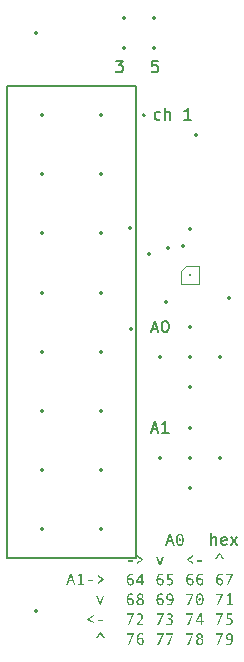
<source format=gto>
%TF.GenerationSoftware,KiCad,Pcbnew,7.0.9*%
%TF.CreationDate,2024-03-19T13:31:30+09:00*%
%TF.ProjectId,rubis2,72756269-7332-42e6-9b69-6361645f7063,rev?*%
%TF.SameCoordinates,Original*%
%TF.FileFunction,Legend,Top*%
%TF.FilePolarity,Positive*%
%FSLAX46Y46*%
G04 Gerber Fmt 4.6, Leading zero omitted, Abs format (unit mm)*
G04 Created by KiCad (PCBNEW 7.0.9) date 2024-03-19 13:31:30*
%MOMM*%
%LPD*%
G01*
G04 APERTURE LIST*
%ADD10C,0.150000*%
%ADD11C,0.200000*%
%ADD12C,0.127000*%
%ADD13C,0.120000*%
%ADD14C,0.350000*%
%ADD15C,0.300000*%
G04 APERTURE END LIST*
D10*
X201015350Y-83822200D02*
X200920112Y-83869819D01*
X200920112Y-83869819D02*
X200729636Y-83869819D01*
X200729636Y-83869819D02*
X200634398Y-83822200D01*
X200634398Y-83822200D02*
X200586779Y-83774580D01*
X200586779Y-83774580D02*
X200539160Y-83679342D01*
X200539160Y-83679342D02*
X200539160Y-83393628D01*
X200539160Y-83393628D02*
X200586779Y-83298390D01*
X200586779Y-83298390D02*
X200634398Y-83250771D01*
X200634398Y-83250771D02*
X200729636Y-83203152D01*
X200729636Y-83203152D02*
X200920112Y-83203152D01*
X200920112Y-83203152D02*
X201015350Y-83250771D01*
X201443922Y-83869819D02*
X201443922Y-82869819D01*
X201872493Y-83869819D02*
X201872493Y-83346009D01*
X201872493Y-83346009D02*
X201824874Y-83250771D01*
X201824874Y-83250771D02*
X201729636Y-83203152D01*
X201729636Y-83203152D02*
X201586779Y-83203152D01*
X201586779Y-83203152D02*
X201491541Y-83250771D01*
X201491541Y-83250771D02*
X201443922Y-83298390D01*
X203634398Y-83869819D02*
X203062970Y-83869819D01*
X203348684Y-83869819D02*
X203348684Y-82869819D01*
X203348684Y-82869819D02*
X203253446Y-83012676D01*
X203253446Y-83012676D02*
X203158208Y-83107914D01*
X203158208Y-83107914D02*
X203062970Y-83155533D01*
X197241541Y-78869819D02*
X197860588Y-78869819D01*
X197860588Y-78869819D02*
X197527255Y-79250771D01*
X197527255Y-79250771D02*
X197670112Y-79250771D01*
X197670112Y-79250771D02*
X197765350Y-79298390D01*
X197765350Y-79298390D02*
X197812969Y-79346009D01*
X197812969Y-79346009D02*
X197860588Y-79441247D01*
X197860588Y-79441247D02*
X197860588Y-79679342D01*
X197860588Y-79679342D02*
X197812969Y-79774580D01*
X197812969Y-79774580D02*
X197765350Y-79822200D01*
X197765350Y-79822200D02*
X197670112Y-79869819D01*
X197670112Y-79869819D02*
X197384398Y-79869819D01*
X197384398Y-79869819D02*
X197289160Y-79822200D01*
X197289160Y-79822200D02*
X197241541Y-79774580D01*
X200812969Y-78869819D02*
X200336779Y-78869819D01*
X200336779Y-78869819D02*
X200289160Y-79346009D01*
X200289160Y-79346009D02*
X200336779Y-79298390D01*
X200336779Y-79298390D02*
X200432017Y-79250771D01*
X200432017Y-79250771D02*
X200670112Y-79250771D01*
X200670112Y-79250771D02*
X200765350Y-79298390D01*
X200765350Y-79298390D02*
X200812969Y-79346009D01*
X200812969Y-79346009D02*
X200860588Y-79441247D01*
X200860588Y-79441247D02*
X200860588Y-79679342D01*
X200860588Y-79679342D02*
X200812969Y-79774580D01*
X200812969Y-79774580D02*
X200765350Y-79822200D01*
X200765350Y-79822200D02*
X200670112Y-79869819D01*
X200670112Y-79869819D02*
X200432017Y-79869819D01*
X200432017Y-79869819D02*
X200336779Y-79822200D01*
X200336779Y-79822200D02*
X200289160Y-79774580D01*
X205336779Y-119869819D02*
X205336779Y-118869819D01*
X205765350Y-119869819D02*
X205765350Y-119346009D01*
X205765350Y-119346009D02*
X205717731Y-119250771D01*
X205717731Y-119250771D02*
X205622493Y-119203152D01*
X205622493Y-119203152D02*
X205479636Y-119203152D01*
X205479636Y-119203152D02*
X205384398Y-119250771D01*
X205384398Y-119250771D02*
X205336779Y-119298390D01*
X206622493Y-119822200D02*
X206527255Y-119869819D01*
X206527255Y-119869819D02*
X206336779Y-119869819D01*
X206336779Y-119869819D02*
X206241541Y-119822200D01*
X206241541Y-119822200D02*
X206193922Y-119726961D01*
X206193922Y-119726961D02*
X206193922Y-119346009D01*
X206193922Y-119346009D02*
X206241541Y-119250771D01*
X206241541Y-119250771D02*
X206336779Y-119203152D01*
X206336779Y-119203152D02*
X206527255Y-119203152D01*
X206527255Y-119203152D02*
X206622493Y-119250771D01*
X206622493Y-119250771D02*
X206670112Y-119346009D01*
X206670112Y-119346009D02*
X206670112Y-119441247D01*
X206670112Y-119441247D02*
X206193922Y-119536485D01*
X207003446Y-119869819D02*
X207527255Y-119203152D01*
X207003446Y-119203152D02*
X207527255Y-119869819D01*
X200289160Y-110084104D02*
X200765350Y-110084104D01*
X200193922Y-110369819D02*
X200527255Y-109369819D01*
X200527255Y-109369819D02*
X200860588Y-110369819D01*
X201717731Y-110369819D02*
X201146303Y-110369819D01*
X201432017Y-110369819D02*
X201432017Y-109369819D01*
X201432017Y-109369819D02*
X201336779Y-109512676D01*
X201336779Y-109512676D02*
X201241541Y-109607914D01*
X201241541Y-109607914D02*
X201146303Y-109655533D01*
D11*
G36*
X202228471Y-119930000D02*
G01*
X202093649Y-119930000D01*
X201986427Y-119586106D01*
X201679902Y-119586106D01*
X201571214Y-119930000D01*
X201438101Y-119930000D01*
X201586283Y-119476685D01*
X201717271Y-119476685D01*
X201949302Y-119476685D01*
X201833042Y-119125219D01*
X201717271Y-119476685D01*
X201586283Y-119476685D01*
X201760013Y-118945212D01*
X201906559Y-118945212D01*
X202228471Y-119930000D01*
G37*
G36*
X202679000Y-119320854D02*
G01*
X202689938Y-119322308D01*
X202700432Y-119324731D01*
X202710484Y-119328124D01*
X202720094Y-119332486D01*
X202729261Y-119337817D01*
X202737985Y-119344118D01*
X202746266Y-119351388D01*
X202753822Y-119359303D01*
X202760371Y-119367661D01*
X202765912Y-119376461D01*
X202770446Y-119385704D01*
X202773972Y-119395390D01*
X202776491Y-119405519D01*
X202778002Y-119416090D01*
X202778506Y-119427103D01*
X202777999Y-119438438D01*
X202776476Y-119449360D01*
X202773938Y-119459870D01*
X202770385Y-119469968D01*
X202765817Y-119479654D01*
X202760234Y-119488927D01*
X202753635Y-119497789D01*
X202746022Y-119506238D01*
X202737691Y-119513966D01*
X202728940Y-119520664D01*
X202719770Y-119526331D01*
X202710179Y-119530968D01*
X202700169Y-119534574D01*
X202689739Y-119537150D01*
X202678889Y-119538696D01*
X202667620Y-119539211D01*
X202656583Y-119538696D01*
X202645943Y-119537150D01*
X202635700Y-119534574D01*
X202625854Y-119530968D01*
X202616405Y-119526331D01*
X202607353Y-119520664D01*
X202598698Y-119513966D01*
X202590439Y-119506238D01*
X202582883Y-119497789D01*
X202576334Y-119488927D01*
X202570793Y-119479654D01*
X202566259Y-119469968D01*
X202562733Y-119459870D01*
X202560214Y-119449360D01*
X202558703Y-119438438D01*
X202558199Y-119427103D01*
X202558691Y-119415922D01*
X202560168Y-119405213D01*
X202562630Y-119394978D01*
X202566076Y-119385216D01*
X202570507Y-119375927D01*
X202575922Y-119367111D01*
X202582322Y-119358769D01*
X202589706Y-119350900D01*
X202597816Y-119343744D01*
X202606391Y-119337543D01*
X202615432Y-119332295D01*
X202624938Y-119328002D01*
X202634910Y-119324663D01*
X202645348Y-119322278D01*
X202656251Y-119320846D01*
X202667620Y-119320369D01*
X202679000Y-119320854D01*
G37*
G36*
X202680126Y-118929712D02*
G01*
X202699334Y-118930761D01*
X202717965Y-118932860D01*
X202736020Y-118936009D01*
X202753498Y-118940207D01*
X202770401Y-118945454D01*
X202786727Y-118951751D01*
X202802477Y-118959097D01*
X202817650Y-118967493D01*
X202832248Y-118976939D01*
X202846269Y-118987433D01*
X202859714Y-118998978D01*
X202872582Y-119011571D01*
X202884874Y-119025215D01*
X202896590Y-119039907D01*
X202907730Y-119055650D01*
X202913084Y-119063914D01*
X202918283Y-119072398D01*
X202923317Y-119081089D01*
X202928186Y-119089986D01*
X202932891Y-119099089D01*
X202937430Y-119108399D01*
X202941803Y-119117916D01*
X202946012Y-119127639D01*
X202950056Y-119137569D01*
X202953935Y-119147705D01*
X202957649Y-119158048D01*
X202961197Y-119168597D01*
X202964581Y-119179353D01*
X202967800Y-119190316D01*
X202970853Y-119201485D01*
X202973742Y-119212861D01*
X202976465Y-119224443D01*
X202979023Y-119236232D01*
X202981417Y-119248227D01*
X202983645Y-119260429D01*
X202985708Y-119272837D01*
X202987606Y-119285452D01*
X202989339Y-119298274D01*
X202990907Y-119311302D01*
X202992310Y-119324537D01*
X202993548Y-119337978D01*
X202994621Y-119351626D01*
X202995529Y-119365480D01*
X202996272Y-119379541D01*
X202996849Y-119393808D01*
X202997262Y-119408282D01*
X202997509Y-119422963D01*
X202997592Y-119437850D01*
X202997512Y-119452290D01*
X202997271Y-119466545D01*
X202996871Y-119480615D01*
X202996310Y-119494499D01*
X202995588Y-119508199D01*
X202994707Y-119521713D01*
X202993665Y-119535043D01*
X202992463Y-119548187D01*
X202991100Y-119561146D01*
X202989578Y-119573920D01*
X202987895Y-119586509D01*
X202986051Y-119598913D01*
X202984048Y-119611132D01*
X202981884Y-119623166D01*
X202979560Y-119635014D01*
X202977076Y-119646678D01*
X202974431Y-119658156D01*
X202971626Y-119669450D01*
X202968661Y-119680558D01*
X202965535Y-119691481D01*
X202962249Y-119702219D01*
X202958803Y-119712772D01*
X202955197Y-119723140D01*
X202951430Y-119733323D01*
X202947503Y-119743321D01*
X202943416Y-119753133D01*
X202939168Y-119762761D01*
X202934760Y-119772203D01*
X202930192Y-119781461D01*
X202925464Y-119790533D01*
X202920575Y-119799420D01*
X202915526Y-119808122D01*
X202910318Y-119816582D01*
X202904951Y-119824774D01*
X202893743Y-119840351D01*
X202881901Y-119854854D01*
X202869426Y-119868282D01*
X202856317Y-119880637D01*
X202842574Y-119891917D01*
X202828198Y-119902122D01*
X202813189Y-119911254D01*
X202797546Y-119919311D01*
X202781269Y-119926294D01*
X202764359Y-119932202D01*
X202746816Y-119937037D01*
X202728639Y-119940797D01*
X202709828Y-119943482D01*
X202690384Y-119945094D01*
X202680424Y-119945497D01*
X202670307Y-119945631D01*
X202660531Y-119945500D01*
X202641406Y-119944455D01*
X202622847Y-119942363D01*
X202604855Y-119939226D01*
X202587430Y-119935044D01*
X202570572Y-119929815D01*
X202554280Y-119923541D01*
X202538555Y-119916222D01*
X202523397Y-119907856D01*
X202508805Y-119898445D01*
X202494780Y-119887989D01*
X202481322Y-119876486D01*
X202468431Y-119863938D01*
X202456106Y-119850345D01*
X202444348Y-119835706D01*
X202433157Y-119820021D01*
X202427773Y-119811786D01*
X202422559Y-119803302D01*
X202417510Y-119794612D01*
X202412627Y-119785715D01*
X202407910Y-119776611D01*
X202403357Y-119767301D01*
X202398971Y-119757784D01*
X202394750Y-119748061D01*
X202390694Y-119738131D01*
X202386804Y-119727995D01*
X202383080Y-119717652D01*
X202379521Y-119707103D01*
X202376127Y-119696347D01*
X202372900Y-119685384D01*
X202369837Y-119674215D01*
X202366940Y-119662840D01*
X202364209Y-119651257D01*
X202361643Y-119639469D01*
X202359243Y-119627473D01*
X202357009Y-119615271D01*
X202354939Y-119602863D01*
X202353036Y-119590248D01*
X202351298Y-119577426D01*
X202349725Y-119564398D01*
X202348318Y-119551164D01*
X202347077Y-119537722D01*
X202346001Y-119524075D01*
X202345090Y-119510220D01*
X202344345Y-119496159D01*
X202343766Y-119481892D01*
X202343352Y-119467418D01*
X202343104Y-119452737D01*
X202343021Y-119437850D01*
X202343024Y-119437362D01*
X202479064Y-119437362D01*
X202479111Y-119450302D01*
X202479250Y-119463021D01*
X202479483Y-119475517D01*
X202479809Y-119487790D01*
X202480227Y-119499842D01*
X202480739Y-119511671D01*
X202481343Y-119523277D01*
X202482041Y-119534662D01*
X202482832Y-119545824D01*
X202483716Y-119556764D01*
X202484692Y-119567482D01*
X202485762Y-119577977D01*
X202486925Y-119588250D01*
X202488181Y-119598301D01*
X202489529Y-119608129D01*
X202492506Y-119627119D01*
X202495855Y-119645219D01*
X202499576Y-119662431D01*
X202503669Y-119678753D01*
X202508134Y-119694186D01*
X202512971Y-119708730D01*
X202518180Y-119722385D01*
X202523762Y-119735150D01*
X202526692Y-119741200D01*
X202532835Y-119752705D01*
X202539358Y-119763468D01*
X202546261Y-119773488D01*
X202553543Y-119782767D01*
X202561205Y-119791303D01*
X202569247Y-119799097D01*
X202577669Y-119806148D01*
X202586470Y-119812458D01*
X202595651Y-119818025D01*
X202605212Y-119822849D01*
X202615153Y-119826932D01*
X202625473Y-119830272D01*
X202636173Y-119832870D01*
X202647252Y-119834726D01*
X202658712Y-119835839D01*
X202670551Y-119836210D01*
X202682449Y-119835842D01*
X202693964Y-119834737D01*
X202705095Y-119832896D01*
X202715843Y-119830318D01*
X202726207Y-119827003D01*
X202736187Y-119822952D01*
X202745784Y-119818165D01*
X202754998Y-119812641D01*
X202763828Y-119806380D01*
X202772274Y-119799383D01*
X202780337Y-119791649D01*
X202788016Y-119783179D01*
X202795312Y-119773972D01*
X202802224Y-119764029D01*
X202808753Y-119753349D01*
X202814898Y-119741933D01*
X202820666Y-119729695D01*
X202826061Y-119716550D01*
X202831084Y-119702500D01*
X202835735Y-119687543D01*
X202840014Y-119671679D01*
X202843921Y-119654910D01*
X202847456Y-119637233D01*
X202850619Y-119618651D01*
X202853409Y-119599162D01*
X202854665Y-119589078D01*
X202855828Y-119578767D01*
X202856898Y-119568229D01*
X202857875Y-119557465D01*
X202858758Y-119546475D01*
X202859549Y-119535257D01*
X202860247Y-119523813D01*
X202860851Y-119512143D01*
X202861363Y-119500246D01*
X202861781Y-119488122D01*
X202862107Y-119475772D01*
X202862340Y-119463195D01*
X202862479Y-119450392D01*
X202862526Y-119437362D01*
X202862479Y-119424272D01*
X202862340Y-119411413D01*
X202862107Y-119398783D01*
X202861781Y-119386384D01*
X202861363Y-119374214D01*
X202860851Y-119362274D01*
X202860247Y-119350564D01*
X202859549Y-119339084D01*
X202858758Y-119327835D01*
X202857875Y-119316814D01*
X202856898Y-119306024D01*
X202855828Y-119295464D01*
X202854665Y-119285134D01*
X202853409Y-119275034D01*
X202852061Y-119265163D01*
X202849084Y-119246112D01*
X202845735Y-119227981D01*
X202842014Y-119210770D01*
X202837921Y-119194478D01*
X202833456Y-119179106D01*
X202828619Y-119164654D01*
X202823410Y-119151121D01*
X202817829Y-119138508D01*
X202814898Y-119132547D01*
X202808753Y-119121219D01*
X202802224Y-119110622D01*
X202795312Y-119100756D01*
X202788016Y-119091621D01*
X202780337Y-119083216D01*
X202772274Y-119075543D01*
X202763828Y-119068600D01*
X202754998Y-119062388D01*
X202745784Y-119056907D01*
X202736187Y-119052156D01*
X202726207Y-119048137D01*
X202715843Y-119044848D01*
X202705095Y-119042290D01*
X202693964Y-119040463D01*
X202682449Y-119039367D01*
X202670551Y-119039002D01*
X202658799Y-119039377D01*
X202647416Y-119040501D01*
X202636404Y-119042376D01*
X202625763Y-119045001D01*
X202615491Y-119048375D01*
X202605590Y-119052500D01*
X202596059Y-119057374D01*
X202586898Y-119062998D01*
X202578107Y-119069373D01*
X202569686Y-119076497D01*
X202561636Y-119084371D01*
X202553955Y-119092995D01*
X202546645Y-119102368D01*
X202539705Y-119112492D01*
X202533136Y-119123366D01*
X202526936Y-119134989D01*
X202521139Y-119147419D01*
X202515716Y-119160711D01*
X202510667Y-119174865D01*
X202505992Y-119189883D01*
X202501691Y-119205762D01*
X202497764Y-119222504D01*
X202494211Y-119240109D01*
X202491032Y-119258576D01*
X202488227Y-119277905D01*
X202486965Y-119287894D01*
X202485796Y-119298097D01*
X202484721Y-119308517D01*
X202483739Y-119319152D01*
X202482851Y-119330003D01*
X202482056Y-119341069D01*
X202481355Y-119352351D01*
X202480747Y-119363848D01*
X202480233Y-119375562D01*
X202479812Y-119387490D01*
X202479485Y-119399635D01*
X202479251Y-119411995D01*
X202479111Y-119424570D01*
X202479064Y-119437362D01*
X202343024Y-119437362D01*
X202343102Y-119423380D01*
X202343343Y-119409097D01*
X202343745Y-119395001D01*
X202344307Y-119381090D01*
X202345031Y-119367367D01*
X202345915Y-119353830D01*
X202346960Y-119340479D01*
X202348165Y-119327315D01*
X202349532Y-119314337D01*
X202351059Y-119301546D01*
X202352747Y-119288942D01*
X202354596Y-119276524D01*
X202356605Y-119264292D01*
X202358776Y-119252248D01*
X202361107Y-119240389D01*
X202363599Y-119228717D01*
X202366251Y-119217232D01*
X202369064Y-119205933D01*
X202372039Y-119194821D01*
X202375173Y-119183895D01*
X202378469Y-119173156D01*
X202381925Y-119162603D01*
X202385543Y-119152237D01*
X202389320Y-119142057D01*
X202393259Y-119132064D01*
X202397358Y-119122257D01*
X202401619Y-119112637D01*
X202406040Y-119103203D01*
X202410621Y-119093956D01*
X202415364Y-119084895D01*
X202420267Y-119076021D01*
X202425331Y-119067334D01*
X202430569Y-119058859D01*
X202435962Y-119050653D01*
X202447217Y-119035048D01*
X202459097Y-119020519D01*
X202471600Y-119007067D01*
X202484727Y-118994691D01*
X202498478Y-118983391D01*
X202512853Y-118973167D01*
X202527852Y-118964019D01*
X202543475Y-118955948D01*
X202559722Y-118948952D01*
X202576593Y-118943033D01*
X202594088Y-118938190D01*
X202612206Y-118934424D01*
X202630949Y-118931733D01*
X202650316Y-118930119D01*
X202660233Y-118929715D01*
X202670307Y-118929581D01*
X202680126Y-118929712D01*
G37*
G36*
X198675715Y-121281737D02*
G01*
X198251953Y-121281737D01*
X198251953Y-121156685D01*
X198675715Y-121156685D01*
X198675715Y-121281737D01*
G37*
G36*
X199593579Y-121153754D02*
G01*
X199064061Y-121475422D01*
X199064061Y-121355743D01*
X199469016Y-121109790D01*
X199064061Y-120867990D01*
X199064061Y-120744403D01*
X199593579Y-121060697D01*
X199593579Y-121153754D01*
G37*
G36*
X201312316Y-120875317D02*
G01*
X201035101Y-121610000D01*
X200926901Y-121610000D01*
X200651151Y-120875317D01*
X200784508Y-120875317D01*
X200981856Y-121406789D01*
X201178960Y-120875317D01*
X201312316Y-120875317D01*
G37*
G36*
X203767690Y-121475422D02*
G01*
X203238171Y-121153510D01*
X203238171Y-121060697D01*
X203767690Y-120744403D01*
X203767690Y-120868234D01*
X203362979Y-121109790D01*
X203767690Y-121355987D01*
X203767690Y-121475422D01*
G37*
G36*
X204557083Y-121281737D02*
G01*
X204133321Y-121281737D01*
X204133321Y-121156685D01*
X204557083Y-121156685D01*
X204557083Y-121281737D01*
G37*
G36*
X206396475Y-121062896D02*
G01*
X206280216Y-121062896D01*
X206032554Y-120656964D01*
X205792463Y-121062896D01*
X205673272Y-121062896D01*
X205990300Y-120531423D01*
X206082379Y-120531423D01*
X206396475Y-121062896D01*
G37*
G36*
X193826517Y-123290000D02*
G01*
X193691695Y-123290000D01*
X193584473Y-122946106D01*
X193277948Y-122946106D01*
X193169260Y-123290000D01*
X193036147Y-123290000D01*
X193184329Y-122836685D01*
X193315317Y-122836685D01*
X193547348Y-122836685D01*
X193431088Y-122485219D01*
X193315317Y-122836685D01*
X193184329Y-122836685D01*
X193358060Y-122305212D01*
X193504605Y-122305212D01*
X193826517Y-123290000D01*
G37*
G36*
X194555094Y-123290000D02*
G01*
X194029727Y-123290000D01*
X194029727Y-123180579D01*
X194235136Y-123180579D01*
X194235136Y-122432951D01*
X194041451Y-122528939D01*
X194041451Y-122396559D01*
X194256873Y-122289581D01*
X194363363Y-122289581D01*
X194363363Y-123180579D01*
X194555094Y-123180579D01*
X194555094Y-123290000D01*
G37*
G36*
X195314933Y-122961737D02*
G01*
X194891172Y-122961737D01*
X194891172Y-122836685D01*
X195314933Y-122836685D01*
X195314933Y-122961737D01*
G37*
G36*
X196232798Y-122833754D02*
G01*
X195703279Y-123155422D01*
X195703279Y-123035743D01*
X196108234Y-122789790D01*
X195703279Y-122547990D01*
X195703279Y-122424403D01*
X196232798Y-122740697D01*
X196232798Y-122833754D01*
G37*
G36*
X198545676Y-122289779D02*
G01*
X198559780Y-122290375D01*
X198573679Y-122291367D01*
X198587375Y-122292756D01*
X198600867Y-122294542D01*
X198614154Y-122296725D01*
X198627237Y-122299305D01*
X198640116Y-122302281D01*
X198652791Y-122305655D01*
X198665262Y-122309426D01*
X198677528Y-122313593D01*
X198689591Y-122318157D01*
X198701449Y-122323118D01*
X198713103Y-122328476D01*
X198724553Y-122334231D01*
X198735799Y-122340383D01*
X198715038Y-122449560D01*
X198702254Y-122443438D01*
X198689671Y-122437710D01*
X198677288Y-122432378D01*
X198665105Y-122427441D01*
X198653123Y-122422898D01*
X198641341Y-122418751D01*
X198629760Y-122414999D01*
X198618379Y-122411641D01*
X198607198Y-122408679D01*
X198596218Y-122406111D01*
X198585437Y-122403939D01*
X198574858Y-122402161D01*
X198564478Y-122400779D01*
X198554299Y-122399792D01*
X198544321Y-122399199D01*
X198534542Y-122399002D01*
X198521320Y-122399417D01*
X198508458Y-122400662D01*
X198495957Y-122402737D01*
X198483816Y-122405642D01*
X198472036Y-122409377D01*
X198460617Y-122413942D01*
X198449558Y-122419338D01*
X198438860Y-122425563D01*
X198428523Y-122432618D01*
X198418546Y-122440504D01*
X198408930Y-122449219D01*
X198399675Y-122458765D01*
X198390780Y-122469140D01*
X198382246Y-122480346D01*
X198374072Y-122492382D01*
X198366259Y-122505247D01*
X198358895Y-122518712D01*
X198352005Y-122532545D01*
X198345591Y-122546747D01*
X198339652Y-122561316D01*
X198334188Y-122576254D01*
X198329199Y-122591560D01*
X198324685Y-122607235D01*
X198320647Y-122623278D01*
X198317083Y-122639689D01*
X198313995Y-122656468D01*
X198311382Y-122673615D01*
X198309244Y-122691131D01*
X198307581Y-122709015D01*
X198306393Y-122727268D01*
X198305680Y-122745888D01*
X198305443Y-122764877D01*
X198315541Y-122756537D01*
X198325871Y-122748734D01*
X198336432Y-122741470D01*
X198347223Y-122734744D01*
X198358246Y-122728556D01*
X198369499Y-122722906D01*
X198380983Y-122717794D01*
X198392698Y-122713220D01*
X198404644Y-122709184D01*
X198416821Y-122705687D01*
X198429229Y-122702727D01*
X198441868Y-122700306D01*
X198454737Y-122698422D01*
X198467837Y-122697077D01*
X198481169Y-122696270D01*
X198494731Y-122696001D01*
X198510351Y-122696316D01*
X198525643Y-122697260D01*
X198540607Y-122698834D01*
X198555242Y-122701038D01*
X198569549Y-122703872D01*
X198583528Y-122707335D01*
X198597179Y-122711428D01*
X198610502Y-122716151D01*
X198623496Y-122721503D01*
X198636163Y-122727485D01*
X198648501Y-122734097D01*
X198660511Y-122741338D01*
X198672192Y-122749210D01*
X198683546Y-122757710D01*
X198694571Y-122766841D01*
X198705268Y-122776601D01*
X198715502Y-122786828D01*
X198725075Y-122797419D01*
X198733988Y-122808375D01*
X198742240Y-122819695D01*
X198749833Y-122831379D01*
X198756765Y-122843428D01*
X198763037Y-122855842D01*
X198768649Y-122868620D01*
X198773601Y-122881762D01*
X198777892Y-122895269D01*
X198781523Y-122909140D01*
X198784494Y-122923376D01*
X198786805Y-122937976D01*
X198788456Y-122952941D01*
X198789446Y-122968270D01*
X198789776Y-122983963D01*
X198789483Y-123001120D01*
X198788605Y-123017909D01*
X198787140Y-123034330D01*
X198785090Y-123050382D01*
X198782454Y-123066066D01*
X198779232Y-123081382D01*
X198775424Y-123096329D01*
X198771031Y-123110908D01*
X198766051Y-123125119D01*
X198760486Y-123138962D01*
X198754335Y-123152436D01*
X198747599Y-123165543D01*
X198740276Y-123178280D01*
X198732368Y-123190650D01*
X198723874Y-123202651D01*
X198714794Y-123214284D01*
X198705254Y-123225346D01*
X198695319Y-123235694D01*
X198684989Y-123245328D01*
X198674265Y-123254248D01*
X198663145Y-123262455D01*
X198651630Y-123269949D01*
X198639720Y-123276728D01*
X198627416Y-123282794D01*
X198614716Y-123288147D01*
X198601621Y-123292785D01*
X198588132Y-123296710D01*
X198574247Y-123299922D01*
X198559968Y-123302420D01*
X198545293Y-123304204D01*
X198530223Y-123305274D01*
X198514759Y-123305631D01*
X198504841Y-123305490D01*
X198495055Y-123305067D01*
X198475878Y-123303376D01*
X198457228Y-123300556D01*
X198439105Y-123296609D01*
X198421508Y-123291535D01*
X198404437Y-123285332D01*
X198387894Y-123278002D01*
X198371877Y-123269544D01*
X198356386Y-123259959D01*
X198341423Y-123249245D01*
X198326986Y-123237404D01*
X198313075Y-123224436D01*
X198299691Y-123210339D01*
X198293197Y-123202868D01*
X198286834Y-123195115D01*
X198280603Y-123187080D01*
X198274504Y-123178763D01*
X198268536Y-123170164D01*
X198262700Y-123161284D01*
X198257020Y-123152185D01*
X198251520Y-123142965D01*
X198246201Y-123133623D01*
X198241062Y-123124159D01*
X198236103Y-123114572D01*
X198231324Y-123104863D01*
X198226726Y-123095033D01*
X198222308Y-123085080D01*
X198218071Y-123075005D01*
X198214014Y-123064808D01*
X198210137Y-123054488D01*
X198206440Y-123044047D01*
X198202924Y-123033483D01*
X198199588Y-123022798D01*
X198196433Y-123011990D01*
X198193457Y-123001060D01*
X198190662Y-122990008D01*
X198188048Y-122978834D01*
X198185613Y-122967538D01*
X198183359Y-122956120D01*
X198181286Y-122944579D01*
X198179392Y-122932916D01*
X198177679Y-122921132D01*
X198176147Y-122909225D01*
X198174794Y-122897196D01*
X198173622Y-122885045D01*
X198173148Y-122879183D01*
X198308862Y-122879183D01*
X198309083Y-122893974D01*
X198309747Y-122908610D01*
X198310854Y-122923092D01*
X198312404Y-122937420D01*
X198314396Y-122951592D01*
X198316830Y-122965611D01*
X198319708Y-122979474D01*
X198323028Y-122993183D01*
X198326791Y-123006738D01*
X198330997Y-123020138D01*
X198335645Y-123033383D01*
X198340736Y-123046474D01*
X198346269Y-123059410D01*
X198352246Y-123072192D01*
X198358665Y-123084819D01*
X198365526Y-123097292D01*
X198372746Y-123109270D01*
X198380177Y-123120476D01*
X198387820Y-123130909D01*
X198395675Y-123140569D01*
X198403742Y-123149456D01*
X198412020Y-123157570D01*
X198420511Y-123164912D01*
X198429213Y-123171481D01*
X198438127Y-123177277D01*
X198447252Y-123182300D01*
X198456590Y-123186550D01*
X198466139Y-123190028D01*
X198475900Y-123192733D01*
X198485873Y-123194665D01*
X198496058Y-123195824D01*
X198506454Y-123196210D01*
X198519495Y-123195742D01*
X198531965Y-123194338D01*
X198543864Y-123191998D01*
X198555192Y-123188723D01*
X198565949Y-123184511D01*
X198576135Y-123179363D01*
X198585750Y-123173280D01*
X198594794Y-123166260D01*
X198603267Y-123158304D01*
X198611169Y-123149413D01*
X198616120Y-123142965D01*
X198623016Y-123132604D01*
X198629234Y-123121487D01*
X198634774Y-123109615D01*
X198639636Y-123096987D01*
X198643819Y-123083603D01*
X198647323Y-123069463D01*
X198649283Y-123059617D01*
X198650941Y-123049436D01*
X198652298Y-123038918D01*
X198653353Y-123028064D01*
X198654107Y-123016875D01*
X198654559Y-123005350D01*
X198654710Y-122993489D01*
X198654543Y-122982646D01*
X198654042Y-122972098D01*
X198653207Y-122961847D01*
X198652038Y-122951891D01*
X198650536Y-122942231D01*
X198647656Y-122928296D01*
X198644024Y-122915026D01*
X198639641Y-122902421D01*
X198634507Y-122890482D01*
X198628622Y-122879209D01*
X198621985Y-122868600D01*
X198614597Y-122858658D01*
X198611967Y-122855491D01*
X198603692Y-122846543D01*
X198594803Y-122838476D01*
X198585299Y-122831288D01*
X198575182Y-122824980D01*
X198564451Y-122819553D01*
X198553106Y-122815005D01*
X198541147Y-122811338D01*
X198528574Y-122808551D01*
X198515387Y-122806644D01*
X198501586Y-122805617D01*
X198492044Y-122805422D01*
X198479365Y-122805710D01*
X198466849Y-122806574D01*
X198454498Y-122808015D01*
X198442310Y-122810032D01*
X198430287Y-122812625D01*
X198418428Y-122815794D01*
X198406733Y-122819540D01*
X198395202Y-122823862D01*
X198383835Y-122828760D01*
X198372632Y-122834235D01*
X198361594Y-122840285D01*
X198350719Y-122846912D01*
X198340009Y-122854116D01*
X198329462Y-122861895D01*
X198319080Y-122870251D01*
X198308862Y-122879183D01*
X198173148Y-122879183D01*
X198172630Y-122872772D01*
X198171819Y-122860376D01*
X198171188Y-122847859D01*
X198170737Y-122835219D01*
X198170466Y-122822458D01*
X198170376Y-122809574D01*
X198170470Y-122795844D01*
X198170752Y-122782253D01*
X198171222Y-122768801D01*
X198171880Y-122755489D01*
X198172726Y-122742316D01*
X198173759Y-122729283D01*
X198174981Y-122716388D01*
X198176391Y-122703633D01*
X198177988Y-122691018D01*
X198179774Y-122678541D01*
X198181747Y-122666204D01*
X198183909Y-122654006D01*
X198186258Y-122641948D01*
X198188796Y-122630029D01*
X198191521Y-122618249D01*
X198194434Y-122606608D01*
X198197535Y-122595107D01*
X198200825Y-122583745D01*
X198204302Y-122572522D01*
X198207967Y-122561438D01*
X198211820Y-122550494D01*
X198215861Y-122539689D01*
X198220090Y-122529024D01*
X198224507Y-122518497D01*
X198229111Y-122508110D01*
X198233904Y-122497863D01*
X198238885Y-122487754D01*
X198244054Y-122477785D01*
X198249410Y-122467955D01*
X198254955Y-122458265D01*
X198260688Y-122448714D01*
X198266608Y-122439302D01*
X198272693Y-122430090D01*
X198278919Y-122421171D01*
X198285287Y-122412545D01*
X198291796Y-122404211D01*
X198298445Y-122396169D01*
X198305237Y-122388420D01*
X198312169Y-122380963D01*
X198319242Y-122373799D01*
X198326457Y-122366927D01*
X198333813Y-122360347D01*
X198341310Y-122354060D01*
X198356728Y-122342363D01*
X198372711Y-122331836D01*
X198389258Y-122322478D01*
X198406370Y-122314291D01*
X198424047Y-122307272D01*
X198442289Y-122301424D01*
X198461096Y-122296745D01*
X198470711Y-122294844D01*
X198480467Y-122293236D01*
X198490365Y-122291920D01*
X198500404Y-122290897D01*
X198510584Y-122290166D01*
X198520905Y-122289727D01*
X198531367Y-122289581D01*
X198545676Y-122289779D01*
G37*
G36*
X199514445Y-122961737D02*
G01*
X199634124Y-122961737D01*
X199634124Y-123071158D01*
X199514445Y-123071158D01*
X199514445Y-123290000D01*
X199386217Y-123290000D01*
X199386217Y-123071158D01*
X198964410Y-123071158D01*
X198964410Y-122979078D01*
X198974341Y-122961737D01*
X199099720Y-122961737D01*
X199386217Y-122961737D01*
X199386217Y-122453956D01*
X199099720Y-122961737D01*
X198974341Y-122961737D01*
X199350314Y-122305212D01*
X199514445Y-122305212D01*
X199514445Y-122961737D01*
G37*
G36*
X201066262Y-122289779D02*
G01*
X201080366Y-122290375D01*
X201094266Y-122291367D01*
X201107961Y-122292756D01*
X201121453Y-122294542D01*
X201134740Y-122296725D01*
X201147824Y-122299305D01*
X201160703Y-122302281D01*
X201173377Y-122305655D01*
X201185848Y-122309426D01*
X201198115Y-122313593D01*
X201210177Y-122318157D01*
X201222035Y-122323118D01*
X201233689Y-122328476D01*
X201245139Y-122334231D01*
X201256385Y-122340383D01*
X201235624Y-122449560D01*
X201222840Y-122443438D01*
X201210257Y-122437710D01*
X201197874Y-122432378D01*
X201185692Y-122427441D01*
X201173709Y-122422898D01*
X201161928Y-122418751D01*
X201150346Y-122414999D01*
X201138965Y-122411641D01*
X201127784Y-122408679D01*
X201116804Y-122406111D01*
X201106024Y-122403939D01*
X201095444Y-122402161D01*
X201085065Y-122400779D01*
X201074886Y-122399792D01*
X201064907Y-122399199D01*
X201055129Y-122399002D01*
X201041906Y-122399417D01*
X201029044Y-122400662D01*
X201016543Y-122402737D01*
X201004402Y-122405642D01*
X200992622Y-122409377D01*
X200981203Y-122413942D01*
X200970144Y-122419338D01*
X200959446Y-122425563D01*
X200949109Y-122432618D01*
X200939132Y-122440504D01*
X200929516Y-122449219D01*
X200920261Y-122458765D01*
X200911366Y-122469140D01*
X200902832Y-122480346D01*
X200894658Y-122492382D01*
X200886845Y-122505247D01*
X200879481Y-122518712D01*
X200872591Y-122532545D01*
X200866177Y-122546747D01*
X200860238Y-122561316D01*
X200854774Y-122576254D01*
X200849785Y-122591560D01*
X200845272Y-122607235D01*
X200841233Y-122623278D01*
X200837669Y-122639689D01*
X200834581Y-122656468D01*
X200831968Y-122673615D01*
X200829830Y-122691131D01*
X200828167Y-122709015D01*
X200826979Y-122727268D01*
X200826266Y-122745888D01*
X200826029Y-122764877D01*
X200836128Y-122756537D01*
X200846457Y-122748734D01*
X200857018Y-122741470D01*
X200867810Y-122734744D01*
X200878832Y-122728556D01*
X200890085Y-122722906D01*
X200901569Y-122717794D01*
X200913285Y-122713220D01*
X200925231Y-122709184D01*
X200937407Y-122705687D01*
X200949815Y-122702727D01*
X200962454Y-122700306D01*
X200975323Y-122698422D01*
X200988424Y-122697077D01*
X201001755Y-122696270D01*
X201015317Y-122696001D01*
X201030937Y-122696316D01*
X201046229Y-122697260D01*
X201061193Y-122698834D01*
X201075828Y-122701038D01*
X201090135Y-122703872D01*
X201104115Y-122707335D01*
X201117765Y-122711428D01*
X201131088Y-122716151D01*
X201144083Y-122721503D01*
X201156749Y-122727485D01*
X201169087Y-122734097D01*
X201181097Y-122741338D01*
X201192779Y-122749210D01*
X201204132Y-122757710D01*
X201215157Y-122766841D01*
X201225854Y-122776601D01*
X201236088Y-122786828D01*
X201245661Y-122797419D01*
X201254574Y-122808375D01*
X201262827Y-122819695D01*
X201270419Y-122831379D01*
X201277351Y-122843428D01*
X201283624Y-122855842D01*
X201289235Y-122868620D01*
X201294187Y-122881762D01*
X201298478Y-122895269D01*
X201302110Y-122909140D01*
X201305081Y-122923376D01*
X201307391Y-122937976D01*
X201309042Y-122952941D01*
X201310032Y-122968270D01*
X201310362Y-122983963D01*
X201310069Y-123001120D01*
X201309191Y-123017909D01*
X201307726Y-123034330D01*
X201305676Y-123050382D01*
X201303040Y-123066066D01*
X201299818Y-123081382D01*
X201296010Y-123096329D01*
X201291617Y-123110908D01*
X201286637Y-123125119D01*
X201281072Y-123138962D01*
X201274921Y-123152436D01*
X201268185Y-123165543D01*
X201260862Y-123178280D01*
X201252954Y-123190650D01*
X201244460Y-123202651D01*
X201235380Y-123214284D01*
X201225840Y-123225346D01*
X201215905Y-123235694D01*
X201205576Y-123245328D01*
X201194851Y-123254248D01*
X201183731Y-123262455D01*
X201172216Y-123269949D01*
X201160307Y-123276728D01*
X201148002Y-123282794D01*
X201135302Y-123288147D01*
X201122208Y-123292785D01*
X201108718Y-123296710D01*
X201094833Y-123299922D01*
X201080554Y-123302420D01*
X201065879Y-123304204D01*
X201050810Y-123305274D01*
X201035345Y-123305631D01*
X201025427Y-123305490D01*
X201015641Y-123305067D01*
X200996465Y-123303376D01*
X200977814Y-123300556D01*
X200959691Y-123296609D01*
X200942094Y-123291535D01*
X200925023Y-123285332D01*
X200908480Y-123278002D01*
X200892463Y-123269544D01*
X200876973Y-123259959D01*
X200862009Y-123249245D01*
X200847572Y-123237404D01*
X200833661Y-123224436D01*
X200820278Y-123210339D01*
X200813783Y-123202868D01*
X200807421Y-123195115D01*
X200801190Y-123187080D01*
X200795090Y-123178763D01*
X200789122Y-123170164D01*
X200783286Y-123161284D01*
X200777606Y-123152185D01*
X200772106Y-123142965D01*
X200766787Y-123133623D01*
X200761648Y-123124159D01*
X200756689Y-123114572D01*
X200751911Y-123104863D01*
X200747312Y-123095033D01*
X200742895Y-123085080D01*
X200738657Y-123075005D01*
X200734600Y-123064808D01*
X200730723Y-123054488D01*
X200727026Y-123044047D01*
X200723510Y-123033483D01*
X200720174Y-123022798D01*
X200717019Y-123011990D01*
X200714043Y-123001060D01*
X200711249Y-122990008D01*
X200708634Y-122978834D01*
X200706200Y-122967538D01*
X200703946Y-122956120D01*
X200701872Y-122944579D01*
X200699979Y-122932916D01*
X200698265Y-122921132D01*
X200696733Y-122909225D01*
X200695380Y-122897196D01*
X200694208Y-122885045D01*
X200693735Y-122879183D01*
X200829448Y-122879183D01*
X200829670Y-122893974D01*
X200830334Y-122908610D01*
X200831440Y-122923092D01*
X200832990Y-122937420D01*
X200834982Y-122951592D01*
X200837417Y-122965611D01*
X200840294Y-122979474D01*
X200843614Y-122993183D01*
X200847377Y-123006738D01*
X200851583Y-123020138D01*
X200856231Y-123033383D01*
X200861322Y-123046474D01*
X200866856Y-123059410D01*
X200872832Y-123072192D01*
X200879251Y-123084819D01*
X200886113Y-123097292D01*
X200893332Y-123109270D01*
X200900763Y-123120476D01*
X200908406Y-123130909D01*
X200916261Y-123140569D01*
X200924328Y-123149456D01*
X200932606Y-123157570D01*
X200941097Y-123164912D01*
X200949799Y-123171481D01*
X200958713Y-123177277D01*
X200967838Y-123182300D01*
X200977176Y-123186550D01*
X200986725Y-123190028D01*
X200996486Y-123192733D01*
X201006459Y-123194665D01*
X201016644Y-123195824D01*
X201027041Y-123196210D01*
X201040082Y-123195742D01*
X201052552Y-123194338D01*
X201064451Y-123191998D01*
X201075779Y-123188723D01*
X201086536Y-123184511D01*
X201096721Y-123179363D01*
X201106336Y-123173280D01*
X201115380Y-123166260D01*
X201123853Y-123158304D01*
X201131755Y-123149413D01*
X201136706Y-123142965D01*
X201143602Y-123132604D01*
X201149820Y-123121487D01*
X201155360Y-123109615D01*
X201160222Y-123096987D01*
X201164405Y-123083603D01*
X201167910Y-123069463D01*
X201169869Y-123059617D01*
X201171527Y-123049436D01*
X201172884Y-123038918D01*
X201173939Y-123028064D01*
X201174693Y-123016875D01*
X201175145Y-123005350D01*
X201175296Y-122993489D01*
X201175129Y-122982646D01*
X201174628Y-122972098D01*
X201173793Y-122961847D01*
X201172625Y-122951891D01*
X201171122Y-122942231D01*
X201168242Y-122928296D01*
X201164610Y-122915026D01*
X201160228Y-122902421D01*
X201155094Y-122890482D01*
X201149208Y-122879209D01*
X201142571Y-122868600D01*
X201135183Y-122858658D01*
X201132554Y-122855491D01*
X201124278Y-122846543D01*
X201115389Y-122838476D01*
X201105886Y-122831288D01*
X201095768Y-122824980D01*
X201085037Y-122819553D01*
X201073692Y-122815005D01*
X201061733Y-122811338D01*
X201049160Y-122808551D01*
X201035973Y-122806644D01*
X201022172Y-122805617D01*
X201012630Y-122805422D01*
X200999951Y-122805710D01*
X200987435Y-122806574D01*
X200975084Y-122808015D01*
X200962896Y-122810032D01*
X200950873Y-122812625D01*
X200939014Y-122815794D01*
X200927319Y-122819540D01*
X200915788Y-122823862D01*
X200904421Y-122828760D01*
X200893218Y-122834235D01*
X200882180Y-122840285D01*
X200871305Y-122846912D01*
X200860595Y-122854116D01*
X200850049Y-122861895D01*
X200839666Y-122870251D01*
X200829448Y-122879183D01*
X200693735Y-122879183D01*
X200693217Y-122872772D01*
X200692405Y-122860376D01*
X200691774Y-122847859D01*
X200691323Y-122835219D01*
X200691053Y-122822458D01*
X200690963Y-122809574D01*
X200691056Y-122795844D01*
X200691338Y-122782253D01*
X200691808Y-122768801D01*
X200692466Y-122755489D01*
X200693312Y-122742316D01*
X200694346Y-122729283D01*
X200695567Y-122716388D01*
X200696977Y-122703633D01*
X200698575Y-122691018D01*
X200700360Y-122678541D01*
X200702334Y-122666204D01*
X200704495Y-122654006D01*
X200706845Y-122641948D01*
X200709382Y-122630029D01*
X200712107Y-122618249D01*
X200715020Y-122606608D01*
X200718122Y-122595107D01*
X200721411Y-122583745D01*
X200724888Y-122572522D01*
X200728553Y-122561438D01*
X200732406Y-122550494D01*
X200736447Y-122539689D01*
X200740676Y-122529024D01*
X200745093Y-122518497D01*
X200749698Y-122508110D01*
X200754490Y-122497863D01*
X200759471Y-122487754D01*
X200764640Y-122477785D01*
X200769997Y-122467955D01*
X200775541Y-122458265D01*
X200781274Y-122448714D01*
X200787194Y-122439302D01*
X200793279Y-122430090D01*
X200799506Y-122421171D01*
X200805873Y-122412545D01*
X200812382Y-122404211D01*
X200819032Y-122396169D01*
X200825823Y-122388420D01*
X200832755Y-122380963D01*
X200839829Y-122373799D01*
X200847043Y-122366927D01*
X200854399Y-122360347D01*
X200861896Y-122354060D01*
X200877314Y-122342363D01*
X200893297Y-122331836D01*
X200909844Y-122322478D01*
X200926956Y-122314291D01*
X200944634Y-122307272D01*
X200962875Y-122301424D01*
X200981682Y-122296745D01*
X200991297Y-122294844D01*
X201001054Y-122293236D01*
X201010951Y-122291920D01*
X201020990Y-122290897D01*
X201031170Y-122290166D01*
X201041491Y-122289727D01*
X201051953Y-122289581D01*
X201066262Y-122289779D01*
G37*
G36*
X201715806Y-122689895D02*
G01*
X201725392Y-122687662D01*
X201735223Y-122685727D01*
X201745298Y-122684090D01*
X201755617Y-122682751D01*
X201766181Y-122681709D01*
X201776988Y-122680965D01*
X201788040Y-122680518D01*
X201799337Y-122680369D01*
X201816722Y-122680707D01*
X201833645Y-122681720D01*
X201850107Y-122683409D01*
X201866106Y-122685773D01*
X201881644Y-122688813D01*
X201896721Y-122692528D01*
X201911335Y-122696919D01*
X201925488Y-122701985D01*
X201939179Y-122707726D01*
X201952408Y-122714144D01*
X201965176Y-122721236D01*
X201977481Y-122729004D01*
X201989325Y-122737448D01*
X202000707Y-122746567D01*
X202011627Y-122756361D01*
X202022086Y-122766831D01*
X202031994Y-122777805D01*
X202041263Y-122789111D01*
X202049893Y-122800749D01*
X202057883Y-122812718D01*
X202065234Y-122825020D01*
X202071946Y-122837654D01*
X202078019Y-122850620D01*
X202083452Y-122863918D01*
X202088246Y-122877548D01*
X202092401Y-122891510D01*
X202095917Y-122905804D01*
X202098794Y-122920430D01*
X202101031Y-122935388D01*
X202102629Y-122950677D01*
X202103588Y-122966299D01*
X202103907Y-122982254D01*
X202103536Y-122999006D01*
X202102423Y-123015436D01*
X202100567Y-123031544D01*
X202097969Y-123047329D01*
X202094629Y-123062792D01*
X202090547Y-123077932D01*
X202085722Y-123092750D01*
X202080155Y-123107245D01*
X202073845Y-123121418D01*
X202066794Y-123135268D01*
X202059000Y-123148796D01*
X202050464Y-123162001D01*
X202041186Y-123174884D01*
X202031165Y-123187444D01*
X202020402Y-123199682D01*
X202008897Y-123211598D01*
X201996858Y-123222984D01*
X201984496Y-123233637D01*
X201971808Y-123243554D01*
X201958797Y-123252737D01*
X201945461Y-123261186D01*
X201931800Y-123268899D01*
X201917815Y-123275878D01*
X201903506Y-123282123D01*
X201888873Y-123287632D01*
X201873915Y-123292408D01*
X201858632Y-123296448D01*
X201843025Y-123299754D01*
X201827094Y-123302325D01*
X201810839Y-123304162D01*
X201794259Y-123305264D01*
X201777355Y-123305631D01*
X201761375Y-123305433D01*
X201745676Y-123304837D01*
X201730257Y-123303845D01*
X201715119Y-123302456D01*
X201700261Y-123300670D01*
X201685683Y-123298487D01*
X201671387Y-123295907D01*
X201657370Y-123292930D01*
X201643635Y-123289557D01*
X201630179Y-123285786D01*
X201617004Y-123281619D01*
X201604110Y-123277055D01*
X201591496Y-123272093D01*
X201579163Y-123266735D01*
X201567110Y-123260980D01*
X201555338Y-123254829D01*
X201581716Y-123145652D01*
X201594283Y-123151774D01*
X201606827Y-123157502D01*
X201619349Y-123162834D01*
X201631847Y-123167771D01*
X201644322Y-123172314D01*
X201656775Y-123176461D01*
X201669205Y-123180213D01*
X201681612Y-123183571D01*
X201693995Y-123186533D01*
X201706356Y-123189100D01*
X201718694Y-123191273D01*
X201731010Y-123193050D01*
X201743302Y-123194433D01*
X201755571Y-123195420D01*
X201767818Y-123196013D01*
X201780041Y-123196210D01*
X201790568Y-123195995D01*
X201800836Y-123195348D01*
X201810847Y-123194270D01*
X201820601Y-123192760D01*
X201834748Y-123189688D01*
X201848316Y-123185645D01*
X201861304Y-123180632D01*
X201873712Y-123174648D01*
X201885541Y-123167694D01*
X201896790Y-123159770D01*
X201907460Y-123150876D01*
X201917550Y-123141011D01*
X201926935Y-123130223D01*
X201935396Y-123118649D01*
X201942934Y-123106289D01*
X201947447Y-123097613D01*
X201951550Y-123088587D01*
X201955242Y-123079212D01*
X201958524Y-123069489D01*
X201961396Y-123059415D01*
X201963857Y-123048993D01*
X201965909Y-123038222D01*
X201967550Y-123027101D01*
X201968780Y-123015631D01*
X201969601Y-123003812D01*
X201970011Y-122991644D01*
X201970062Y-122985429D01*
X201969870Y-122973757D01*
X201969291Y-122962432D01*
X201968328Y-122951454D01*
X201966979Y-122940824D01*
X201965244Y-122930541D01*
X201963124Y-122920605D01*
X201960619Y-122911017D01*
X201956138Y-122897285D01*
X201950790Y-122884335D01*
X201944575Y-122872166D01*
X201937492Y-122860779D01*
X201929542Y-122850173D01*
X201920725Y-122840348D01*
X201911267Y-122831313D01*
X201901302Y-122823167D01*
X201890831Y-122815909D01*
X201879853Y-122809539D01*
X201868368Y-122804059D01*
X201856377Y-122799467D01*
X201843879Y-122795764D01*
X201830874Y-122792950D01*
X201817363Y-122791024D01*
X201803346Y-122789988D01*
X201793719Y-122789790D01*
X201782811Y-122789932D01*
X201771886Y-122790357D01*
X201760944Y-122791065D01*
X201749984Y-122792057D01*
X201739008Y-122793332D01*
X201728014Y-122794891D01*
X201717003Y-122796732D01*
X201705975Y-122798858D01*
X201694929Y-122801266D01*
X201683867Y-122803958D01*
X201676482Y-122805910D01*
X201601744Y-122773426D01*
X201601744Y-122305212D01*
X202060676Y-122305212D01*
X202060676Y-122414633D01*
X201715806Y-122414633D01*
X201715806Y-122689895D01*
G37*
G36*
X203586848Y-122289779D02*
G01*
X203600952Y-122290375D01*
X203614852Y-122291367D01*
X203628548Y-122292756D01*
X203642039Y-122294542D01*
X203655327Y-122296725D01*
X203668410Y-122299305D01*
X203681289Y-122302281D01*
X203693964Y-122305655D01*
X203706434Y-122309426D01*
X203718701Y-122313593D01*
X203730763Y-122318157D01*
X203742621Y-122323118D01*
X203754275Y-122328476D01*
X203765725Y-122334231D01*
X203776971Y-122340383D01*
X203756210Y-122449560D01*
X203743427Y-122443438D01*
X203730843Y-122437710D01*
X203718460Y-122432378D01*
X203706278Y-122427441D01*
X203694296Y-122422898D01*
X203682514Y-122418751D01*
X203670932Y-122414999D01*
X203659551Y-122411641D01*
X203648370Y-122408679D01*
X203637390Y-122406111D01*
X203626610Y-122403939D01*
X203616030Y-122402161D01*
X203605651Y-122400779D01*
X203595472Y-122399792D01*
X203585493Y-122399199D01*
X203575715Y-122399002D01*
X203562492Y-122399417D01*
X203549630Y-122400662D01*
X203537129Y-122402737D01*
X203524989Y-122405642D01*
X203513209Y-122409377D01*
X203501789Y-122413942D01*
X203490731Y-122419338D01*
X203480033Y-122425563D01*
X203469695Y-122432618D01*
X203459719Y-122440504D01*
X203450102Y-122449219D01*
X203440847Y-122458765D01*
X203431952Y-122469140D01*
X203423418Y-122480346D01*
X203415244Y-122492382D01*
X203407431Y-122505247D01*
X203400067Y-122518712D01*
X203393178Y-122532545D01*
X203386763Y-122546747D01*
X203380824Y-122561316D01*
X203375360Y-122576254D01*
X203370371Y-122591560D01*
X203365858Y-122607235D01*
X203361819Y-122623278D01*
X203358256Y-122639689D01*
X203355167Y-122656468D01*
X203352554Y-122673615D01*
X203350416Y-122691131D01*
X203348753Y-122709015D01*
X203347565Y-122727268D01*
X203346853Y-122745888D01*
X203346615Y-122764877D01*
X203356714Y-122756537D01*
X203367044Y-122748734D01*
X203377604Y-122741470D01*
X203388396Y-122734744D01*
X203399418Y-122728556D01*
X203410671Y-122722906D01*
X203422156Y-122717794D01*
X203433871Y-122713220D01*
X203445817Y-122709184D01*
X203457994Y-122705687D01*
X203470401Y-122702727D01*
X203483040Y-122700306D01*
X203495909Y-122698422D01*
X203509010Y-122697077D01*
X203522341Y-122696270D01*
X203535903Y-122696001D01*
X203551523Y-122696316D01*
X203566815Y-122697260D01*
X203581779Y-122698834D01*
X203596414Y-122701038D01*
X203610722Y-122703872D01*
X203624701Y-122707335D01*
X203638352Y-122711428D01*
X203651674Y-122716151D01*
X203664669Y-122721503D01*
X203677335Y-122727485D01*
X203689673Y-122734097D01*
X203701683Y-122741338D01*
X203713365Y-122749210D01*
X203724718Y-122757710D01*
X203735743Y-122766841D01*
X203746441Y-122776601D01*
X203756674Y-122786828D01*
X203766247Y-122797419D01*
X203775160Y-122808375D01*
X203783413Y-122819695D01*
X203791005Y-122831379D01*
X203797938Y-122843428D01*
X203804210Y-122855842D01*
X203809822Y-122868620D01*
X203814773Y-122881762D01*
X203819065Y-122895269D01*
X203822696Y-122909140D01*
X203825667Y-122923376D01*
X203827978Y-122937976D01*
X203829628Y-122952941D01*
X203830618Y-122968270D01*
X203830949Y-122983963D01*
X203830656Y-123001120D01*
X203829777Y-123017909D01*
X203828312Y-123034330D01*
X203826262Y-123050382D01*
X203823626Y-123066066D01*
X203820404Y-123081382D01*
X203816596Y-123096329D01*
X203812203Y-123110908D01*
X203807224Y-123125119D01*
X203801658Y-123138962D01*
X203795508Y-123152436D01*
X203788771Y-123165543D01*
X203781448Y-123178280D01*
X203773540Y-123190650D01*
X203765046Y-123202651D01*
X203755966Y-123214284D01*
X203746426Y-123225346D01*
X203736491Y-123235694D01*
X203726162Y-123245328D01*
X203715437Y-123254248D01*
X203704317Y-123262455D01*
X203692803Y-123269949D01*
X203680893Y-123276728D01*
X203668588Y-123282794D01*
X203655888Y-123288147D01*
X203642794Y-123292785D01*
X203629304Y-123296710D01*
X203615420Y-123299922D01*
X203601140Y-123302420D01*
X203586465Y-123304204D01*
X203571396Y-123305274D01*
X203555931Y-123305631D01*
X203546014Y-123305490D01*
X203536228Y-123305067D01*
X203517051Y-123303376D01*
X203498400Y-123300556D01*
X203480277Y-123296609D01*
X203462680Y-123291535D01*
X203445610Y-123285332D01*
X203429066Y-123278002D01*
X203413049Y-123269544D01*
X203397559Y-123259959D01*
X203382595Y-123249245D01*
X203368158Y-123237404D01*
X203354248Y-123224436D01*
X203340864Y-123210339D01*
X203334369Y-123202868D01*
X203328007Y-123195115D01*
X203321776Y-123187080D01*
X203315676Y-123178763D01*
X203309709Y-123170164D01*
X203303872Y-123161284D01*
X203298192Y-123152185D01*
X203292693Y-123142965D01*
X203287373Y-123133623D01*
X203282234Y-123124159D01*
X203277275Y-123114572D01*
X203272497Y-123104863D01*
X203267899Y-123095033D01*
X203263481Y-123085080D01*
X203259243Y-123075005D01*
X203255186Y-123064808D01*
X203251309Y-123054488D01*
X203247613Y-123044047D01*
X203244096Y-123033483D01*
X203240761Y-123022798D01*
X203237605Y-123011990D01*
X203234630Y-123001060D01*
X203231835Y-122990008D01*
X203229220Y-122978834D01*
X203226786Y-122967538D01*
X203224532Y-122956120D01*
X203222458Y-122944579D01*
X203220565Y-122932916D01*
X203218852Y-122921132D01*
X203217319Y-122909225D01*
X203215967Y-122897196D01*
X203214794Y-122885045D01*
X203214321Y-122879183D01*
X203350034Y-122879183D01*
X203350256Y-122893974D01*
X203350920Y-122908610D01*
X203352026Y-122923092D01*
X203353576Y-122937420D01*
X203355568Y-122951592D01*
X203358003Y-122965611D01*
X203360880Y-122979474D01*
X203364200Y-122993183D01*
X203367963Y-123006738D01*
X203372169Y-123020138D01*
X203376817Y-123033383D01*
X203381908Y-123046474D01*
X203387442Y-123059410D01*
X203393418Y-123072192D01*
X203399837Y-123084819D01*
X203406699Y-123097292D01*
X203413918Y-123109270D01*
X203421349Y-123120476D01*
X203428993Y-123130909D01*
X203436847Y-123140569D01*
X203444914Y-123149456D01*
X203453193Y-123157570D01*
X203461683Y-123164912D01*
X203470385Y-123171481D01*
X203479299Y-123177277D01*
X203488425Y-123182300D01*
X203497762Y-123186550D01*
X203507312Y-123190028D01*
X203517073Y-123192733D01*
X203527046Y-123194665D01*
X203537230Y-123195824D01*
X203547627Y-123196210D01*
X203560668Y-123195742D01*
X203573138Y-123194338D01*
X203585037Y-123191998D01*
X203596365Y-123188723D01*
X203607122Y-123184511D01*
X203617308Y-123179363D01*
X203626923Y-123173280D01*
X203635966Y-123166260D01*
X203644439Y-123158304D01*
X203652341Y-123149413D01*
X203657292Y-123142965D01*
X203664188Y-123132604D01*
X203670407Y-123121487D01*
X203675946Y-123109615D01*
X203680808Y-123096987D01*
X203684991Y-123083603D01*
X203688496Y-123069463D01*
X203690455Y-123059617D01*
X203692114Y-123049436D01*
X203693470Y-123038918D01*
X203694526Y-123028064D01*
X203695279Y-123016875D01*
X203695732Y-123005350D01*
X203695882Y-122993489D01*
X203695715Y-122982646D01*
X203695214Y-122972098D01*
X203694380Y-122961847D01*
X203693211Y-122951891D01*
X203691708Y-122942231D01*
X203688828Y-122928296D01*
X203685197Y-122915026D01*
X203680814Y-122902421D01*
X203675680Y-122890482D01*
X203669794Y-122879209D01*
X203663158Y-122868600D01*
X203655769Y-122858658D01*
X203653140Y-122855491D01*
X203644864Y-122846543D01*
X203635975Y-122838476D01*
X203626472Y-122831288D01*
X203616355Y-122824980D01*
X203605623Y-122819553D01*
X203594278Y-122815005D01*
X203582319Y-122811338D01*
X203569746Y-122808551D01*
X203556559Y-122806644D01*
X203542758Y-122805617D01*
X203533217Y-122805422D01*
X203520537Y-122805710D01*
X203508021Y-122806574D01*
X203495670Y-122808015D01*
X203483483Y-122810032D01*
X203471459Y-122812625D01*
X203459600Y-122815794D01*
X203447905Y-122819540D01*
X203436374Y-122823862D01*
X203425007Y-122828760D01*
X203413805Y-122834235D01*
X203402766Y-122840285D01*
X203391892Y-122846912D01*
X203381181Y-122854116D01*
X203370635Y-122861895D01*
X203360253Y-122870251D01*
X203350034Y-122879183D01*
X203214321Y-122879183D01*
X203213803Y-122872772D01*
X203212991Y-122860376D01*
X203212360Y-122847859D01*
X203211909Y-122835219D01*
X203211639Y-122822458D01*
X203211549Y-122809574D01*
X203211643Y-122795844D01*
X203211925Y-122782253D01*
X203212394Y-122768801D01*
X203213052Y-122755489D01*
X203213898Y-122742316D01*
X203214932Y-122729283D01*
X203216154Y-122716388D01*
X203217563Y-122703633D01*
X203219161Y-122691018D01*
X203220946Y-122678541D01*
X203222920Y-122666204D01*
X203225081Y-122654006D01*
X203227431Y-122641948D01*
X203229968Y-122630029D01*
X203232693Y-122618249D01*
X203235607Y-122606608D01*
X203238708Y-122595107D01*
X203241997Y-122583745D01*
X203245474Y-122572522D01*
X203249139Y-122561438D01*
X203252992Y-122550494D01*
X203257033Y-122539689D01*
X203261262Y-122529024D01*
X203265679Y-122518497D01*
X203270284Y-122508110D01*
X203275077Y-122497863D01*
X203280057Y-122487754D01*
X203285226Y-122477785D01*
X203290583Y-122467955D01*
X203296127Y-122458265D01*
X203301860Y-122448714D01*
X203307780Y-122439302D01*
X203313865Y-122430090D01*
X203320092Y-122421171D01*
X203326459Y-122412545D01*
X203332968Y-122404211D01*
X203339618Y-122396169D01*
X203346409Y-122388420D01*
X203353341Y-122380963D01*
X203360415Y-122373799D01*
X203367629Y-122366927D01*
X203374985Y-122360347D01*
X203382482Y-122354060D01*
X203397900Y-122342363D01*
X203413883Y-122331836D01*
X203430430Y-122322478D01*
X203447543Y-122314291D01*
X203465220Y-122307272D01*
X203483462Y-122301424D01*
X203502268Y-122296745D01*
X203511883Y-122294844D01*
X203521640Y-122293236D01*
X203531537Y-122291920D01*
X203541576Y-122290897D01*
X203551756Y-122290166D01*
X203562077Y-122289727D01*
X203572540Y-122289581D01*
X203586848Y-122289779D01*
G37*
G36*
X204427043Y-122289779D02*
G01*
X204441147Y-122290375D01*
X204455047Y-122291367D01*
X204468743Y-122292756D01*
X204482235Y-122294542D01*
X204495522Y-122296725D01*
X204508605Y-122299305D01*
X204521484Y-122302281D01*
X204534159Y-122305655D01*
X204546630Y-122309426D01*
X204558896Y-122313593D01*
X204570959Y-122318157D01*
X204582817Y-122323118D01*
X204594471Y-122328476D01*
X204605921Y-122334231D01*
X204617166Y-122340383D01*
X204596406Y-122449560D01*
X204583622Y-122443438D01*
X204571039Y-122437710D01*
X204558656Y-122432378D01*
X204546473Y-122427441D01*
X204534491Y-122422898D01*
X204522709Y-122418751D01*
X204511128Y-122414999D01*
X204499747Y-122411641D01*
X204488566Y-122408679D01*
X204477585Y-122406111D01*
X204466805Y-122403939D01*
X204456226Y-122402161D01*
X204445846Y-122400779D01*
X204435667Y-122399792D01*
X204425688Y-122399199D01*
X204415910Y-122399002D01*
X204402688Y-122399417D01*
X204389826Y-122400662D01*
X204377325Y-122402737D01*
X204365184Y-122405642D01*
X204353404Y-122409377D01*
X204341985Y-122413942D01*
X204330926Y-122419338D01*
X204320228Y-122425563D01*
X204309891Y-122432618D01*
X204299914Y-122440504D01*
X204290298Y-122449219D01*
X204281042Y-122458765D01*
X204272148Y-122469140D01*
X204263613Y-122480346D01*
X204255440Y-122492382D01*
X204247627Y-122505247D01*
X204240262Y-122518712D01*
X204233373Y-122532545D01*
X204226959Y-122546747D01*
X204221020Y-122561316D01*
X204215556Y-122576254D01*
X204210567Y-122591560D01*
X204206053Y-122607235D01*
X204202015Y-122623278D01*
X204198451Y-122639689D01*
X204195363Y-122656468D01*
X204192749Y-122673615D01*
X204190611Y-122691131D01*
X204188948Y-122709015D01*
X204187761Y-122727268D01*
X204187048Y-122745888D01*
X204186810Y-122764877D01*
X204196909Y-122756537D01*
X204207239Y-122748734D01*
X204217800Y-122741470D01*
X204228591Y-122734744D01*
X204239614Y-122728556D01*
X204250867Y-122722906D01*
X204262351Y-122717794D01*
X204274066Y-122713220D01*
X204286012Y-122709184D01*
X204298189Y-122705687D01*
X204310597Y-122702727D01*
X204323235Y-122700306D01*
X204336105Y-122698422D01*
X204349205Y-122697077D01*
X204362536Y-122696270D01*
X204376099Y-122696001D01*
X204391719Y-122696316D01*
X204407011Y-122697260D01*
X204421974Y-122698834D01*
X204436610Y-122701038D01*
X204450917Y-122703872D01*
X204464896Y-122707335D01*
X204478547Y-122711428D01*
X204491870Y-122716151D01*
X204504864Y-122721503D01*
X204517530Y-122727485D01*
X204529869Y-122734097D01*
X204541878Y-122741338D01*
X204553560Y-122749210D01*
X204564914Y-122757710D01*
X204575939Y-122766841D01*
X204586636Y-122776601D01*
X204596869Y-122786828D01*
X204606442Y-122797419D01*
X204615355Y-122808375D01*
X204623608Y-122819695D01*
X204631201Y-122831379D01*
X204638133Y-122843428D01*
X204644405Y-122855842D01*
X204650017Y-122868620D01*
X204654969Y-122881762D01*
X204659260Y-122895269D01*
X204662891Y-122909140D01*
X204665862Y-122923376D01*
X204668173Y-122937976D01*
X204669824Y-122952941D01*
X204670814Y-122968270D01*
X204671144Y-122983963D01*
X204670851Y-123001120D01*
X204669972Y-123017909D01*
X204668508Y-123034330D01*
X204666458Y-123050382D01*
X204663821Y-123066066D01*
X204660600Y-123081382D01*
X204656792Y-123096329D01*
X204652398Y-123110908D01*
X204647419Y-123125119D01*
X204641854Y-123138962D01*
X204635703Y-123152436D01*
X204628966Y-123165543D01*
X204621644Y-123178280D01*
X204613735Y-123190650D01*
X204605241Y-123202651D01*
X204596161Y-123214284D01*
X204586622Y-123225346D01*
X204576687Y-123235694D01*
X204566357Y-123245328D01*
X204555632Y-123254248D01*
X204544513Y-123262455D01*
X204532998Y-123269949D01*
X204521088Y-123276728D01*
X204508784Y-123282794D01*
X204496084Y-123288147D01*
X204482989Y-123292785D01*
X204469500Y-123296710D01*
X204455615Y-123299922D01*
X204441335Y-123302420D01*
X204426661Y-123304204D01*
X204411591Y-123305274D01*
X204396127Y-123305631D01*
X204386209Y-123305490D01*
X204376423Y-123305067D01*
X204357246Y-123303376D01*
X204338596Y-123300556D01*
X204320472Y-123296609D01*
X204302875Y-123291535D01*
X204285805Y-123285332D01*
X204269261Y-123278002D01*
X204253244Y-123269544D01*
X204237754Y-123259959D01*
X204222790Y-123249245D01*
X204208353Y-123237404D01*
X204194443Y-123224436D01*
X204181059Y-123210339D01*
X204174565Y-123202868D01*
X204168202Y-123195115D01*
X204161971Y-123187080D01*
X204155872Y-123178763D01*
X204149904Y-123170164D01*
X204144068Y-123161284D01*
X204138388Y-123152185D01*
X204132888Y-123142965D01*
X204127569Y-123133623D01*
X204122429Y-123124159D01*
X204117471Y-123114572D01*
X204112692Y-123104863D01*
X204108094Y-123095033D01*
X204103676Y-123085080D01*
X204099439Y-123075005D01*
X204095382Y-123064808D01*
X204091505Y-123054488D01*
X204087808Y-123044047D01*
X204084292Y-123033483D01*
X204080956Y-123022798D01*
X204077800Y-123011990D01*
X204074825Y-123001060D01*
X204072030Y-122990008D01*
X204069415Y-122978834D01*
X204066981Y-122967538D01*
X204064727Y-122956120D01*
X204062653Y-122944579D01*
X204060760Y-122932916D01*
X204059047Y-122921132D01*
X204057514Y-122909225D01*
X204056162Y-122897196D01*
X204054990Y-122885045D01*
X204054516Y-122879183D01*
X204190230Y-122879183D01*
X204190451Y-122893974D01*
X204191115Y-122908610D01*
X204192222Y-122923092D01*
X204193771Y-122937420D01*
X204195763Y-122951592D01*
X204198198Y-122965611D01*
X204201076Y-122979474D01*
X204204396Y-122993183D01*
X204208159Y-123006738D01*
X204212364Y-123020138D01*
X204217013Y-123033383D01*
X204222103Y-123046474D01*
X204227637Y-123059410D01*
X204233613Y-123072192D01*
X204240032Y-123084819D01*
X204246894Y-123097292D01*
X204254114Y-123109270D01*
X204261545Y-123120476D01*
X204269188Y-123130909D01*
X204277043Y-123140569D01*
X204285110Y-123149456D01*
X204293388Y-123157570D01*
X204301878Y-123164912D01*
X204310580Y-123171481D01*
X204319494Y-123177277D01*
X204328620Y-123182300D01*
X204337958Y-123186550D01*
X204347507Y-123190028D01*
X204357268Y-123192733D01*
X204367241Y-123194665D01*
X204377426Y-123195824D01*
X204387822Y-123196210D01*
X204400863Y-123195742D01*
X204413333Y-123194338D01*
X204425232Y-123191998D01*
X204436560Y-123188723D01*
X204447317Y-123184511D01*
X204457503Y-123179363D01*
X204467118Y-123173280D01*
X204476162Y-123166260D01*
X204484635Y-123158304D01*
X204492537Y-123149413D01*
X204497487Y-123142965D01*
X204504384Y-123132604D01*
X204510602Y-123121487D01*
X204516142Y-123109615D01*
X204521003Y-123096987D01*
X204525186Y-123083603D01*
X204528691Y-123069463D01*
X204530651Y-123059617D01*
X204532309Y-123049436D01*
X204533666Y-123038918D01*
X204534721Y-123028064D01*
X204535475Y-123016875D01*
X204535927Y-123005350D01*
X204536078Y-122993489D01*
X204535911Y-122982646D01*
X204535410Y-122972098D01*
X204534575Y-122961847D01*
X204533406Y-122951891D01*
X204531904Y-122942231D01*
X204529023Y-122928296D01*
X204525392Y-122915026D01*
X204521009Y-122902421D01*
X204515875Y-122890482D01*
X204509990Y-122879209D01*
X204503353Y-122868600D01*
X204495965Y-122858658D01*
X204493335Y-122855491D01*
X204485060Y-122846543D01*
X204476170Y-122838476D01*
X204466667Y-122831288D01*
X204456550Y-122824980D01*
X204445819Y-122819553D01*
X204434474Y-122815005D01*
X204422515Y-122811338D01*
X204409941Y-122808551D01*
X204396755Y-122806644D01*
X204382954Y-122805617D01*
X204373412Y-122805422D01*
X204360732Y-122805710D01*
X204348217Y-122806574D01*
X204335865Y-122808015D01*
X204323678Y-122810032D01*
X204311655Y-122812625D01*
X204299796Y-122815794D01*
X204288101Y-122819540D01*
X204276570Y-122823862D01*
X204265203Y-122828760D01*
X204254000Y-122834235D01*
X204242961Y-122840285D01*
X204232087Y-122846912D01*
X204221376Y-122854116D01*
X204210830Y-122861895D01*
X204200448Y-122870251D01*
X204190230Y-122879183D01*
X204054516Y-122879183D01*
X204053998Y-122872772D01*
X204053187Y-122860376D01*
X204052556Y-122847859D01*
X204052105Y-122835219D01*
X204051834Y-122822458D01*
X204051744Y-122809574D01*
X204051838Y-122795844D01*
X204052120Y-122782253D01*
X204052590Y-122768801D01*
X204053248Y-122755489D01*
X204054093Y-122742316D01*
X204055127Y-122729283D01*
X204056349Y-122716388D01*
X204057759Y-122703633D01*
X204059356Y-122691018D01*
X204061142Y-122678541D01*
X204063115Y-122666204D01*
X204065277Y-122654006D01*
X204067626Y-122641948D01*
X204070163Y-122630029D01*
X204072889Y-122618249D01*
X204075802Y-122606608D01*
X204078903Y-122595107D01*
X204082192Y-122583745D01*
X204085670Y-122572522D01*
X204089335Y-122561438D01*
X204093188Y-122550494D01*
X204097229Y-122539689D01*
X204101458Y-122529024D01*
X204105874Y-122518497D01*
X204110479Y-122508110D01*
X204115272Y-122497863D01*
X204120253Y-122487754D01*
X204125421Y-122477785D01*
X204130778Y-122467955D01*
X204136323Y-122458265D01*
X204142055Y-122448714D01*
X204147976Y-122439302D01*
X204154061Y-122430090D01*
X204160287Y-122421171D01*
X204166655Y-122412545D01*
X204173163Y-122404211D01*
X204179813Y-122396169D01*
X204186604Y-122388420D01*
X204193537Y-122380963D01*
X204200610Y-122373799D01*
X204207825Y-122366927D01*
X204215181Y-122360347D01*
X204222678Y-122354060D01*
X204238096Y-122342363D01*
X204254078Y-122331836D01*
X204270626Y-122322478D01*
X204287738Y-122314291D01*
X204305415Y-122307272D01*
X204323657Y-122301424D01*
X204342464Y-122296745D01*
X204352079Y-122294844D01*
X204361835Y-122293236D01*
X204371733Y-122291920D01*
X204381772Y-122290897D01*
X204391951Y-122290166D01*
X204402273Y-122289727D01*
X204412735Y-122289581D01*
X204427043Y-122289779D01*
G37*
G36*
X206107434Y-122289779D02*
G01*
X206121538Y-122290375D01*
X206135438Y-122291367D01*
X206149134Y-122292756D01*
X206162625Y-122294542D01*
X206175913Y-122296725D01*
X206188996Y-122299305D01*
X206201875Y-122302281D01*
X206214550Y-122305655D01*
X206227021Y-122309426D01*
X206239287Y-122313593D01*
X206251349Y-122318157D01*
X206263208Y-122323118D01*
X206274862Y-122328476D01*
X206286311Y-122334231D01*
X206297557Y-122340383D01*
X206276796Y-122449560D01*
X206264013Y-122443438D01*
X206251430Y-122437710D01*
X206239047Y-122432378D01*
X206226864Y-122427441D01*
X206214882Y-122422898D01*
X206203100Y-122418751D01*
X206191518Y-122414999D01*
X206180137Y-122411641D01*
X206168957Y-122408679D01*
X206157976Y-122406111D01*
X206147196Y-122403939D01*
X206136616Y-122402161D01*
X206126237Y-122400779D01*
X206116058Y-122399792D01*
X206106079Y-122399199D01*
X206096301Y-122399002D01*
X206083078Y-122399417D01*
X206070217Y-122400662D01*
X206057715Y-122402737D01*
X206045575Y-122405642D01*
X206033795Y-122409377D01*
X206022376Y-122413942D01*
X206011317Y-122419338D01*
X206000619Y-122425563D01*
X205990281Y-122432618D01*
X205980305Y-122440504D01*
X205970689Y-122449219D01*
X205961433Y-122458765D01*
X205952538Y-122469140D01*
X205944004Y-122480346D01*
X205935831Y-122492382D01*
X205928018Y-122505247D01*
X205920653Y-122518712D01*
X205913764Y-122532545D01*
X205907350Y-122546747D01*
X205901410Y-122561316D01*
X205895946Y-122576254D01*
X205890958Y-122591560D01*
X205886444Y-122607235D01*
X205882405Y-122623278D01*
X205878842Y-122639689D01*
X205875753Y-122656468D01*
X205873140Y-122673615D01*
X205871002Y-122691131D01*
X205869339Y-122709015D01*
X205868151Y-122727268D01*
X205867439Y-122745888D01*
X205867201Y-122764877D01*
X205877300Y-122756537D01*
X205887630Y-122748734D01*
X205898190Y-122741470D01*
X205908982Y-122734744D01*
X205920004Y-122728556D01*
X205931258Y-122722906D01*
X205942742Y-122717794D01*
X205954457Y-122713220D01*
X205966403Y-122709184D01*
X205978580Y-122705687D01*
X205990987Y-122702727D01*
X206003626Y-122700306D01*
X206016496Y-122698422D01*
X206029596Y-122697077D01*
X206042927Y-122696270D01*
X206056489Y-122696001D01*
X206072109Y-122696316D01*
X206087401Y-122697260D01*
X206102365Y-122698834D01*
X206117001Y-122701038D01*
X206131308Y-122703872D01*
X206145287Y-122707335D01*
X206158938Y-122711428D01*
X206172260Y-122716151D01*
X206185255Y-122721503D01*
X206197921Y-122727485D01*
X206210259Y-122734097D01*
X206222269Y-122741338D01*
X206233951Y-122749210D01*
X206245304Y-122757710D01*
X206256330Y-122766841D01*
X206267027Y-122776601D01*
X206277260Y-122786828D01*
X206286833Y-122797419D01*
X206295746Y-122808375D01*
X206303999Y-122819695D01*
X206311591Y-122831379D01*
X206318524Y-122843428D01*
X206324796Y-122855842D01*
X206330408Y-122868620D01*
X206335359Y-122881762D01*
X206339651Y-122895269D01*
X206343282Y-122909140D01*
X206346253Y-122923376D01*
X206348564Y-122937976D01*
X206350214Y-122952941D01*
X206351205Y-122968270D01*
X206351535Y-122983963D01*
X206351242Y-123001120D01*
X206350363Y-123017909D01*
X206348899Y-123034330D01*
X206346848Y-123050382D01*
X206344212Y-123066066D01*
X206340990Y-123081382D01*
X206337183Y-123096329D01*
X206332789Y-123110908D01*
X206327810Y-123125119D01*
X206322245Y-123138962D01*
X206316094Y-123152436D01*
X206309357Y-123165543D01*
X206302035Y-123178280D01*
X206294126Y-123190650D01*
X206285632Y-123202651D01*
X206276552Y-123214284D01*
X206267012Y-123225346D01*
X206257078Y-123235694D01*
X206246748Y-123245328D01*
X206236023Y-123254248D01*
X206224903Y-123262455D01*
X206213389Y-123269949D01*
X206201479Y-123276728D01*
X206189174Y-123282794D01*
X206176475Y-123288147D01*
X206163380Y-123292785D01*
X206149890Y-123296710D01*
X206136006Y-123299922D01*
X206121726Y-123302420D01*
X206107051Y-123304204D01*
X206091982Y-123305274D01*
X206076517Y-123305631D01*
X206066600Y-123305490D01*
X206056814Y-123305067D01*
X206037637Y-123303376D01*
X206018987Y-123300556D01*
X206000863Y-123296609D01*
X205983266Y-123291535D01*
X205966196Y-123285332D01*
X205949652Y-123278002D01*
X205933635Y-123269544D01*
X205918145Y-123259959D01*
X205903181Y-123249245D01*
X205888744Y-123237404D01*
X205874834Y-123224436D01*
X205861450Y-123210339D01*
X205854956Y-123202868D01*
X205848593Y-123195115D01*
X205842362Y-123187080D01*
X205836262Y-123178763D01*
X205830295Y-123170164D01*
X205824459Y-123161284D01*
X205818779Y-123152185D01*
X205813279Y-123142965D01*
X205807959Y-123133623D01*
X205802820Y-123124159D01*
X205797861Y-123114572D01*
X205793083Y-123104863D01*
X205788485Y-123095033D01*
X205784067Y-123085080D01*
X205779829Y-123075005D01*
X205775772Y-123064808D01*
X205771895Y-123054488D01*
X205768199Y-123044047D01*
X205764683Y-123033483D01*
X205761347Y-123022798D01*
X205758191Y-123011990D01*
X205755216Y-123001060D01*
X205752421Y-122990008D01*
X205749806Y-122978834D01*
X205747372Y-122967538D01*
X205745118Y-122956120D01*
X205743044Y-122944579D01*
X205741151Y-122932916D01*
X205739438Y-122921132D01*
X205737905Y-122909225D01*
X205736553Y-122897196D01*
X205735381Y-122885045D01*
X205734907Y-122879183D01*
X205870621Y-122879183D01*
X205870842Y-122893974D01*
X205871506Y-122908610D01*
X205872613Y-122923092D01*
X205874162Y-122937420D01*
X205876154Y-122951592D01*
X205878589Y-122965611D01*
X205881466Y-122979474D01*
X205884787Y-122993183D01*
X205888550Y-123006738D01*
X205892755Y-123020138D01*
X205897403Y-123033383D01*
X205902494Y-123046474D01*
X205908028Y-123059410D01*
X205914004Y-123072192D01*
X205920423Y-123084819D01*
X205927285Y-123097292D01*
X205934504Y-123109270D01*
X205941936Y-123120476D01*
X205949579Y-123130909D01*
X205957434Y-123140569D01*
X205965500Y-123149456D01*
X205973779Y-123157570D01*
X205982269Y-123164912D01*
X205990971Y-123171481D01*
X205999885Y-123177277D01*
X206009011Y-123182300D01*
X206018348Y-123186550D01*
X206027898Y-123190028D01*
X206037659Y-123192733D01*
X206047632Y-123194665D01*
X206057816Y-123195824D01*
X206068213Y-123196210D01*
X206081254Y-123195742D01*
X206093724Y-123194338D01*
X206105623Y-123191998D01*
X206116951Y-123188723D01*
X206127708Y-123184511D01*
X206137894Y-123179363D01*
X206147509Y-123173280D01*
X206156553Y-123166260D01*
X206165026Y-123158304D01*
X206172927Y-123149413D01*
X206177878Y-123142965D01*
X206184775Y-123132604D01*
X206190993Y-123121487D01*
X206196533Y-123109615D01*
X206201394Y-123096987D01*
X206205577Y-123083603D01*
X206209082Y-123069463D01*
X206211042Y-123059617D01*
X206212700Y-123049436D01*
X206214057Y-123038918D01*
X206215112Y-123028064D01*
X206215865Y-123016875D01*
X206216318Y-123005350D01*
X206216468Y-122993489D01*
X206216301Y-122982646D01*
X206215801Y-122972098D01*
X206214966Y-122961847D01*
X206213797Y-122951891D01*
X206212294Y-122942231D01*
X206209414Y-122928296D01*
X206205783Y-122915026D01*
X206201400Y-122902421D01*
X206196266Y-122890482D01*
X206190380Y-122879209D01*
X206183744Y-122868600D01*
X206176356Y-122858658D01*
X206173726Y-122855491D01*
X206165451Y-122846543D01*
X206156561Y-122838476D01*
X206147058Y-122831288D01*
X206136941Y-122824980D01*
X206126210Y-122819553D01*
X206114864Y-122815005D01*
X206102905Y-122811338D01*
X206090332Y-122808551D01*
X206077145Y-122806644D01*
X206063344Y-122805617D01*
X206053803Y-122805422D01*
X206041123Y-122805710D01*
X206028608Y-122806574D01*
X206016256Y-122808015D01*
X206004069Y-122810032D01*
X205992046Y-122812625D01*
X205980186Y-122815794D01*
X205968491Y-122819540D01*
X205956960Y-122823862D01*
X205945594Y-122828760D01*
X205934391Y-122834235D01*
X205923352Y-122840285D01*
X205912478Y-122846912D01*
X205901767Y-122854116D01*
X205891221Y-122861895D01*
X205880839Y-122870251D01*
X205870621Y-122879183D01*
X205734907Y-122879183D01*
X205734389Y-122872772D01*
X205733577Y-122860376D01*
X205732946Y-122847859D01*
X205732496Y-122835219D01*
X205732225Y-122822458D01*
X205732135Y-122809574D01*
X205732229Y-122795844D01*
X205732511Y-122782253D01*
X205732981Y-122768801D01*
X205733639Y-122755489D01*
X205734484Y-122742316D01*
X205735518Y-122729283D01*
X205736740Y-122716388D01*
X205738149Y-122703633D01*
X205739747Y-122691018D01*
X205741533Y-122678541D01*
X205743506Y-122666204D01*
X205745667Y-122654006D01*
X205748017Y-122641948D01*
X205750554Y-122630029D01*
X205753280Y-122618249D01*
X205756193Y-122606608D01*
X205759294Y-122595107D01*
X205762583Y-122583745D01*
X205766060Y-122572522D01*
X205769725Y-122561438D01*
X205773578Y-122550494D01*
X205777619Y-122539689D01*
X205781848Y-122529024D01*
X205786265Y-122518497D01*
X205790870Y-122508110D01*
X205795663Y-122497863D01*
X205800644Y-122487754D01*
X205805812Y-122477785D01*
X205811169Y-122467955D01*
X205816714Y-122458265D01*
X205822446Y-122448714D01*
X205828367Y-122439302D01*
X205834452Y-122430090D01*
X205840678Y-122421171D01*
X205847045Y-122412545D01*
X205853554Y-122404211D01*
X205860204Y-122396169D01*
X205866995Y-122388420D01*
X205873927Y-122380963D01*
X205881001Y-122373799D01*
X205888216Y-122366927D01*
X205895572Y-122360347D01*
X205903069Y-122354060D01*
X205918486Y-122342363D01*
X205934469Y-122331836D01*
X205951017Y-122322478D01*
X205968129Y-122314291D01*
X205985806Y-122307272D01*
X206004048Y-122301424D01*
X206022854Y-122296745D01*
X206032470Y-122294844D01*
X206042226Y-122293236D01*
X206052124Y-122291920D01*
X206062162Y-122290897D01*
X206072342Y-122290166D01*
X206082663Y-122289727D01*
X206093126Y-122289581D01*
X206107434Y-122289779D01*
G37*
G36*
X207170481Y-122391430D02*
G01*
X206783845Y-123290000D01*
X206651221Y-123290000D01*
X207029797Y-122414633D01*
X206579902Y-122414633D01*
X206579902Y-122305212D01*
X207170481Y-122305212D01*
X207170481Y-122391430D01*
G37*
G36*
X196271144Y-124235317D02*
G01*
X195993928Y-124970000D01*
X195885729Y-124970000D01*
X195609979Y-124235317D01*
X195743335Y-124235317D01*
X195940683Y-124766789D01*
X196137787Y-124235317D01*
X196271144Y-124235317D01*
G37*
G36*
X198545676Y-123969779D02*
G01*
X198559780Y-123970375D01*
X198573679Y-123971367D01*
X198587375Y-123972756D01*
X198600867Y-123974542D01*
X198614154Y-123976725D01*
X198627237Y-123979305D01*
X198640116Y-123982281D01*
X198652791Y-123985655D01*
X198665262Y-123989426D01*
X198677528Y-123993593D01*
X198689591Y-123998157D01*
X198701449Y-124003118D01*
X198713103Y-124008476D01*
X198724553Y-124014231D01*
X198735799Y-124020383D01*
X198715038Y-124129560D01*
X198702254Y-124123438D01*
X198689671Y-124117710D01*
X198677288Y-124112378D01*
X198665105Y-124107441D01*
X198653123Y-124102898D01*
X198641341Y-124098751D01*
X198629760Y-124094999D01*
X198618379Y-124091641D01*
X198607198Y-124088679D01*
X198596218Y-124086111D01*
X198585437Y-124083939D01*
X198574858Y-124082161D01*
X198564478Y-124080779D01*
X198554299Y-124079792D01*
X198544321Y-124079199D01*
X198534542Y-124079002D01*
X198521320Y-124079417D01*
X198508458Y-124080662D01*
X198495957Y-124082737D01*
X198483816Y-124085642D01*
X198472036Y-124089377D01*
X198460617Y-124093942D01*
X198449558Y-124099338D01*
X198438860Y-124105563D01*
X198428523Y-124112618D01*
X198418546Y-124120504D01*
X198408930Y-124129219D01*
X198399675Y-124138765D01*
X198390780Y-124149140D01*
X198382246Y-124160346D01*
X198374072Y-124172382D01*
X198366259Y-124185247D01*
X198358895Y-124198712D01*
X198352005Y-124212545D01*
X198345591Y-124226747D01*
X198339652Y-124241316D01*
X198334188Y-124256254D01*
X198329199Y-124271560D01*
X198324685Y-124287235D01*
X198320647Y-124303278D01*
X198317083Y-124319689D01*
X198313995Y-124336468D01*
X198311382Y-124353615D01*
X198309244Y-124371131D01*
X198307581Y-124389015D01*
X198306393Y-124407268D01*
X198305680Y-124425888D01*
X198305443Y-124444877D01*
X198315541Y-124436537D01*
X198325871Y-124428734D01*
X198336432Y-124421470D01*
X198347223Y-124414744D01*
X198358246Y-124408556D01*
X198369499Y-124402906D01*
X198380983Y-124397794D01*
X198392698Y-124393220D01*
X198404644Y-124389184D01*
X198416821Y-124385687D01*
X198429229Y-124382727D01*
X198441868Y-124380306D01*
X198454737Y-124378422D01*
X198467837Y-124377077D01*
X198481169Y-124376270D01*
X198494731Y-124376001D01*
X198510351Y-124376316D01*
X198525643Y-124377260D01*
X198540607Y-124378834D01*
X198555242Y-124381038D01*
X198569549Y-124383872D01*
X198583528Y-124387335D01*
X198597179Y-124391428D01*
X198610502Y-124396151D01*
X198623496Y-124401503D01*
X198636163Y-124407485D01*
X198648501Y-124414097D01*
X198660511Y-124421338D01*
X198672192Y-124429210D01*
X198683546Y-124437710D01*
X198694571Y-124446841D01*
X198705268Y-124456601D01*
X198715502Y-124466828D01*
X198725075Y-124477419D01*
X198733988Y-124488375D01*
X198742240Y-124499695D01*
X198749833Y-124511379D01*
X198756765Y-124523428D01*
X198763037Y-124535842D01*
X198768649Y-124548620D01*
X198773601Y-124561762D01*
X198777892Y-124575269D01*
X198781523Y-124589140D01*
X198784494Y-124603376D01*
X198786805Y-124617976D01*
X198788456Y-124632941D01*
X198789446Y-124648270D01*
X198789776Y-124663963D01*
X198789483Y-124681120D01*
X198788605Y-124697909D01*
X198787140Y-124714330D01*
X198785090Y-124730382D01*
X198782454Y-124746066D01*
X198779232Y-124761382D01*
X198775424Y-124776329D01*
X198771031Y-124790908D01*
X198766051Y-124805119D01*
X198760486Y-124818962D01*
X198754335Y-124832436D01*
X198747599Y-124845543D01*
X198740276Y-124858280D01*
X198732368Y-124870650D01*
X198723874Y-124882651D01*
X198714794Y-124894284D01*
X198705254Y-124905346D01*
X198695319Y-124915694D01*
X198684989Y-124925328D01*
X198674265Y-124934248D01*
X198663145Y-124942455D01*
X198651630Y-124949949D01*
X198639720Y-124956728D01*
X198627416Y-124962794D01*
X198614716Y-124968147D01*
X198601621Y-124972785D01*
X198588132Y-124976710D01*
X198574247Y-124979922D01*
X198559968Y-124982420D01*
X198545293Y-124984204D01*
X198530223Y-124985274D01*
X198514759Y-124985631D01*
X198504841Y-124985490D01*
X198495055Y-124985067D01*
X198475878Y-124983376D01*
X198457228Y-124980556D01*
X198439105Y-124976609D01*
X198421508Y-124971535D01*
X198404437Y-124965332D01*
X198387894Y-124958002D01*
X198371877Y-124949544D01*
X198356386Y-124939959D01*
X198341423Y-124929245D01*
X198326986Y-124917404D01*
X198313075Y-124904436D01*
X198299691Y-124890339D01*
X198293197Y-124882868D01*
X198286834Y-124875115D01*
X198280603Y-124867080D01*
X198274504Y-124858763D01*
X198268536Y-124850164D01*
X198262700Y-124841284D01*
X198257020Y-124832185D01*
X198251520Y-124822965D01*
X198246201Y-124813623D01*
X198241062Y-124804159D01*
X198236103Y-124794572D01*
X198231324Y-124784863D01*
X198226726Y-124775033D01*
X198222308Y-124765080D01*
X198218071Y-124755005D01*
X198214014Y-124744808D01*
X198210137Y-124734488D01*
X198206440Y-124724047D01*
X198202924Y-124713483D01*
X198199588Y-124702798D01*
X198196433Y-124691990D01*
X198193457Y-124681060D01*
X198190662Y-124670008D01*
X198188048Y-124658834D01*
X198185613Y-124647538D01*
X198183359Y-124636120D01*
X198181286Y-124624579D01*
X198179392Y-124612916D01*
X198177679Y-124601132D01*
X198176147Y-124589225D01*
X198174794Y-124577196D01*
X198173622Y-124565045D01*
X198173148Y-124559183D01*
X198308862Y-124559183D01*
X198309083Y-124573974D01*
X198309747Y-124588610D01*
X198310854Y-124603092D01*
X198312404Y-124617420D01*
X198314396Y-124631592D01*
X198316830Y-124645611D01*
X198319708Y-124659474D01*
X198323028Y-124673183D01*
X198326791Y-124686738D01*
X198330997Y-124700138D01*
X198335645Y-124713383D01*
X198340736Y-124726474D01*
X198346269Y-124739410D01*
X198352246Y-124752192D01*
X198358665Y-124764819D01*
X198365526Y-124777292D01*
X198372746Y-124789270D01*
X198380177Y-124800476D01*
X198387820Y-124810909D01*
X198395675Y-124820569D01*
X198403742Y-124829456D01*
X198412020Y-124837570D01*
X198420511Y-124844912D01*
X198429213Y-124851481D01*
X198438127Y-124857277D01*
X198447252Y-124862300D01*
X198456590Y-124866550D01*
X198466139Y-124870028D01*
X198475900Y-124872733D01*
X198485873Y-124874665D01*
X198496058Y-124875824D01*
X198506454Y-124876210D01*
X198519495Y-124875742D01*
X198531965Y-124874338D01*
X198543864Y-124871998D01*
X198555192Y-124868723D01*
X198565949Y-124864511D01*
X198576135Y-124859363D01*
X198585750Y-124853280D01*
X198594794Y-124846260D01*
X198603267Y-124838304D01*
X198611169Y-124829413D01*
X198616120Y-124822965D01*
X198623016Y-124812604D01*
X198629234Y-124801487D01*
X198634774Y-124789615D01*
X198639636Y-124776987D01*
X198643819Y-124763603D01*
X198647323Y-124749463D01*
X198649283Y-124739617D01*
X198650941Y-124729436D01*
X198652298Y-124718918D01*
X198653353Y-124708064D01*
X198654107Y-124696875D01*
X198654559Y-124685350D01*
X198654710Y-124673489D01*
X198654543Y-124662646D01*
X198654042Y-124652098D01*
X198653207Y-124641847D01*
X198652038Y-124631891D01*
X198650536Y-124622231D01*
X198647656Y-124608296D01*
X198644024Y-124595026D01*
X198639641Y-124582421D01*
X198634507Y-124570482D01*
X198628622Y-124559209D01*
X198621985Y-124548600D01*
X198614597Y-124538658D01*
X198611967Y-124535491D01*
X198603692Y-124526543D01*
X198594803Y-124518476D01*
X198585299Y-124511288D01*
X198575182Y-124504980D01*
X198564451Y-124499553D01*
X198553106Y-124495005D01*
X198541147Y-124491338D01*
X198528574Y-124488551D01*
X198515387Y-124486644D01*
X198501586Y-124485617D01*
X198492044Y-124485422D01*
X198479365Y-124485710D01*
X198466849Y-124486574D01*
X198454498Y-124488015D01*
X198442310Y-124490032D01*
X198430287Y-124492625D01*
X198418428Y-124495794D01*
X198406733Y-124499540D01*
X198395202Y-124503862D01*
X198383835Y-124508760D01*
X198372632Y-124514235D01*
X198361594Y-124520285D01*
X198350719Y-124526912D01*
X198340009Y-124534116D01*
X198329462Y-124541895D01*
X198319080Y-124550251D01*
X198308862Y-124559183D01*
X198173148Y-124559183D01*
X198172630Y-124552772D01*
X198171819Y-124540376D01*
X198171188Y-124527859D01*
X198170737Y-124515219D01*
X198170466Y-124502458D01*
X198170376Y-124489574D01*
X198170470Y-124475844D01*
X198170752Y-124462253D01*
X198171222Y-124448801D01*
X198171880Y-124435489D01*
X198172726Y-124422316D01*
X198173759Y-124409283D01*
X198174981Y-124396388D01*
X198176391Y-124383633D01*
X198177988Y-124371018D01*
X198179774Y-124358541D01*
X198181747Y-124346204D01*
X198183909Y-124334006D01*
X198186258Y-124321948D01*
X198188796Y-124310029D01*
X198191521Y-124298249D01*
X198194434Y-124286608D01*
X198197535Y-124275107D01*
X198200825Y-124263745D01*
X198204302Y-124252522D01*
X198207967Y-124241438D01*
X198211820Y-124230494D01*
X198215861Y-124219689D01*
X198220090Y-124209024D01*
X198224507Y-124198497D01*
X198229111Y-124188110D01*
X198233904Y-124177863D01*
X198238885Y-124167754D01*
X198244054Y-124157785D01*
X198249410Y-124147955D01*
X198254955Y-124138265D01*
X198260688Y-124128714D01*
X198266608Y-124119302D01*
X198272693Y-124110090D01*
X198278919Y-124101171D01*
X198285287Y-124092545D01*
X198291796Y-124084211D01*
X198298445Y-124076169D01*
X198305237Y-124068420D01*
X198312169Y-124060963D01*
X198319242Y-124053799D01*
X198326457Y-124046927D01*
X198333813Y-124040347D01*
X198341310Y-124034060D01*
X198356728Y-124022363D01*
X198372711Y-124011836D01*
X198389258Y-124002478D01*
X198406370Y-123994291D01*
X198424047Y-123987272D01*
X198442289Y-123981424D01*
X198461096Y-123976745D01*
X198470711Y-123974844D01*
X198480467Y-123973236D01*
X198490365Y-123971920D01*
X198500404Y-123970897D01*
X198510584Y-123970166D01*
X198520905Y-123969727D01*
X198531367Y-123969581D01*
X198545676Y-123969779D01*
G37*
G36*
X199323556Y-123969882D02*
G01*
X199338475Y-123970787D01*
X199353063Y-123972294D01*
X199367319Y-123974405D01*
X199381243Y-123977118D01*
X199394834Y-123980434D01*
X199408094Y-123984354D01*
X199421022Y-123988876D01*
X199433618Y-123994001D01*
X199445881Y-123999730D01*
X199457813Y-124006061D01*
X199469412Y-124012995D01*
X199480680Y-124020532D01*
X199491616Y-124028672D01*
X199502219Y-124037415D01*
X199512491Y-124046762D01*
X199522310Y-124056456D01*
X199531496Y-124066305D01*
X199540048Y-124076308D01*
X199547967Y-124086466D01*
X199555252Y-124096779D01*
X199561904Y-124107246D01*
X199567922Y-124117868D01*
X199573307Y-124128644D01*
X199578059Y-124139575D01*
X199582176Y-124150660D01*
X199585661Y-124161900D01*
X199588511Y-124173295D01*
X199590729Y-124184844D01*
X199592312Y-124196547D01*
X199593263Y-124208405D01*
X199593579Y-124220418D01*
X199593129Y-124234006D01*
X199591776Y-124247383D01*
X199589522Y-124260550D01*
X199586367Y-124273507D01*
X199582309Y-124286253D01*
X199577351Y-124298789D01*
X199571490Y-124311114D01*
X199564728Y-124323229D01*
X199557065Y-124335134D01*
X199548499Y-124346828D01*
X199542288Y-124354508D01*
X199535897Y-124361928D01*
X199526271Y-124372380D01*
X199516597Y-124382015D01*
X199506876Y-124390835D01*
X199497108Y-124398840D01*
X199487293Y-124406028D01*
X199477430Y-124412401D01*
X199467521Y-124417958D01*
X199457564Y-124422699D01*
X199447560Y-124426625D01*
X199437508Y-124429734D01*
X199451315Y-124434246D01*
X199464799Y-124439629D01*
X199477962Y-124445884D01*
X199486558Y-124450538D01*
X199495011Y-124455579D01*
X199503321Y-124461008D01*
X199511488Y-124466824D01*
X199519512Y-124473027D01*
X199527393Y-124479618D01*
X199535130Y-124486596D01*
X199542725Y-124493961D01*
X199550176Y-124501714D01*
X199557484Y-124509854D01*
X199564649Y-124518382D01*
X199568178Y-124522791D01*
X199574981Y-124531769D01*
X199581344Y-124540934D01*
X199587269Y-124550285D01*
X199592755Y-124559824D01*
X199597802Y-124569550D01*
X199602410Y-124579463D01*
X199606580Y-124589563D01*
X199610310Y-124599849D01*
X199613602Y-124610323D01*
X199616454Y-124620984D01*
X199618868Y-124631832D01*
X199620843Y-124642867D01*
X199622379Y-124654089D01*
X199623476Y-124665497D01*
X199624135Y-124677093D01*
X199624354Y-124688876D01*
X199623999Y-124705693D01*
X199622934Y-124722074D01*
X199621160Y-124738017D01*
X199618675Y-124753524D01*
X199615481Y-124768594D01*
X199611577Y-124783226D01*
X199606963Y-124797422D01*
X199601639Y-124811181D01*
X199595606Y-124824502D01*
X199588862Y-124837387D01*
X199581409Y-124849835D01*
X199573246Y-124861846D01*
X199564373Y-124873420D01*
X199554791Y-124884556D01*
X199544498Y-124895256D01*
X199533496Y-124905519D01*
X199522008Y-124915220D01*
X199510197Y-124924296D01*
X199498064Y-124932745D01*
X199485609Y-124940568D01*
X199472831Y-124947766D01*
X199459731Y-124954337D01*
X199446308Y-124960283D01*
X199432562Y-124965603D01*
X199418494Y-124970297D01*
X199404104Y-124974365D01*
X199389391Y-124977808D01*
X199374356Y-124980624D01*
X199358998Y-124982815D01*
X199343318Y-124984379D01*
X199327316Y-124985318D01*
X199310990Y-124985631D01*
X199293901Y-124985315D01*
X199277193Y-124984368D01*
X199260867Y-124982789D01*
X199244923Y-124980578D01*
X199229360Y-124977736D01*
X199214179Y-124974262D01*
X199199379Y-124970157D01*
X199184961Y-124965420D01*
X199170925Y-124960051D01*
X199157270Y-124954051D01*
X199143997Y-124947419D01*
X199131106Y-124940156D01*
X199118596Y-124932261D01*
X199106468Y-124923735D01*
X199094721Y-124914576D01*
X199083356Y-124904787D01*
X199072531Y-124894446D01*
X199062405Y-124883698D01*
X199052976Y-124872541D01*
X199044247Y-124860976D01*
X199036215Y-124849002D01*
X199028882Y-124836620D01*
X199022248Y-124823830D01*
X199016311Y-124810631D01*
X199011074Y-124797024D01*
X199006534Y-124783009D01*
X199002693Y-124768585D01*
X198999550Y-124753753D01*
X198997106Y-124738513D01*
X198995360Y-124722864D01*
X198994312Y-124706807D01*
X198993963Y-124690341D01*
X198994034Y-124686678D01*
X199127808Y-124686678D01*
X199128022Y-124697320D01*
X199128663Y-124707694D01*
X199129732Y-124717799D01*
X199131228Y-124727634D01*
X199134273Y-124741883D01*
X199138280Y-124755527D01*
X199143249Y-124768565D01*
X199149180Y-124780998D01*
X199156072Y-124792825D01*
X199163926Y-124804047D01*
X199172741Y-124814664D01*
X199182519Y-124824675D01*
X199192944Y-124833885D01*
X199203705Y-124842189D01*
X199214800Y-124849587D01*
X199226231Y-124856079D01*
X199237996Y-124861666D01*
X199250096Y-124866346D01*
X199262531Y-124870121D01*
X199275300Y-124872989D01*
X199288405Y-124874952D01*
X199301845Y-124876009D01*
X199310990Y-124876210D01*
X199325112Y-124875764D01*
X199338808Y-124874424D01*
X199352080Y-124872192D01*
X199364926Y-124869066D01*
X199377347Y-124865048D01*
X199389344Y-124860136D01*
X199400915Y-124854331D01*
X199412061Y-124847634D01*
X199422782Y-124840043D01*
X199433078Y-124831560D01*
X199439706Y-124825408D01*
X199449047Y-124815514D01*
X199457469Y-124804977D01*
X199464973Y-124793796D01*
X199471557Y-124781971D01*
X199477223Y-124769501D01*
X199481970Y-124756388D01*
X199485798Y-124742631D01*
X199488708Y-124728230D01*
X199490137Y-124718271D01*
X199491158Y-124708026D01*
X199491770Y-124697495D01*
X199491974Y-124686678D01*
X199491655Y-124674390D01*
X199490695Y-124662346D01*
X199489096Y-124650547D01*
X199486857Y-124638993D01*
X199483978Y-124627684D01*
X199480460Y-124616619D01*
X199476302Y-124605799D01*
X199471504Y-124595224D01*
X199466066Y-124584894D01*
X199459989Y-124574808D01*
X199455582Y-124568220D01*
X199448143Y-124558571D01*
X199439382Y-124549318D01*
X199429298Y-124540459D01*
X199417892Y-124531996D01*
X199409554Y-124526573D01*
X199400628Y-124521325D01*
X199391114Y-124516254D01*
X199381012Y-124511357D01*
X199370322Y-124506636D01*
X199359045Y-124502091D01*
X199347180Y-124497722D01*
X199334728Y-124493528D01*
X199321688Y-124489509D01*
X199308060Y-124485666D01*
X199296970Y-124489101D01*
X199286232Y-124492719D01*
X199275847Y-124496522D01*
X199265813Y-124500508D01*
X199256132Y-124504677D01*
X199246802Y-124509030D01*
X199237825Y-124513567D01*
X199229200Y-124518288D01*
X199213005Y-124528280D01*
X199198219Y-124539006D01*
X199184841Y-124550468D01*
X199172871Y-124562663D01*
X199162310Y-124575594D01*
X199153156Y-124589259D01*
X199145411Y-124603659D01*
X199139074Y-124618794D01*
X199134145Y-124634663D01*
X199130625Y-124651266D01*
X199128512Y-124668605D01*
X199127808Y-124686678D01*
X198994034Y-124686678D01*
X198994189Y-124678615D01*
X198994868Y-124667066D01*
X198995998Y-124655694D01*
X198997581Y-124644500D01*
X198999616Y-124633483D01*
X199002103Y-124622644D01*
X199005043Y-124611982D01*
X199008435Y-124601498D01*
X199012279Y-124591191D01*
X199016575Y-124581062D01*
X199021323Y-124571110D01*
X199026524Y-124561335D01*
X199032177Y-124551738D01*
X199038282Y-124542319D01*
X199044839Y-124533077D01*
X199051849Y-124524012D01*
X199059156Y-124515230D01*
X199066606Y-124506835D01*
X199074200Y-124498827D01*
X199081936Y-124491207D01*
X199089816Y-124483974D01*
X199097839Y-124477129D01*
X199106005Y-124470671D01*
X199114314Y-124464600D01*
X199122766Y-124458917D01*
X199131361Y-124453621D01*
X199140100Y-124448712D01*
X199148981Y-124444190D01*
X199158006Y-124440056D01*
X199167173Y-124436310D01*
X199176484Y-124432951D01*
X199185938Y-124429979D01*
X199175631Y-124426919D01*
X199165410Y-124423052D01*
X199155275Y-124418378D01*
X199145226Y-124412897D01*
X199135262Y-124406609D01*
X199125385Y-124399513D01*
X199115593Y-124391610D01*
X199105887Y-124382901D01*
X199096268Y-124373384D01*
X199086734Y-124363060D01*
X199080425Y-124355729D01*
X199071477Y-124344330D01*
X199063409Y-124332665D01*
X199056222Y-124320734D01*
X199049914Y-124308536D01*
X199044486Y-124296073D01*
X199039939Y-124283343D01*
X199036272Y-124270347D01*
X199033485Y-124257085D01*
X199031578Y-124243557D01*
X199030551Y-124229762D01*
X199030447Y-124224815D01*
X199157362Y-124224815D01*
X199157749Y-124236630D01*
X199158912Y-124247956D01*
X199160850Y-124258793D01*
X199163563Y-124269141D01*
X199167051Y-124279000D01*
X199171315Y-124288370D01*
X199173237Y-124291981D01*
X199178460Y-124300649D01*
X199184052Y-124308792D01*
X199191250Y-124317871D01*
X199198981Y-124326194D01*
X199207244Y-124333762D01*
X199213049Y-124338387D01*
X199222283Y-124344716D01*
X199232031Y-124350512D01*
X199242295Y-124355775D01*
X199251242Y-124359755D01*
X199260547Y-124363365D01*
X199268248Y-124365987D01*
X199279247Y-124369390D01*
X199290018Y-124372471D01*
X199299609Y-124374818D01*
X199308060Y-124376001D01*
X199318152Y-124373726D01*
X199327910Y-124371081D01*
X199337333Y-124368437D01*
X199339078Y-124367941D01*
X199349494Y-124364807D01*
X199359309Y-124361449D01*
X199368522Y-124357869D01*
X199378511Y-124353409D01*
X199387683Y-124348646D01*
X199396293Y-124343320D01*
X199404599Y-124337386D01*
X199412602Y-124330844D01*
X199420301Y-124323695D01*
X199424563Y-124319337D01*
X199431716Y-124311256D01*
X199438214Y-124302614D01*
X199444058Y-124293411D01*
X199449247Y-124283647D01*
X199451919Y-124277815D01*
X199456011Y-124267181D01*
X199458718Y-124257639D01*
X199460688Y-124247701D01*
X199461918Y-124237369D01*
X199462411Y-124226641D01*
X199462421Y-124224815D01*
X199462024Y-124213232D01*
X199460832Y-124202023D01*
X199458847Y-124191187D01*
X199456067Y-124180725D01*
X199452493Y-124170636D01*
X199448124Y-124160921D01*
X199442961Y-124151580D01*
X199437004Y-124142612D01*
X199430253Y-124134017D01*
X199422708Y-124125796D01*
X199417236Y-124120523D01*
X199408640Y-124113103D01*
X199399705Y-124106412D01*
X199390431Y-124100452D01*
X199380817Y-124095221D01*
X199370865Y-124090720D01*
X199360573Y-124086949D01*
X199349942Y-124083908D01*
X199338971Y-124081597D01*
X199327662Y-124080015D01*
X199316014Y-124079164D01*
X199308060Y-124079002D01*
X199296582Y-124079377D01*
X199285414Y-124080504D01*
X199274554Y-124082383D01*
X199264004Y-124085012D01*
X199253763Y-124088393D01*
X199243831Y-124092526D01*
X199234208Y-124097409D01*
X199224895Y-124103044D01*
X199215890Y-124109431D01*
X199207195Y-124116568D01*
X199201570Y-124121744D01*
X199193669Y-124129871D01*
X199186546Y-124138316D01*
X199180200Y-124147079D01*
X199174630Y-124156159D01*
X199169838Y-124165558D01*
X199165823Y-124175273D01*
X199162585Y-124185307D01*
X199160125Y-124195658D01*
X199158441Y-124206327D01*
X199157534Y-124217314D01*
X199157362Y-124224815D01*
X199030447Y-124224815D01*
X199030355Y-124220418D01*
X199030654Y-124208522D01*
X199031550Y-124196769D01*
X199033043Y-124185159D01*
X199035133Y-124173691D01*
X199037821Y-124162368D01*
X199041106Y-124151187D01*
X199044988Y-124140149D01*
X199049467Y-124129255D01*
X199054544Y-124118503D01*
X199060218Y-124107895D01*
X199066489Y-124097430D01*
X199073357Y-124087107D01*
X199080823Y-124076928D01*
X199088886Y-124066892D01*
X199097546Y-124057000D01*
X199106803Y-124047250D01*
X199116578Y-124037845D01*
X199126728Y-124029046D01*
X199137255Y-124020855D01*
X199148157Y-124013270D01*
X199159435Y-124006292D01*
X199171089Y-123999920D01*
X199183119Y-123994156D01*
X199195525Y-123988998D01*
X199208306Y-123984447D01*
X199221464Y-123980503D01*
X199234998Y-123977166D01*
X199248907Y-123974435D01*
X199263192Y-123972311D01*
X199277854Y-123970794D01*
X199292891Y-123969884D01*
X199308304Y-123969581D01*
X199323556Y-123969882D01*
G37*
G36*
X201066262Y-123969779D02*
G01*
X201080366Y-123970375D01*
X201094266Y-123971367D01*
X201107961Y-123972756D01*
X201121453Y-123974542D01*
X201134740Y-123976725D01*
X201147824Y-123979305D01*
X201160703Y-123982281D01*
X201173377Y-123985655D01*
X201185848Y-123989426D01*
X201198115Y-123993593D01*
X201210177Y-123998157D01*
X201222035Y-124003118D01*
X201233689Y-124008476D01*
X201245139Y-124014231D01*
X201256385Y-124020383D01*
X201235624Y-124129560D01*
X201222840Y-124123438D01*
X201210257Y-124117710D01*
X201197874Y-124112378D01*
X201185692Y-124107441D01*
X201173709Y-124102898D01*
X201161928Y-124098751D01*
X201150346Y-124094999D01*
X201138965Y-124091641D01*
X201127784Y-124088679D01*
X201116804Y-124086111D01*
X201106024Y-124083939D01*
X201095444Y-124082161D01*
X201085065Y-124080779D01*
X201074886Y-124079792D01*
X201064907Y-124079199D01*
X201055129Y-124079002D01*
X201041906Y-124079417D01*
X201029044Y-124080662D01*
X201016543Y-124082737D01*
X201004402Y-124085642D01*
X200992622Y-124089377D01*
X200981203Y-124093942D01*
X200970144Y-124099338D01*
X200959446Y-124105563D01*
X200949109Y-124112618D01*
X200939132Y-124120504D01*
X200929516Y-124129219D01*
X200920261Y-124138765D01*
X200911366Y-124149140D01*
X200902832Y-124160346D01*
X200894658Y-124172382D01*
X200886845Y-124185247D01*
X200879481Y-124198712D01*
X200872591Y-124212545D01*
X200866177Y-124226747D01*
X200860238Y-124241316D01*
X200854774Y-124256254D01*
X200849785Y-124271560D01*
X200845272Y-124287235D01*
X200841233Y-124303278D01*
X200837669Y-124319689D01*
X200834581Y-124336468D01*
X200831968Y-124353615D01*
X200829830Y-124371131D01*
X200828167Y-124389015D01*
X200826979Y-124407268D01*
X200826266Y-124425888D01*
X200826029Y-124444877D01*
X200836128Y-124436537D01*
X200846457Y-124428734D01*
X200857018Y-124421470D01*
X200867810Y-124414744D01*
X200878832Y-124408556D01*
X200890085Y-124402906D01*
X200901569Y-124397794D01*
X200913285Y-124393220D01*
X200925231Y-124389184D01*
X200937407Y-124385687D01*
X200949815Y-124382727D01*
X200962454Y-124380306D01*
X200975323Y-124378422D01*
X200988424Y-124377077D01*
X201001755Y-124376270D01*
X201015317Y-124376001D01*
X201030937Y-124376316D01*
X201046229Y-124377260D01*
X201061193Y-124378834D01*
X201075828Y-124381038D01*
X201090135Y-124383872D01*
X201104115Y-124387335D01*
X201117765Y-124391428D01*
X201131088Y-124396151D01*
X201144083Y-124401503D01*
X201156749Y-124407485D01*
X201169087Y-124414097D01*
X201181097Y-124421338D01*
X201192779Y-124429210D01*
X201204132Y-124437710D01*
X201215157Y-124446841D01*
X201225854Y-124456601D01*
X201236088Y-124466828D01*
X201245661Y-124477419D01*
X201254574Y-124488375D01*
X201262827Y-124499695D01*
X201270419Y-124511379D01*
X201277351Y-124523428D01*
X201283624Y-124535842D01*
X201289235Y-124548620D01*
X201294187Y-124561762D01*
X201298478Y-124575269D01*
X201302110Y-124589140D01*
X201305081Y-124603376D01*
X201307391Y-124617976D01*
X201309042Y-124632941D01*
X201310032Y-124648270D01*
X201310362Y-124663963D01*
X201310069Y-124681120D01*
X201309191Y-124697909D01*
X201307726Y-124714330D01*
X201305676Y-124730382D01*
X201303040Y-124746066D01*
X201299818Y-124761382D01*
X201296010Y-124776329D01*
X201291617Y-124790908D01*
X201286637Y-124805119D01*
X201281072Y-124818962D01*
X201274921Y-124832436D01*
X201268185Y-124845543D01*
X201260862Y-124858280D01*
X201252954Y-124870650D01*
X201244460Y-124882651D01*
X201235380Y-124894284D01*
X201225840Y-124905346D01*
X201215905Y-124915694D01*
X201205576Y-124925328D01*
X201194851Y-124934248D01*
X201183731Y-124942455D01*
X201172216Y-124949949D01*
X201160307Y-124956728D01*
X201148002Y-124962794D01*
X201135302Y-124968147D01*
X201122208Y-124972785D01*
X201108718Y-124976710D01*
X201094833Y-124979922D01*
X201080554Y-124982420D01*
X201065879Y-124984204D01*
X201050810Y-124985274D01*
X201035345Y-124985631D01*
X201025427Y-124985490D01*
X201015641Y-124985067D01*
X200996465Y-124983376D01*
X200977814Y-124980556D01*
X200959691Y-124976609D01*
X200942094Y-124971535D01*
X200925023Y-124965332D01*
X200908480Y-124958002D01*
X200892463Y-124949544D01*
X200876973Y-124939959D01*
X200862009Y-124929245D01*
X200847572Y-124917404D01*
X200833661Y-124904436D01*
X200820278Y-124890339D01*
X200813783Y-124882868D01*
X200807421Y-124875115D01*
X200801190Y-124867080D01*
X200795090Y-124858763D01*
X200789122Y-124850164D01*
X200783286Y-124841284D01*
X200777606Y-124832185D01*
X200772106Y-124822965D01*
X200766787Y-124813623D01*
X200761648Y-124804159D01*
X200756689Y-124794572D01*
X200751911Y-124784863D01*
X200747312Y-124775033D01*
X200742895Y-124765080D01*
X200738657Y-124755005D01*
X200734600Y-124744808D01*
X200730723Y-124734488D01*
X200727026Y-124724047D01*
X200723510Y-124713483D01*
X200720174Y-124702798D01*
X200717019Y-124691990D01*
X200714043Y-124681060D01*
X200711249Y-124670008D01*
X200708634Y-124658834D01*
X200706200Y-124647538D01*
X200703946Y-124636120D01*
X200701872Y-124624579D01*
X200699979Y-124612916D01*
X200698265Y-124601132D01*
X200696733Y-124589225D01*
X200695380Y-124577196D01*
X200694208Y-124565045D01*
X200693735Y-124559183D01*
X200829448Y-124559183D01*
X200829670Y-124573974D01*
X200830334Y-124588610D01*
X200831440Y-124603092D01*
X200832990Y-124617420D01*
X200834982Y-124631592D01*
X200837417Y-124645611D01*
X200840294Y-124659474D01*
X200843614Y-124673183D01*
X200847377Y-124686738D01*
X200851583Y-124700138D01*
X200856231Y-124713383D01*
X200861322Y-124726474D01*
X200866856Y-124739410D01*
X200872832Y-124752192D01*
X200879251Y-124764819D01*
X200886113Y-124777292D01*
X200893332Y-124789270D01*
X200900763Y-124800476D01*
X200908406Y-124810909D01*
X200916261Y-124820569D01*
X200924328Y-124829456D01*
X200932606Y-124837570D01*
X200941097Y-124844912D01*
X200949799Y-124851481D01*
X200958713Y-124857277D01*
X200967838Y-124862300D01*
X200977176Y-124866550D01*
X200986725Y-124870028D01*
X200996486Y-124872733D01*
X201006459Y-124874665D01*
X201016644Y-124875824D01*
X201027041Y-124876210D01*
X201040082Y-124875742D01*
X201052552Y-124874338D01*
X201064451Y-124871998D01*
X201075779Y-124868723D01*
X201086536Y-124864511D01*
X201096721Y-124859363D01*
X201106336Y-124853280D01*
X201115380Y-124846260D01*
X201123853Y-124838304D01*
X201131755Y-124829413D01*
X201136706Y-124822965D01*
X201143602Y-124812604D01*
X201149820Y-124801487D01*
X201155360Y-124789615D01*
X201160222Y-124776987D01*
X201164405Y-124763603D01*
X201167910Y-124749463D01*
X201169869Y-124739617D01*
X201171527Y-124729436D01*
X201172884Y-124718918D01*
X201173939Y-124708064D01*
X201174693Y-124696875D01*
X201175145Y-124685350D01*
X201175296Y-124673489D01*
X201175129Y-124662646D01*
X201174628Y-124652098D01*
X201173793Y-124641847D01*
X201172625Y-124631891D01*
X201171122Y-124622231D01*
X201168242Y-124608296D01*
X201164610Y-124595026D01*
X201160228Y-124582421D01*
X201155094Y-124570482D01*
X201149208Y-124559209D01*
X201142571Y-124548600D01*
X201135183Y-124538658D01*
X201132554Y-124535491D01*
X201124278Y-124526543D01*
X201115389Y-124518476D01*
X201105886Y-124511288D01*
X201095768Y-124504980D01*
X201085037Y-124499553D01*
X201073692Y-124495005D01*
X201061733Y-124491338D01*
X201049160Y-124488551D01*
X201035973Y-124486644D01*
X201022172Y-124485617D01*
X201012630Y-124485422D01*
X200999951Y-124485710D01*
X200987435Y-124486574D01*
X200975084Y-124488015D01*
X200962896Y-124490032D01*
X200950873Y-124492625D01*
X200939014Y-124495794D01*
X200927319Y-124499540D01*
X200915788Y-124503862D01*
X200904421Y-124508760D01*
X200893218Y-124514235D01*
X200882180Y-124520285D01*
X200871305Y-124526912D01*
X200860595Y-124534116D01*
X200850049Y-124541895D01*
X200839666Y-124550251D01*
X200829448Y-124559183D01*
X200693735Y-124559183D01*
X200693217Y-124552772D01*
X200692405Y-124540376D01*
X200691774Y-124527859D01*
X200691323Y-124515219D01*
X200691053Y-124502458D01*
X200690963Y-124489574D01*
X200691056Y-124475844D01*
X200691338Y-124462253D01*
X200691808Y-124448801D01*
X200692466Y-124435489D01*
X200693312Y-124422316D01*
X200694346Y-124409283D01*
X200695567Y-124396388D01*
X200696977Y-124383633D01*
X200698575Y-124371018D01*
X200700360Y-124358541D01*
X200702334Y-124346204D01*
X200704495Y-124334006D01*
X200706845Y-124321948D01*
X200709382Y-124310029D01*
X200712107Y-124298249D01*
X200715020Y-124286608D01*
X200718122Y-124275107D01*
X200721411Y-124263745D01*
X200724888Y-124252522D01*
X200728553Y-124241438D01*
X200732406Y-124230494D01*
X200736447Y-124219689D01*
X200740676Y-124209024D01*
X200745093Y-124198497D01*
X200749698Y-124188110D01*
X200754490Y-124177863D01*
X200759471Y-124167754D01*
X200764640Y-124157785D01*
X200769997Y-124147955D01*
X200775541Y-124138265D01*
X200781274Y-124128714D01*
X200787194Y-124119302D01*
X200793279Y-124110090D01*
X200799506Y-124101171D01*
X200805873Y-124092545D01*
X200812382Y-124084211D01*
X200819032Y-124076169D01*
X200825823Y-124068420D01*
X200832755Y-124060963D01*
X200839829Y-124053799D01*
X200847043Y-124046927D01*
X200854399Y-124040347D01*
X200861896Y-124034060D01*
X200877314Y-124022363D01*
X200893297Y-124011836D01*
X200909844Y-124002478D01*
X200926956Y-123994291D01*
X200944634Y-123987272D01*
X200962875Y-123981424D01*
X200981682Y-123976745D01*
X200991297Y-123974844D01*
X201001054Y-123973236D01*
X201010951Y-123971920D01*
X201020990Y-123970897D01*
X201031170Y-123970166D01*
X201041491Y-123969727D01*
X201051953Y-123969581D01*
X201066262Y-123969779D01*
G37*
G36*
X201833014Y-123970131D02*
G01*
X201851738Y-123971783D01*
X201869918Y-123974535D01*
X201887554Y-123978389D01*
X201904646Y-123983343D01*
X201921195Y-123989399D01*
X201937199Y-123996555D01*
X201952660Y-124004813D01*
X201967577Y-124014171D01*
X201981950Y-124024631D01*
X201995779Y-124036191D01*
X202009065Y-124048853D01*
X202021806Y-124062615D01*
X202034004Y-124077479D01*
X202039899Y-124085324D01*
X202045658Y-124093443D01*
X202051281Y-124101839D01*
X202056769Y-124110509D01*
X202062118Y-124119374D01*
X202067298Y-124128383D01*
X202072308Y-124137535D01*
X202077148Y-124146832D01*
X202081818Y-124156273D01*
X202086318Y-124165859D01*
X202090649Y-124175588D01*
X202094809Y-124185461D01*
X202098800Y-124195478D01*
X202102621Y-124205640D01*
X202106273Y-124215945D01*
X202109754Y-124226395D01*
X202113066Y-124236988D01*
X202116207Y-124247726D01*
X202119179Y-124258607D01*
X202121981Y-124269633D01*
X202124614Y-124280803D01*
X202127076Y-124292117D01*
X202129369Y-124303575D01*
X202131492Y-124315177D01*
X202133445Y-124326923D01*
X202135228Y-124338813D01*
X202136841Y-124350847D01*
X202138285Y-124363025D01*
X202139558Y-124375348D01*
X202140662Y-124387814D01*
X202141596Y-124400425D01*
X202142360Y-124413179D01*
X202142955Y-124426078D01*
X202143379Y-124439120D01*
X202143634Y-124452307D01*
X202143719Y-124465638D01*
X202143620Y-124479011D01*
X202143321Y-124492261D01*
X202142824Y-124505391D01*
X202142128Y-124518398D01*
X202141232Y-124531284D01*
X202140138Y-124544049D01*
X202138845Y-124556691D01*
X202137353Y-124569212D01*
X202135663Y-124581612D01*
X202133773Y-124593889D01*
X202131684Y-124606045D01*
X202129396Y-124618080D01*
X202126910Y-124629993D01*
X202124224Y-124641784D01*
X202121340Y-124653453D01*
X202118257Y-124665001D01*
X202114974Y-124676427D01*
X202111493Y-124687732D01*
X202107813Y-124698915D01*
X202103934Y-124709976D01*
X202099856Y-124720916D01*
X202095579Y-124731734D01*
X202091103Y-124742430D01*
X202086429Y-124753005D01*
X202081555Y-124763458D01*
X202076483Y-124773789D01*
X202071211Y-124783999D01*
X202065741Y-124794087D01*
X202060071Y-124804054D01*
X202054203Y-124813899D01*
X202048136Y-124823622D01*
X202041870Y-124833224D01*
X202035436Y-124842600D01*
X202028866Y-124851679D01*
X202022159Y-124860460D01*
X202015316Y-124868944D01*
X202008336Y-124877130D01*
X202001220Y-124885018D01*
X201993968Y-124892609D01*
X201986579Y-124899902D01*
X201979054Y-124906897D01*
X201971392Y-124913595D01*
X201963594Y-124919995D01*
X201955660Y-124926097D01*
X201947589Y-124931901D01*
X201939381Y-124937408D01*
X201931037Y-124942618D01*
X201922557Y-124947529D01*
X201913940Y-124952143D01*
X201896298Y-124960478D01*
X201878109Y-124967622D01*
X201868810Y-124970747D01*
X201859375Y-124973575D01*
X201849803Y-124976106D01*
X201840095Y-124978338D01*
X201830250Y-124980273D01*
X201820269Y-124981910D01*
X201810152Y-124983250D01*
X201799898Y-124984292D01*
X201789508Y-124985036D01*
X201778981Y-124985482D01*
X201768318Y-124985631D01*
X201754097Y-124985434D01*
X201740073Y-124984841D01*
X201726246Y-124983854D01*
X201712615Y-124982471D01*
X201699181Y-124980694D01*
X201685943Y-124978521D01*
X201672902Y-124975954D01*
X201660057Y-124972991D01*
X201647409Y-124969634D01*
X201634957Y-124965882D01*
X201622702Y-124961734D01*
X201610644Y-124957192D01*
X201598782Y-124952255D01*
X201587116Y-124946922D01*
X201575647Y-124941195D01*
X201564375Y-124935073D01*
X201585136Y-124825652D01*
X201597832Y-124831774D01*
X201610338Y-124837502D01*
X201622654Y-124842834D01*
X201634778Y-124847771D01*
X201646711Y-124852314D01*
X201658454Y-124856461D01*
X201670006Y-124860213D01*
X201681367Y-124863571D01*
X201692538Y-124866533D01*
X201703517Y-124869100D01*
X201714306Y-124871273D01*
X201724904Y-124873050D01*
X201735311Y-124874433D01*
X201745527Y-124875420D01*
X201755552Y-124876013D01*
X201765387Y-124876210D01*
X201778927Y-124875782D01*
X201792131Y-124874497D01*
X201805000Y-124872355D01*
X201817533Y-124869356D01*
X201829730Y-124865501D01*
X201841591Y-124860789D01*
X201853116Y-124855220D01*
X201864305Y-124848794D01*
X201875159Y-124841512D01*
X201885676Y-124833372D01*
X201895858Y-124824376D01*
X201905704Y-124814524D01*
X201915215Y-124803814D01*
X201924389Y-124792248D01*
X201933227Y-124779825D01*
X201941730Y-124766545D01*
X201949804Y-124752668D01*
X201957358Y-124738515D01*
X201964390Y-124724084D01*
X201970902Y-124709377D01*
X201976893Y-124694393D01*
X201982362Y-124679133D01*
X201987311Y-124663596D01*
X201991739Y-124647782D01*
X201995646Y-124631692D01*
X201999032Y-124615325D01*
X202001897Y-124598681D01*
X202004241Y-124581760D01*
X202006064Y-124564563D01*
X202007367Y-124547089D01*
X202008148Y-124529339D01*
X202008408Y-124511311D01*
X201999140Y-124519534D01*
X201989529Y-124527225D01*
X201979577Y-124534387D01*
X201969284Y-124541017D01*
X201958649Y-124547118D01*
X201947672Y-124552688D01*
X201936354Y-124557727D01*
X201924694Y-124562236D01*
X201912693Y-124566215D01*
X201900350Y-124569663D01*
X201887666Y-124572580D01*
X201874640Y-124574967D01*
X201861272Y-124576824D01*
X201847563Y-124578150D01*
X201833512Y-124578946D01*
X201819120Y-124579211D01*
X201803529Y-124578897D01*
X201788262Y-124577955D01*
X201773319Y-124576386D01*
X201758701Y-124574189D01*
X201744407Y-124571364D01*
X201730437Y-124567911D01*
X201716792Y-124563830D01*
X201703471Y-124559122D01*
X201690475Y-124553786D01*
X201677803Y-124547822D01*
X201665455Y-124541230D01*
X201653432Y-124534011D01*
X201641733Y-124526163D01*
X201630359Y-124517688D01*
X201619309Y-124508586D01*
X201608583Y-124498855D01*
X201598379Y-124488599D01*
X201588834Y-124477980D01*
X201579946Y-124466999D01*
X201571717Y-124455655D01*
X201564147Y-124443948D01*
X201557235Y-124431879D01*
X201550981Y-124419448D01*
X201545385Y-124406653D01*
X201540448Y-124393497D01*
X201536169Y-124379977D01*
X201532548Y-124366096D01*
X201529586Y-124351851D01*
X201527282Y-124337245D01*
X201525636Y-124322275D01*
X201524648Y-124306943D01*
X201524319Y-124291249D01*
X201524498Y-124281723D01*
X201659385Y-124281723D01*
X201659561Y-124291984D01*
X201660088Y-124302007D01*
X201660965Y-124311791D01*
X201662940Y-124326020D01*
X201665705Y-124339712D01*
X201669260Y-124352867D01*
X201673605Y-124365486D01*
X201678740Y-124377568D01*
X201684665Y-124389114D01*
X201691379Y-124400123D01*
X201698884Y-124410595D01*
X201704326Y-124417278D01*
X201712995Y-124426662D01*
X201722149Y-124435124D01*
X201731788Y-124442662D01*
X201741913Y-124449278D01*
X201752522Y-124454970D01*
X201763617Y-124459739D01*
X201775197Y-124463585D01*
X201787262Y-124466508D01*
X201799812Y-124468508D01*
X201812847Y-124469585D01*
X201821807Y-124469790D01*
X201834493Y-124469522D01*
X201846968Y-124468718D01*
X201859230Y-124467377D01*
X201871281Y-124465501D01*
X201883120Y-124463088D01*
X201894748Y-124460139D01*
X201906163Y-124456654D01*
X201917367Y-124452632D01*
X201928359Y-124448074D01*
X201939139Y-124442981D01*
X201949707Y-124437351D01*
X201960064Y-124431185D01*
X201970208Y-124424482D01*
X201980141Y-124417244D01*
X201989862Y-124409469D01*
X201999371Y-124401158D01*
X202005722Y-124395785D01*
X202005521Y-124380268D01*
X202004920Y-124364979D01*
X202003919Y-124349920D01*
X202002516Y-124335090D01*
X202000713Y-124320489D01*
X201998509Y-124306117D01*
X201995904Y-124291974D01*
X201992899Y-124278060D01*
X201989493Y-124264374D01*
X201985686Y-124250918D01*
X201981479Y-124237691D01*
X201976871Y-124224692D01*
X201971862Y-124211923D01*
X201966452Y-124199383D01*
X201960642Y-124187071D01*
X201954431Y-124174989D01*
X201947902Y-124163366D01*
X201941139Y-124152492D01*
X201934140Y-124142368D01*
X201926908Y-124132995D01*
X201919440Y-124124371D01*
X201911738Y-124116497D01*
X201903801Y-124109373D01*
X201895629Y-124102998D01*
X201887223Y-124097374D01*
X201878582Y-124092500D01*
X201869706Y-124088375D01*
X201855952Y-124083595D01*
X201841671Y-124080501D01*
X201831856Y-124079377D01*
X201821807Y-124079002D01*
X201808234Y-124079493D01*
X201795177Y-124080968D01*
X201782635Y-124083426D01*
X201770607Y-124086867D01*
X201759096Y-124091291D01*
X201748099Y-124096699D01*
X201737618Y-124103089D01*
X201727651Y-124110463D01*
X201718200Y-124118820D01*
X201709264Y-124128160D01*
X201703593Y-124134933D01*
X201695693Y-124145686D01*
X201688570Y-124157061D01*
X201682223Y-124169059D01*
X201676654Y-124181679D01*
X201671862Y-124194922D01*
X201667847Y-124208787D01*
X201665602Y-124218376D01*
X201663703Y-124228243D01*
X201662148Y-124238385D01*
X201660940Y-124248805D01*
X201660076Y-124259501D01*
X201659558Y-124270474D01*
X201659385Y-124281723D01*
X201524498Y-124281723D01*
X201524634Y-124274470D01*
X201525578Y-124258024D01*
X201527153Y-124241910D01*
X201529357Y-124226127D01*
X201532190Y-124210677D01*
X201535654Y-124195559D01*
X201539746Y-124180773D01*
X201544469Y-124166318D01*
X201549821Y-124152196D01*
X201555804Y-124138406D01*
X201562415Y-124124948D01*
X201569657Y-124111822D01*
X201577528Y-124099028D01*
X201586029Y-124086565D01*
X201595159Y-124074435D01*
X201604919Y-124062637D01*
X201615209Y-124051369D01*
X201625867Y-124040827D01*
X201636893Y-124031013D01*
X201648288Y-124021925D01*
X201660050Y-124013565D01*
X201672181Y-124005931D01*
X201684681Y-123999024D01*
X201697548Y-123992845D01*
X201710784Y-123987392D01*
X201724388Y-123982667D01*
X201738361Y-123978668D01*
X201752701Y-123975397D01*
X201767410Y-123972852D01*
X201782488Y-123971035D01*
X201797933Y-123969944D01*
X201813747Y-123969581D01*
X201833014Y-123970131D01*
G37*
G36*
X203809699Y-124071430D02*
G01*
X203423063Y-124970000D01*
X203290439Y-124970000D01*
X203669016Y-124094633D01*
X203219120Y-124094633D01*
X203219120Y-123985212D01*
X203809699Y-123985212D01*
X203809699Y-124071430D01*
G37*
G36*
X204359391Y-124360854D02*
G01*
X204370328Y-124362308D01*
X204380823Y-124364731D01*
X204390875Y-124368124D01*
X204400485Y-124372486D01*
X204409651Y-124377817D01*
X204418376Y-124384118D01*
X204426657Y-124391388D01*
X204434213Y-124399303D01*
X204440762Y-124407661D01*
X204446303Y-124416461D01*
X204450837Y-124425704D01*
X204454363Y-124435390D01*
X204456882Y-124445519D01*
X204458393Y-124456090D01*
X204458897Y-124467103D01*
X204458389Y-124478438D01*
X204456867Y-124489360D01*
X204454329Y-124499870D01*
X204450776Y-124509968D01*
X204446208Y-124519654D01*
X204440625Y-124528927D01*
X204434026Y-124537789D01*
X204426413Y-124546238D01*
X204418082Y-124553966D01*
X204409331Y-124560664D01*
X204400160Y-124566331D01*
X204390570Y-124570968D01*
X204380560Y-124574574D01*
X204370130Y-124577150D01*
X204359280Y-124578696D01*
X204348011Y-124579211D01*
X204336974Y-124578696D01*
X204326334Y-124577150D01*
X204316091Y-124574574D01*
X204306245Y-124570968D01*
X204296796Y-124566331D01*
X204287744Y-124560664D01*
X204279088Y-124553966D01*
X204270830Y-124546238D01*
X204263274Y-124537789D01*
X204256725Y-124528927D01*
X204251184Y-124519654D01*
X204246650Y-124509968D01*
X204243124Y-124499870D01*
X204240605Y-124489360D01*
X204239094Y-124478438D01*
X204238590Y-124467103D01*
X204239082Y-124455922D01*
X204240559Y-124445213D01*
X204243021Y-124434978D01*
X204246467Y-124425216D01*
X204250897Y-124415927D01*
X204256313Y-124407111D01*
X204262713Y-124398769D01*
X204270097Y-124390900D01*
X204278207Y-124383744D01*
X204286782Y-124377543D01*
X204295823Y-124372295D01*
X204305329Y-124368002D01*
X204315301Y-124364663D01*
X204325739Y-124362278D01*
X204336642Y-124360846D01*
X204348011Y-124360369D01*
X204359391Y-124360854D01*
G37*
G36*
X204360517Y-123969712D02*
G01*
X204379725Y-123970761D01*
X204398356Y-123972860D01*
X204416411Y-123976009D01*
X204433889Y-123980207D01*
X204450792Y-123985454D01*
X204467118Y-123991751D01*
X204482868Y-123999097D01*
X204498041Y-124007493D01*
X204512638Y-124016939D01*
X204526660Y-124027433D01*
X204540104Y-124038978D01*
X204552973Y-124051571D01*
X204565265Y-124065215D01*
X204576981Y-124079907D01*
X204588121Y-124095650D01*
X204593475Y-124103914D01*
X204598674Y-124112398D01*
X204603708Y-124121089D01*
X204608577Y-124129986D01*
X204613281Y-124139089D01*
X204617820Y-124148399D01*
X204622194Y-124157916D01*
X204626403Y-124167639D01*
X204630447Y-124177569D01*
X204634326Y-124187705D01*
X204638040Y-124198048D01*
X204641588Y-124208597D01*
X204644972Y-124219353D01*
X204648190Y-124230316D01*
X204651244Y-124241485D01*
X204654132Y-124252861D01*
X204656856Y-124264443D01*
X204659414Y-124276232D01*
X204661807Y-124288227D01*
X204664036Y-124300429D01*
X204666099Y-124312837D01*
X204667997Y-124325452D01*
X204669730Y-124338274D01*
X204671298Y-124351302D01*
X204672701Y-124364537D01*
X204673939Y-124377978D01*
X204675012Y-124391626D01*
X204675920Y-124405480D01*
X204676662Y-124419541D01*
X204677240Y-124433808D01*
X204677653Y-124448282D01*
X204677900Y-124462963D01*
X204677983Y-124477850D01*
X204677903Y-124492290D01*
X204677662Y-124506545D01*
X204677261Y-124520615D01*
X204676700Y-124534499D01*
X204675979Y-124548199D01*
X204675098Y-124561713D01*
X204674056Y-124575043D01*
X204672854Y-124588187D01*
X204671491Y-124601146D01*
X204669969Y-124613920D01*
X204668286Y-124626509D01*
X204666442Y-124638913D01*
X204664439Y-124651132D01*
X204662275Y-124663166D01*
X204659951Y-124675014D01*
X204657466Y-124686678D01*
X204654822Y-124698156D01*
X204652017Y-124709450D01*
X204649051Y-124720558D01*
X204645926Y-124731481D01*
X204642640Y-124742219D01*
X204639194Y-124752772D01*
X204635588Y-124763140D01*
X204631821Y-124773323D01*
X204627894Y-124783321D01*
X204623807Y-124793133D01*
X204619559Y-124802761D01*
X204615151Y-124812203D01*
X204610583Y-124821461D01*
X204605855Y-124830533D01*
X204600966Y-124839420D01*
X204595917Y-124848122D01*
X204590709Y-124856582D01*
X204585342Y-124864774D01*
X204574134Y-124880351D01*
X204562292Y-124894854D01*
X204549816Y-124908282D01*
X204536707Y-124920637D01*
X204522965Y-124931917D01*
X204508589Y-124942122D01*
X204493579Y-124951254D01*
X204477936Y-124959311D01*
X204461660Y-124966294D01*
X204444750Y-124972202D01*
X204427206Y-124977037D01*
X204409029Y-124980797D01*
X204390219Y-124983482D01*
X204370775Y-124985094D01*
X204360815Y-124985497D01*
X204350697Y-124985631D01*
X204340922Y-124985500D01*
X204321797Y-124984455D01*
X204303238Y-124982363D01*
X204285246Y-124979226D01*
X204267821Y-124975044D01*
X204250963Y-124969815D01*
X204234671Y-124963541D01*
X204218946Y-124956222D01*
X204203787Y-124947856D01*
X204189196Y-124938445D01*
X204175171Y-124927989D01*
X204161713Y-124916486D01*
X204148821Y-124903938D01*
X204136497Y-124890345D01*
X204124739Y-124875706D01*
X204113547Y-124860021D01*
X204108164Y-124851786D01*
X204102950Y-124843302D01*
X204097901Y-124834612D01*
X204093018Y-124825715D01*
X204088300Y-124816611D01*
X204083748Y-124807301D01*
X204079362Y-124797784D01*
X204075141Y-124788061D01*
X204071085Y-124778131D01*
X204067195Y-124767995D01*
X204063471Y-124757652D01*
X204059912Y-124747103D01*
X204056518Y-124736347D01*
X204053290Y-124725384D01*
X204050228Y-124714215D01*
X204047331Y-124702840D01*
X204044600Y-124691257D01*
X204042034Y-124679469D01*
X204039634Y-124667473D01*
X204037399Y-124655271D01*
X204035330Y-124642863D01*
X204033427Y-124630248D01*
X204031689Y-124617426D01*
X204030116Y-124604398D01*
X204028709Y-124591164D01*
X204027467Y-124577722D01*
X204026391Y-124564075D01*
X204025481Y-124550220D01*
X204024736Y-124536159D01*
X204024157Y-124521892D01*
X204023743Y-124507418D01*
X204023495Y-124492737D01*
X204023412Y-124477850D01*
X204023415Y-124477362D01*
X204159455Y-124477362D01*
X204159502Y-124490302D01*
X204159641Y-124503021D01*
X204159874Y-124515517D01*
X204160199Y-124527790D01*
X204160618Y-124539842D01*
X204161130Y-124551671D01*
X204161734Y-124563277D01*
X204162432Y-124574662D01*
X204163223Y-124585824D01*
X204164106Y-124596764D01*
X204165083Y-124607482D01*
X204166153Y-124617977D01*
X204167316Y-124628250D01*
X204168571Y-124638301D01*
X204169920Y-124648129D01*
X204172897Y-124667119D01*
X204176246Y-124685219D01*
X204179967Y-124702431D01*
X204184060Y-124718753D01*
X204188525Y-124734186D01*
X204193362Y-124748730D01*
X204198571Y-124762385D01*
X204204152Y-124775150D01*
X204207083Y-124781200D01*
X204213226Y-124792705D01*
X204219749Y-124803468D01*
X204226652Y-124813488D01*
X204233934Y-124822767D01*
X204241596Y-124831303D01*
X204249638Y-124839097D01*
X204258060Y-124846148D01*
X204266861Y-124852458D01*
X204276042Y-124858025D01*
X204285603Y-124862849D01*
X204295543Y-124866932D01*
X204305864Y-124870272D01*
X204316563Y-124872870D01*
X204327643Y-124874726D01*
X204339102Y-124875839D01*
X204350942Y-124876210D01*
X204362840Y-124875842D01*
X204374355Y-124874737D01*
X204385486Y-124872896D01*
X204396233Y-124870318D01*
X204406597Y-124867003D01*
X204416578Y-124862952D01*
X204426175Y-124858165D01*
X204435389Y-124852641D01*
X204444218Y-124846380D01*
X204452665Y-124839383D01*
X204460728Y-124831649D01*
X204468407Y-124823179D01*
X204475703Y-124813972D01*
X204482615Y-124804029D01*
X204489144Y-124793349D01*
X204495289Y-124781933D01*
X204501056Y-124769695D01*
X204506452Y-124756550D01*
X204511475Y-124742500D01*
X204516126Y-124727543D01*
X204520405Y-124711679D01*
X204524312Y-124694910D01*
X204527847Y-124677233D01*
X204531010Y-124658651D01*
X204533800Y-124639162D01*
X204535056Y-124629078D01*
X204536219Y-124618767D01*
X204537289Y-124608229D01*
X204538265Y-124597465D01*
X204539149Y-124586475D01*
X204539940Y-124575257D01*
X204540637Y-124563813D01*
X204541242Y-124552143D01*
X204541754Y-124540246D01*
X204542172Y-124528122D01*
X204542498Y-124515772D01*
X204542730Y-124503195D01*
X204542870Y-124490392D01*
X204542916Y-124477362D01*
X204542870Y-124464272D01*
X204542730Y-124451413D01*
X204542498Y-124438783D01*
X204542172Y-124426384D01*
X204541754Y-124414214D01*
X204541242Y-124402274D01*
X204540637Y-124390564D01*
X204539940Y-124379084D01*
X204539149Y-124367835D01*
X204538265Y-124356814D01*
X204537289Y-124346024D01*
X204536219Y-124335464D01*
X204535056Y-124325134D01*
X204533800Y-124315034D01*
X204532451Y-124305163D01*
X204529475Y-124286112D01*
X204526126Y-124267981D01*
X204522405Y-124250770D01*
X204518312Y-124234478D01*
X204513847Y-124219106D01*
X204509010Y-124204654D01*
X204503801Y-124191121D01*
X204498219Y-124178508D01*
X204495289Y-124172547D01*
X204489144Y-124161219D01*
X204482615Y-124150622D01*
X204475703Y-124140756D01*
X204468407Y-124131621D01*
X204460728Y-124123216D01*
X204452665Y-124115543D01*
X204444218Y-124108600D01*
X204435389Y-124102388D01*
X204426175Y-124096907D01*
X204416578Y-124092156D01*
X204406597Y-124088137D01*
X204396233Y-124084848D01*
X204385486Y-124082290D01*
X204374355Y-124080463D01*
X204362840Y-124079367D01*
X204350942Y-124079002D01*
X204339189Y-124079377D01*
X204327807Y-124080501D01*
X204316795Y-124082376D01*
X204306154Y-124085001D01*
X204295882Y-124088375D01*
X204285981Y-124092500D01*
X204276449Y-124097374D01*
X204267288Y-124102998D01*
X204258498Y-124109373D01*
X204250077Y-124116497D01*
X204242026Y-124124371D01*
X204234346Y-124132995D01*
X204227036Y-124142368D01*
X204220096Y-124152492D01*
X204213526Y-124163366D01*
X204207327Y-124174989D01*
X204201530Y-124187419D01*
X204196107Y-124200711D01*
X204191058Y-124214865D01*
X204186383Y-124229883D01*
X204182082Y-124245762D01*
X204178155Y-124262504D01*
X204174602Y-124280109D01*
X204171423Y-124298576D01*
X204168618Y-124317905D01*
X204167356Y-124327894D01*
X204166187Y-124338097D01*
X204165112Y-124348517D01*
X204164130Y-124359152D01*
X204163242Y-124370003D01*
X204162447Y-124381069D01*
X204161746Y-124392351D01*
X204161138Y-124403848D01*
X204160624Y-124415562D01*
X204160203Y-124427490D01*
X204159876Y-124439635D01*
X204159642Y-124451995D01*
X204159502Y-124464570D01*
X204159455Y-124477362D01*
X204023415Y-124477362D01*
X204023492Y-124463380D01*
X204023733Y-124449097D01*
X204024135Y-124435001D01*
X204024698Y-124421090D01*
X204025421Y-124407367D01*
X204026306Y-124393830D01*
X204027351Y-124380479D01*
X204028556Y-124367315D01*
X204029923Y-124354337D01*
X204031450Y-124341546D01*
X204033138Y-124328942D01*
X204034987Y-124316524D01*
X204036996Y-124304292D01*
X204039167Y-124292248D01*
X204041498Y-124280389D01*
X204043989Y-124268717D01*
X204046642Y-124257232D01*
X204049455Y-124245933D01*
X204052429Y-124234821D01*
X204055564Y-124223895D01*
X204058860Y-124213156D01*
X204062316Y-124202603D01*
X204065933Y-124192237D01*
X204069711Y-124182057D01*
X204073650Y-124172064D01*
X204077749Y-124162257D01*
X204082009Y-124152637D01*
X204086430Y-124143203D01*
X204091012Y-124133956D01*
X204095755Y-124124895D01*
X204100658Y-124116021D01*
X204105722Y-124107334D01*
X204110959Y-124098859D01*
X204116353Y-124090653D01*
X204127608Y-124075048D01*
X204139487Y-124060519D01*
X204151991Y-124047067D01*
X204165118Y-124034691D01*
X204178869Y-124023391D01*
X204193244Y-124013167D01*
X204208243Y-124004019D01*
X204223866Y-123995948D01*
X204240113Y-123988952D01*
X204256983Y-123983033D01*
X204274478Y-123978190D01*
X204292597Y-123974424D01*
X204311340Y-123971733D01*
X204330707Y-123970119D01*
X204340624Y-123969715D01*
X204350697Y-123969581D01*
X204360517Y-123969712D01*
G37*
G36*
X206330286Y-124071430D02*
G01*
X205943649Y-124970000D01*
X205811025Y-124970000D01*
X206189602Y-124094633D01*
X205739706Y-124094633D01*
X205739706Y-123985212D01*
X206330286Y-123985212D01*
X206330286Y-124071430D01*
G37*
G36*
X207158025Y-124970000D02*
G01*
X206632658Y-124970000D01*
X206632658Y-124860579D01*
X206838066Y-124860579D01*
X206838066Y-124112951D01*
X206644382Y-124208939D01*
X206644382Y-124076559D01*
X206859804Y-123969581D01*
X206966294Y-123969581D01*
X206966294Y-124860579D01*
X207158025Y-124860579D01*
X207158025Y-124970000D01*
G37*
G36*
X195365736Y-126515422D02*
G01*
X194836217Y-126193510D01*
X194836217Y-126100697D01*
X195365736Y-125784403D01*
X195365736Y-125908234D01*
X194961025Y-126149790D01*
X195365736Y-126395987D01*
X195365736Y-126515422D01*
G37*
G36*
X196155129Y-126321737D02*
G01*
X195731367Y-126321737D01*
X195731367Y-126196685D01*
X196155129Y-126196685D01*
X196155129Y-126321737D01*
G37*
G36*
X198768527Y-125751430D02*
G01*
X198381891Y-126650000D01*
X198249267Y-126650000D01*
X198627843Y-125774633D01*
X198177948Y-125774633D01*
X198177948Y-125665212D01*
X198768527Y-125665212D01*
X198768527Y-125751430D01*
G37*
G36*
X199570865Y-126650000D02*
G01*
X199022295Y-126650000D01*
X199022295Y-126561095D01*
X199034916Y-126546940D01*
X199047256Y-126533082D01*
X199059314Y-126519520D01*
X199071091Y-126506255D01*
X199082586Y-126493287D01*
X199093799Y-126480615D01*
X199104732Y-126468240D01*
X199115382Y-126456162D01*
X199125752Y-126444381D01*
X199135840Y-126432896D01*
X199145646Y-126421708D01*
X199155171Y-126410817D01*
X199164415Y-126400223D01*
X199173377Y-126389925D01*
X199182057Y-126379924D01*
X199190457Y-126370219D01*
X199198574Y-126360812D01*
X199206411Y-126351701D01*
X199213965Y-126342887D01*
X199221239Y-126334369D01*
X199228231Y-126326148D01*
X199234941Y-126318224D01*
X199241370Y-126310597D01*
X199253384Y-126296232D01*
X199264272Y-126283055D01*
X199274034Y-126271064D01*
X199282670Y-126260260D01*
X199286566Y-126255303D01*
X199293988Y-126245629D01*
X199301232Y-126235901D01*
X199308299Y-126226120D01*
X199315188Y-126216285D01*
X199321900Y-126206397D01*
X199328435Y-126196456D01*
X199334792Y-126186461D01*
X199340971Y-126176413D01*
X199346973Y-126166311D01*
X199352798Y-126156156D01*
X199358445Y-126145947D01*
X199363915Y-126135685D01*
X199369207Y-126125370D01*
X199374322Y-126115001D01*
X199379259Y-126104579D01*
X199384019Y-126094103D01*
X199388544Y-126083605D01*
X199392777Y-126073117D01*
X199396719Y-126062638D01*
X199400368Y-126052169D01*
X199403725Y-126041710D01*
X199406791Y-126031260D01*
X199409564Y-126020819D01*
X199412046Y-126010389D01*
X199414236Y-125999967D01*
X199416133Y-125989555D01*
X199417739Y-125979153D01*
X199419053Y-125968760D01*
X199420074Y-125958377D01*
X199420804Y-125948004D01*
X199421242Y-125937639D01*
X199421388Y-125927285D01*
X199420976Y-125912879D01*
X199419740Y-125899061D01*
X199417679Y-125885831D01*
X199414794Y-125873189D01*
X199411084Y-125861135D01*
X199406550Y-125849670D01*
X199401192Y-125838793D01*
X199395010Y-125828504D01*
X199388003Y-125818803D01*
X199380172Y-125809691D01*
X199374494Y-125803942D01*
X199365405Y-125795911D01*
X199355634Y-125788669D01*
X199345181Y-125782218D01*
X199334045Y-125776557D01*
X199322226Y-125771685D01*
X199309724Y-125767604D01*
X199296540Y-125764312D01*
X199282674Y-125761810D01*
X199268124Y-125760099D01*
X199258045Y-125759397D01*
X199247663Y-125759045D01*
X199242358Y-125759002D01*
X199229369Y-125759442D01*
X199215405Y-125760762D01*
X199205554Y-125762131D01*
X199195270Y-125763891D01*
X199184553Y-125766043D01*
X199173403Y-125768585D01*
X199161819Y-125771519D01*
X199149803Y-125774844D01*
X199137353Y-125778560D01*
X199124470Y-125782667D01*
X199111154Y-125787166D01*
X199097405Y-125792055D01*
X199083223Y-125797336D01*
X199068607Y-125803008D01*
X199053558Y-125809071D01*
X199034996Y-125699651D01*
X199048873Y-125693587D01*
X199062782Y-125687915D01*
X199076724Y-125682635D01*
X199090699Y-125677745D01*
X199104705Y-125673247D01*
X199118745Y-125669139D01*
X199132816Y-125665423D01*
X199146920Y-125662098D01*
X199161057Y-125659164D01*
X199175226Y-125656622D01*
X199189427Y-125654470D01*
X199203661Y-125652710D01*
X199217927Y-125651341D01*
X199232226Y-125650363D01*
X199246557Y-125649776D01*
X199260921Y-125649581D01*
X199277300Y-125649876D01*
X199293283Y-125650760D01*
X199308869Y-125652234D01*
X199324057Y-125654298D01*
X199338849Y-125656951D01*
X199353244Y-125660194D01*
X199367243Y-125664026D01*
X199380844Y-125668449D01*
X199394048Y-125673460D01*
X199406856Y-125679062D01*
X199419266Y-125685253D01*
X199431280Y-125692033D01*
X199442897Y-125699403D01*
X199454117Y-125707363D01*
X199464940Y-125715913D01*
X199475366Y-125725052D01*
X199485274Y-125734652D01*
X199494543Y-125744645D01*
X199503172Y-125755031D01*
X199511163Y-125765810D01*
X199518514Y-125776982D01*
X199525226Y-125788547D01*
X199531298Y-125800506D01*
X199536732Y-125812857D01*
X199541526Y-125825602D01*
X199545681Y-125838739D01*
X199549197Y-125852270D01*
X199552073Y-125866194D01*
X199554311Y-125880511D01*
X199555909Y-125895220D01*
X199556868Y-125910323D01*
X199557187Y-125925819D01*
X199557025Y-125936926D01*
X199556538Y-125948019D01*
X199555727Y-125959099D01*
X199554592Y-125970165D01*
X199553132Y-125981218D01*
X199551348Y-125992257D01*
X199549240Y-126003284D01*
X199546807Y-126014296D01*
X199544050Y-126025296D01*
X199540968Y-126036282D01*
X199537562Y-126047255D01*
X199533831Y-126058214D01*
X199529777Y-126069160D01*
X199525397Y-126080093D01*
X199520694Y-126091013D01*
X199515666Y-126101919D01*
X199510387Y-126112759D01*
X199504931Y-126123542D01*
X199499297Y-126134267D01*
X199493486Y-126144936D01*
X199487497Y-126155547D01*
X199481331Y-126166101D01*
X199474987Y-126176598D01*
X199468466Y-126187037D01*
X199461767Y-126197419D01*
X199454891Y-126207744D01*
X199447838Y-126218012D01*
X199440607Y-126228223D01*
X199433199Y-126238376D01*
X199425613Y-126248472D01*
X199417850Y-126258511D01*
X199409909Y-126268492D01*
X199401454Y-126278857D01*
X199392148Y-126290108D01*
X199381991Y-126302243D01*
X199370983Y-126315265D01*
X199359123Y-126329171D01*
X199346413Y-126343963D01*
X199339739Y-126351691D01*
X199332852Y-126359641D01*
X199325752Y-126367811D01*
X199318440Y-126376203D01*
X199310915Y-126384817D01*
X199303177Y-126393651D01*
X199295226Y-126402707D01*
X199287062Y-126411985D01*
X199278686Y-126421484D01*
X199270097Y-126431204D01*
X199261295Y-126441145D01*
X199252281Y-126451308D01*
X199243053Y-126461692D01*
X199233613Y-126472298D01*
X199223960Y-126483124D01*
X199214095Y-126494173D01*
X199204016Y-126505442D01*
X199193725Y-126516933D01*
X199183221Y-126528645D01*
X199172505Y-126540579D01*
X199570865Y-126540579D01*
X199570865Y-126650000D01*
G37*
G36*
X201289113Y-125751430D02*
G01*
X200902477Y-126650000D01*
X200769853Y-126650000D01*
X201148429Y-125774633D01*
X200698534Y-125774633D01*
X200698534Y-125665212D01*
X201289113Y-125665212D01*
X201289113Y-125751430D01*
G37*
G36*
X201897278Y-126113398D02*
G01*
X201908111Y-126116325D01*
X201918691Y-126119611D01*
X201929017Y-126123255D01*
X201939089Y-126127259D01*
X201948908Y-126131621D01*
X201958472Y-126136342D01*
X201967783Y-126141421D01*
X201976840Y-126146859D01*
X201985643Y-126152656D01*
X201994193Y-126158812D01*
X202002488Y-126165326D01*
X202010530Y-126172199D01*
X202018318Y-126179431D01*
X202025853Y-126187022D01*
X202033133Y-126194971D01*
X202040160Y-126203279D01*
X202046874Y-126211832D01*
X202053154Y-126220514D01*
X202059002Y-126229326D01*
X202064416Y-126238267D01*
X202069398Y-126247338D01*
X202073946Y-126256540D01*
X202078061Y-126265870D01*
X202081742Y-126275331D01*
X202084991Y-126284921D01*
X202087806Y-126294641D01*
X202090189Y-126304491D01*
X202092138Y-126314471D01*
X202093654Y-126324580D01*
X202094737Y-126334819D01*
X202095387Y-126345188D01*
X202095603Y-126355687D01*
X202095204Y-126371977D01*
X202094008Y-126387935D01*
X202092014Y-126403560D01*
X202089222Y-126418854D01*
X202085633Y-126433816D01*
X202081246Y-126448446D01*
X202076062Y-126462743D01*
X202070080Y-126476709D01*
X202063300Y-126490343D01*
X202055723Y-126503645D01*
X202047348Y-126516614D01*
X202038176Y-126529252D01*
X202028205Y-126541558D01*
X202017438Y-126553531D01*
X202005873Y-126565173D01*
X201993510Y-126576482D01*
X201980607Y-126587278D01*
X201967421Y-126597377D01*
X201953954Y-126606779D01*
X201940204Y-126615485D01*
X201926171Y-126623494D01*
X201911856Y-126630807D01*
X201897259Y-126637424D01*
X201882379Y-126643344D01*
X201867217Y-126648567D01*
X201851772Y-126653095D01*
X201836045Y-126656925D01*
X201820036Y-126660059D01*
X201803744Y-126662497D01*
X201787170Y-126664238D01*
X201770314Y-126665283D01*
X201753175Y-126665631D01*
X201738594Y-126665434D01*
X201724159Y-126664841D01*
X201709872Y-126663854D01*
X201695732Y-126662471D01*
X201681738Y-126660694D01*
X201667892Y-126658521D01*
X201654192Y-126655954D01*
X201640640Y-126652991D01*
X201627234Y-126649634D01*
X201613975Y-126645882D01*
X201600863Y-126641734D01*
X201587899Y-126637192D01*
X201575081Y-126632255D01*
X201562410Y-126626922D01*
X201549885Y-126621195D01*
X201537508Y-126615073D01*
X201563154Y-126505896D01*
X201575934Y-126511989D01*
X201588627Y-126517689D01*
X201601236Y-126522995D01*
X201613758Y-126527909D01*
X201626194Y-126532429D01*
X201638545Y-126536556D01*
X201650809Y-126540291D01*
X201662988Y-126543632D01*
X201675081Y-126546580D01*
X201687088Y-126549135D01*
X201699009Y-126551297D01*
X201710844Y-126553066D01*
X201722594Y-126554441D01*
X201734257Y-126555424D01*
X201745835Y-126556014D01*
X201757327Y-126556210D01*
X201767852Y-126556003D01*
X201778179Y-126555382D01*
X201788307Y-126554347D01*
X201798237Y-126552898D01*
X201807969Y-126551034D01*
X201817502Y-126548757D01*
X201831430Y-126544565D01*
X201844911Y-126539440D01*
X201857945Y-126533385D01*
X201870533Y-126526397D01*
X201882675Y-126518478D01*
X201894370Y-126509628D01*
X201901919Y-126503210D01*
X201909165Y-126496435D01*
X201919157Y-126485825D01*
X201928098Y-126474679D01*
X201935987Y-126462996D01*
X201942824Y-126450777D01*
X201948610Y-126438020D01*
X201953343Y-126424727D01*
X201957025Y-126410898D01*
X201959654Y-126396532D01*
X201960823Y-126386656D01*
X201961524Y-126376542D01*
X201961758Y-126366189D01*
X201961508Y-126356050D01*
X201960758Y-126346150D01*
X201958696Y-126331747D01*
X201955509Y-126317880D01*
X201951197Y-126304550D01*
X201945760Y-126291756D01*
X201939199Y-126279500D01*
X201931512Y-126267779D01*
X201922701Y-126256596D01*
X201912764Y-126245949D01*
X201905515Y-126239150D01*
X201897766Y-126232588D01*
X201889599Y-126226348D01*
X201881093Y-126220510D01*
X201872250Y-126215075D01*
X201863069Y-126210042D01*
X201853550Y-126205412D01*
X201843693Y-126201184D01*
X201833499Y-126197359D01*
X201822967Y-126193937D01*
X201812097Y-126190917D01*
X201800890Y-126188300D01*
X201789345Y-126186086D01*
X201777462Y-126184274D01*
X201765241Y-126182865D01*
X201752682Y-126181858D01*
X201739786Y-126181255D01*
X201726552Y-126181053D01*
X201689183Y-126181053D01*
X201689183Y-126071632D01*
X201705303Y-126071632D01*
X201718071Y-126071447D01*
X201730548Y-126070892D01*
X201742732Y-126069967D01*
X201754625Y-126068671D01*
X201766225Y-126067005D01*
X201777534Y-126064969D01*
X201788551Y-126062563D01*
X201799275Y-126059787D01*
X201809708Y-126056640D01*
X201819849Y-126053123D01*
X201829698Y-126049237D01*
X201839255Y-126044979D01*
X201848520Y-126040352D01*
X201857493Y-126035355D01*
X201866174Y-126029987D01*
X201874563Y-126024249D01*
X201882549Y-126018169D01*
X201890019Y-126011835D01*
X201900259Y-126001858D01*
X201909339Y-125991310D01*
X201917261Y-125980191D01*
X201924023Y-125968501D01*
X201929625Y-125956240D01*
X201934069Y-125943408D01*
X201937353Y-125930005D01*
X201939479Y-125916031D01*
X201940445Y-125901486D01*
X201940509Y-125896510D01*
X201940097Y-125884709D01*
X201938860Y-125873392D01*
X201936799Y-125862561D01*
X201933914Y-125852215D01*
X201930205Y-125842354D01*
X201925671Y-125832978D01*
X201920313Y-125824087D01*
X201914131Y-125815681D01*
X201907124Y-125807761D01*
X201899293Y-125800325D01*
X201893614Y-125795638D01*
X201884497Y-125789091D01*
X201874732Y-125783187D01*
X201864319Y-125777928D01*
X201853257Y-125773313D01*
X201841547Y-125769341D01*
X201829189Y-125766014D01*
X201816182Y-125763331D01*
X201802527Y-125761291D01*
X201788224Y-125759896D01*
X201778328Y-125759324D01*
X201768144Y-125759037D01*
X201762944Y-125759002D01*
X201749009Y-125759448D01*
X201734588Y-125760788D01*
X201724705Y-125762177D01*
X201714606Y-125763963D01*
X201704292Y-125766146D01*
X201693762Y-125768726D01*
X201683016Y-125771702D01*
X201672055Y-125775076D01*
X201660878Y-125778846D01*
X201649485Y-125783014D01*
X201637877Y-125787578D01*
X201626053Y-125792539D01*
X201614013Y-125797897D01*
X201601758Y-125803652D01*
X201589288Y-125809804D01*
X201571702Y-125699895D01*
X201584178Y-125693802D01*
X201596630Y-125688102D01*
X201609060Y-125682796D01*
X201621467Y-125677882D01*
X201633851Y-125673362D01*
X201646212Y-125669235D01*
X201658550Y-125665500D01*
X201670865Y-125662159D01*
X201683157Y-125659211D01*
X201695426Y-125656656D01*
X201707673Y-125654494D01*
X201719897Y-125652725D01*
X201732097Y-125651350D01*
X201744275Y-125650367D01*
X201756430Y-125649777D01*
X201768562Y-125649581D01*
X201784931Y-125649852D01*
X201800943Y-125650665D01*
X201816599Y-125652019D01*
X201831897Y-125653916D01*
X201846839Y-125656355D01*
X201861424Y-125659335D01*
X201875652Y-125662858D01*
X201889523Y-125666922D01*
X201903038Y-125671528D01*
X201916195Y-125676676D01*
X201928996Y-125682367D01*
X201941440Y-125688599D01*
X201953527Y-125695373D01*
X201965258Y-125702688D01*
X201976631Y-125710546D01*
X201987648Y-125718946D01*
X201998147Y-125727773D01*
X202007970Y-125736913D01*
X202017114Y-125746366D01*
X202025582Y-125756132D01*
X202033372Y-125766211D01*
X202040484Y-125776602D01*
X202046920Y-125787307D01*
X202052677Y-125798325D01*
X202057758Y-125809655D01*
X202062161Y-125821299D01*
X202065887Y-125833255D01*
X202068935Y-125845525D01*
X202071306Y-125858107D01*
X202072999Y-125871002D01*
X202074015Y-125884210D01*
X202074354Y-125897732D01*
X202073888Y-125911838D01*
X202072491Y-125925764D01*
X202070162Y-125939510D01*
X202066901Y-125953075D01*
X202062708Y-125966461D01*
X202057584Y-125979665D01*
X202051529Y-125992690D01*
X202044541Y-126005534D01*
X202039365Y-126013997D01*
X202033775Y-126022379D01*
X202027771Y-126030682D01*
X202021353Y-126038904D01*
X202014685Y-126046882D01*
X202007870Y-126054451D01*
X202000908Y-126061613D01*
X201993800Y-126068366D01*
X201982861Y-126077729D01*
X201971592Y-126086174D01*
X201959992Y-126093701D01*
X201948061Y-126100308D01*
X201935800Y-126105997D01*
X201923209Y-126110767D01*
X201910286Y-126114618D01*
X201897034Y-126117550D01*
X201897278Y-126113398D01*
G37*
G36*
X203809699Y-125751430D02*
G01*
X203423063Y-126650000D01*
X203290439Y-126650000D01*
X203669016Y-125774633D01*
X203219120Y-125774633D01*
X203219120Y-125665212D01*
X203809699Y-125665212D01*
X203809699Y-125751430D01*
G37*
G36*
X204555617Y-126321737D02*
G01*
X204675296Y-126321737D01*
X204675296Y-126431158D01*
X204555617Y-126431158D01*
X204555617Y-126650000D01*
X204427390Y-126650000D01*
X204427390Y-126431158D01*
X204005582Y-126431158D01*
X204005582Y-126339078D01*
X204015513Y-126321737D01*
X204140893Y-126321737D01*
X204427390Y-126321737D01*
X204427390Y-125813956D01*
X204140893Y-126321737D01*
X204015513Y-126321737D01*
X204391486Y-125665212D01*
X204555617Y-125665212D01*
X204555617Y-126321737D01*
G37*
G36*
X206330286Y-125751430D02*
G01*
X205943649Y-126650000D01*
X205811025Y-126650000D01*
X206189602Y-125774633D01*
X205739706Y-125774633D01*
X205739706Y-125665212D01*
X206330286Y-125665212D01*
X206330286Y-125751430D01*
G37*
G36*
X206756978Y-126049895D02*
G01*
X206766564Y-126047662D01*
X206776395Y-126045727D01*
X206786470Y-126044090D01*
X206796789Y-126042751D01*
X206807353Y-126041709D01*
X206818161Y-126040965D01*
X206829213Y-126040518D01*
X206840509Y-126040369D01*
X206857894Y-126040707D01*
X206874817Y-126041720D01*
X206891279Y-126043409D01*
X206907279Y-126045773D01*
X206922817Y-126048813D01*
X206937893Y-126052528D01*
X206952508Y-126056919D01*
X206966660Y-126061985D01*
X206980351Y-126067726D01*
X206993580Y-126074144D01*
X207006348Y-126081236D01*
X207018654Y-126089004D01*
X207030497Y-126097448D01*
X207041880Y-126106567D01*
X207052800Y-126116361D01*
X207063258Y-126126831D01*
X207073166Y-126137805D01*
X207082435Y-126149111D01*
X207091065Y-126160749D01*
X207099055Y-126172718D01*
X207106406Y-126185020D01*
X207113118Y-126197654D01*
X207119191Y-126210620D01*
X207124624Y-126223918D01*
X207129419Y-126237548D01*
X207133574Y-126251510D01*
X207137089Y-126265804D01*
X207139966Y-126280430D01*
X207142203Y-126295388D01*
X207143801Y-126310677D01*
X207144760Y-126326299D01*
X207145080Y-126342254D01*
X207144709Y-126359006D01*
X207143595Y-126375436D01*
X207141740Y-126391544D01*
X207139142Y-126407329D01*
X207135801Y-126422792D01*
X207131719Y-126437932D01*
X207126894Y-126452750D01*
X207121327Y-126467245D01*
X207115018Y-126481418D01*
X207107966Y-126495268D01*
X207100172Y-126508796D01*
X207091636Y-126522001D01*
X207082358Y-126534884D01*
X207072337Y-126547444D01*
X207061574Y-126559682D01*
X207050069Y-126571598D01*
X207038031Y-126582984D01*
X207025668Y-126593637D01*
X207012981Y-126603554D01*
X206999969Y-126612737D01*
X206986633Y-126621186D01*
X206972973Y-126628899D01*
X206958988Y-126635878D01*
X206944678Y-126642123D01*
X206930045Y-126647632D01*
X206915087Y-126652408D01*
X206899805Y-126656448D01*
X206884198Y-126659754D01*
X206868267Y-126662325D01*
X206852011Y-126664162D01*
X206835431Y-126665264D01*
X206818527Y-126665631D01*
X206802547Y-126665433D01*
X206786848Y-126664837D01*
X206771429Y-126663845D01*
X206756291Y-126662456D01*
X206741433Y-126660670D01*
X206726856Y-126658487D01*
X206712559Y-126655907D01*
X206698543Y-126652930D01*
X206684807Y-126649557D01*
X206671352Y-126645786D01*
X206658177Y-126641619D01*
X206645283Y-126637055D01*
X206632669Y-126632093D01*
X206620335Y-126626735D01*
X206608283Y-126620980D01*
X206596510Y-126614829D01*
X206622889Y-126505652D01*
X206635456Y-126511774D01*
X206648000Y-126517502D01*
X206660521Y-126522834D01*
X206673019Y-126527771D01*
X206685495Y-126532314D01*
X206697947Y-126536461D01*
X206710377Y-126540213D01*
X206722784Y-126543571D01*
X206735168Y-126546533D01*
X206747529Y-126549100D01*
X206759867Y-126551273D01*
X206772182Y-126553050D01*
X206784474Y-126554433D01*
X206796744Y-126555420D01*
X206808990Y-126556013D01*
X206821214Y-126556210D01*
X206831740Y-126555995D01*
X206842009Y-126555348D01*
X206852020Y-126554270D01*
X206861773Y-126552760D01*
X206875921Y-126549688D01*
X206889488Y-126545645D01*
X206902476Y-126540632D01*
X206914885Y-126534648D01*
X206926714Y-126527694D01*
X206937963Y-126519770D01*
X206948632Y-126510876D01*
X206958722Y-126501011D01*
X206968107Y-126490223D01*
X206976568Y-126478649D01*
X206984107Y-126466289D01*
X206988620Y-126457613D01*
X206992722Y-126448587D01*
X206996414Y-126439212D01*
X206999696Y-126429489D01*
X207002568Y-126419415D01*
X207005030Y-126408993D01*
X207007081Y-126398222D01*
X207008722Y-126387101D01*
X207009953Y-126375631D01*
X207010773Y-126363812D01*
X207011183Y-126351644D01*
X207011235Y-126345429D01*
X207011042Y-126333757D01*
X207010464Y-126322432D01*
X207009500Y-126311454D01*
X207008151Y-126300824D01*
X207006417Y-126290541D01*
X207004297Y-126280605D01*
X207001791Y-126271017D01*
X206997310Y-126257285D01*
X206991962Y-126244335D01*
X206985747Y-126232166D01*
X206978665Y-126220779D01*
X206970715Y-126210173D01*
X206961898Y-126200348D01*
X206952439Y-126191313D01*
X206942475Y-126183167D01*
X206932003Y-126175909D01*
X206921025Y-126169539D01*
X206909540Y-126164059D01*
X206897549Y-126159467D01*
X206885051Y-126155764D01*
X206872047Y-126152950D01*
X206858536Y-126151024D01*
X206844518Y-126149988D01*
X206834891Y-126149790D01*
X206823983Y-126149932D01*
X206813058Y-126150357D01*
X206802116Y-126151065D01*
X206791157Y-126152057D01*
X206780180Y-126153332D01*
X206769186Y-126154891D01*
X206758175Y-126156732D01*
X206747147Y-126158858D01*
X206736102Y-126161266D01*
X206725039Y-126163958D01*
X206717655Y-126165910D01*
X206642916Y-126133426D01*
X206642916Y-125665212D01*
X207101849Y-125665212D01*
X207101849Y-125774633D01*
X206756978Y-125774633D01*
X206756978Y-126049895D01*
G37*
G36*
X196314131Y-127782896D02*
G01*
X196197871Y-127782896D01*
X195950209Y-127376964D01*
X195710118Y-127782896D01*
X195590928Y-127782896D01*
X195907955Y-127251423D01*
X196000034Y-127251423D01*
X196314131Y-127782896D01*
G37*
G36*
X198768527Y-127431430D02*
G01*
X198381891Y-128330000D01*
X198249267Y-128330000D01*
X198627843Y-127454633D01*
X198177948Y-127454633D01*
X198177948Y-127345212D01*
X198768527Y-127345212D01*
X198768527Y-127431430D01*
G37*
G36*
X199385871Y-127329779D02*
G01*
X199399975Y-127330375D01*
X199413875Y-127331367D01*
X199427571Y-127332756D01*
X199441062Y-127334542D01*
X199454350Y-127336725D01*
X199467433Y-127339305D01*
X199480312Y-127342281D01*
X199492987Y-127345655D01*
X199505457Y-127349426D01*
X199517724Y-127353593D01*
X199529786Y-127358157D01*
X199541644Y-127363118D01*
X199553298Y-127368476D01*
X199564748Y-127374231D01*
X199575994Y-127380383D01*
X199555233Y-127489560D01*
X199542450Y-127483438D01*
X199529866Y-127477710D01*
X199517483Y-127472378D01*
X199505301Y-127467441D01*
X199493319Y-127462898D01*
X199481537Y-127458751D01*
X199469955Y-127454999D01*
X199458574Y-127451641D01*
X199447393Y-127448679D01*
X199436413Y-127446111D01*
X199425633Y-127443939D01*
X199415053Y-127442161D01*
X199404674Y-127440779D01*
X199394495Y-127439792D01*
X199384516Y-127439199D01*
X199374738Y-127439002D01*
X199361515Y-127439417D01*
X199348653Y-127440662D01*
X199336152Y-127442737D01*
X199324012Y-127445642D01*
X199312232Y-127449377D01*
X199300812Y-127453942D01*
X199289754Y-127459338D01*
X199279056Y-127465563D01*
X199268718Y-127472618D01*
X199258742Y-127480504D01*
X199249125Y-127489219D01*
X199239870Y-127498765D01*
X199230975Y-127509140D01*
X199222441Y-127520346D01*
X199214267Y-127532382D01*
X199206454Y-127545247D01*
X199199090Y-127558712D01*
X199192201Y-127572545D01*
X199185786Y-127586747D01*
X199179847Y-127601316D01*
X199174383Y-127616254D01*
X199169394Y-127631560D01*
X199164881Y-127647235D01*
X199160842Y-127663278D01*
X199157279Y-127679689D01*
X199154190Y-127696468D01*
X199151577Y-127713615D01*
X199149439Y-127731131D01*
X199147776Y-127749015D01*
X199146588Y-127767268D01*
X199145876Y-127785888D01*
X199145638Y-127804877D01*
X199155737Y-127796537D01*
X199166067Y-127788734D01*
X199176627Y-127781470D01*
X199187419Y-127774744D01*
X199198441Y-127768556D01*
X199209695Y-127762906D01*
X199221179Y-127757794D01*
X199232894Y-127753220D01*
X199244840Y-127749184D01*
X199257017Y-127745687D01*
X199269424Y-127742727D01*
X199282063Y-127740306D01*
X199294932Y-127738422D01*
X199308033Y-127737077D01*
X199321364Y-127736270D01*
X199334926Y-127736001D01*
X199350546Y-127736316D01*
X199365838Y-127737260D01*
X199380802Y-127738834D01*
X199395437Y-127741038D01*
X199409745Y-127743872D01*
X199423724Y-127747335D01*
X199437375Y-127751428D01*
X199450697Y-127756151D01*
X199463692Y-127761503D01*
X199476358Y-127767485D01*
X199488696Y-127774097D01*
X199500706Y-127781338D01*
X199512388Y-127789210D01*
X199523741Y-127797710D01*
X199534766Y-127806841D01*
X199545464Y-127816601D01*
X199555697Y-127826828D01*
X199565270Y-127837419D01*
X199574183Y-127848375D01*
X199582436Y-127859695D01*
X199590028Y-127871379D01*
X199596961Y-127883428D01*
X199603233Y-127895842D01*
X199608845Y-127908620D01*
X199613796Y-127921762D01*
X199618088Y-127935269D01*
X199621719Y-127949140D01*
X199624690Y-127963376D01*
X199627001Y-127977976D01*
X199628651Y-127992941D01*
X199629641Y-128008270D01*
X199629972Y-128023963D01*
X199629679Y-128041120D01*
X199628800Y-128057909D01*
X199627335Y-128074330D01*
X199625285Y-128090382D01*
X199622649Y-128106066D01*
X199619427Y-128121382D01*
X199615619Y-128136329D01*
X199611226Y-128150908D01*
X199606247Y-128165119D01*
X199600682Y-128178962D01*
X199594531Y-128192436D01*
X199587794Y-128205543D01*
X199580471Y-128218280D01*
X199572563Y-128230650D01*
X199564069Y-128242651D01*
X199554989Y-128254284D01*
X199545449Y-128265346D01*
X199535514Y-128275694D01*
X199525185Y-128285328D01*
X199514460Y-128294248D01*
X199503340Y-128302455D01*
X199491826Y-128309949D01*
X199479916Y-128316728D01*
X199467611Y-128322794D01*
X199454911Y-128328147D01*
X199441817Y-128332785D01*
X199428327Y-128336710D01*
X199414443Y-128339922D01*
X199400163Y-128342420D01*
X199385488Y-128344204D01*
X199370419Y-128345274D01*
X199354954Y-128345631D01*
X199345037Y-128345490D01*
X199335251Y-128345067D01*
X199316074Y-128343376D01*
X199297424Y-128340556D01*
X199279300Y-128336609D01*
X199261703Y-128331535D01*
X199244633Y-128325332D01*
X199228089Y-128318002D01*
X199212072Y-128309544D01*
X199196582Y-128299959D01*
X199181618Y-128289245D01*
X199167181Y-128277404D01*
X199153271Y-128264436D01*
X199139887Y-128250339D01*
X199133392Y-128242868D01*
X199127030Y-128235115D01*
X199120799Y-128227080D01*
X199114699Y-128218763D01*
X199108732Y-128210164D01*
X199102896Y-128201284D01*
X199097215Y-128192185D01*
X199091716Y-128182965D01*
X199086396Y-128173623D01*
X199081257Y-128164159D01*
X199076298Y-128154572D01*
X199071520Y-128144863D01*
X199066922Y-128135033D01*
X199062504Y-128125080D01*
X199058266Y-128115005D01*
X199054209Y-128104808D01*
X199050332Y-128094488D01*
X199046636Y-128084047D01*
X199043119Y-128073483D01*
X199039784Y-128062798D01*
X199036628Y-128051990D01*
X199033653Y-128041060D01*
X199030858Y-128030008D01*
X199028243Y-128018834D01*
X199025809Y-128007538D01*
X199023555Y-127996120D01*
X199021481Y-127984579D01*
X199019588Y-127972916D01*
X199017875Y-127961132D01*
X199016342Y-127949225D01*
X199014990Y-127937196D01*
X199013817Y-127925045D01*
X199013344Y-127919183D01*
X199149057Y-127919183D01*
X199149279Y-127933974D01*
X199149943Y-127948610D01*
X199151050Y-127963092D01*
X199152599Y-127977420D01*
X199154591Y-127991592D01*
X199157026Y-128005611D01*
X199159903Y-128019474D01*
X199163224Y-128033183D01*
X199166986Y-128046738D01*
X199171192Y-128060138D01*
X199175840Y-128073383D01*
X199180931Y-128086474D01*
X199186465Y-128099410D01*
X199192441Y-128112192D01*
X199198860Y-128124819D01*
X199205722Y-128137292D01*
X199212941Y-128149270D01*
X199220373Y-128160476D01*
X199228016Y-128170909D01*
X199235870Y-128180569D01*
X199243937Y-128189456D01*
X199252216Y-128197570D01*
X199260706Y-128204912D01*
X199269408Y-128211481D01*
X199278322Y-128217277D01*
X199287448Y-128222300D01*
X199296785Y-128226550D01*
X199306335Y-128230028D01*
X199316096Y-128232733D01*
X199326069Y-128234665D01*
X199336253Y-128235824D01*
X199346650Y-128236210D01*
X199359691Y-128235742D01*
X199372161Y-128234338D01*
X199384060Y-128231998D01*
X199395388Y-128228723D01*
X199406145Y-128224511D01*
X199416331Y-128219363D01*
X199425946Y-128213280D01*
X199434989Y-128206260D01*
X199443462Y-128198304D01*
X199451364Y-128189413D01*
X199456315Y-128182965D01*
X199463211Y-128172604D01*
X199469430Y-128161487D01*
X199474969Y-128149615D01*
X199479831Y-128136987D01*
X199484014Y-128123603D01*
X199487519Y-128109463D01*
X199489479Y-128099617D01*
X199491137Y-128089436D01*
X199492493Y-128078918D01*
X199493549Y-128068064D01*
X199494302Y-128056875D01*
X199494755Y-128045350D01*
X199494905Y-128033489D01*
X199494738Y-128022646D01*
X199494237Y-128012098D01*
X199493403Y-128001847D01*
X199492234Y-127991891D01*
X199490731Y-127982231D01*
X199487851Y-127968296D01*
X199484220Y-127955026D01*
X199479837Y-127942421D01*
X199474703Y-127930482D01*
X199468817Y-127919209D01*
X199462181Y-127908600D01*
X199454792Y-127898658D01*
X199452163Y-127895491D01*
X199443887Y-127886543D01*
X199434998Y-127878476D01*
X199425495Y-127871288D01*
X199415378Y-127864980D01*
X199404646Y-127859553D01*
X199393301Y-127855005D01*
X199381342Y-127851338D01*
X199368769Y-127848551D01*
X199355582Y-127846644D01*
X199341781Y-127845617D01*
X199332240Y-127845422D01*
X199319560Y-127845710D01*
X199307044Y-127846574D01*
X199294693Y-127848015D01*
X199282506Y-127850032D01*
X199270482Y-127852625D01*
X199258623Y-127855794D01*
X199246928Y-127859540D01*
X199235397Y-127863862D01*
X199224030Y-127868760D01*
X199212828Y-127874235D01*
X199201789Y-127880285D01*
X199190915Y-127886912D01*
X199180204Y-127894116D01*
X199169658Y-127901895D01*
X199159276Y-127910251D01*
X199149057Y-127919183D01*
X199013344Y-127919183D01*
X199012826Y-127912772D01*
X199012014Y-127900376D01*
X199011383Y-127887859D01*
X199010932Y-127875219D01*
X199010662Y-127862458D01*
X199010572Y-127849574D01*
X199010666Y-127835844D01*
X199010948Y-127822253D01*
X199011418Y-127808801D01*
X199012075Y-127795489D01*
X199012921Y-127782316D01*
X199013955Y-127769283D01*
X199015177Y-127756388D01*
X199016586Y-127743633D01*
X199018184Y-127731018D01*
X199019969Y-127718541D01*
X199021943Y-127706204D01*
X199024104Y-127694006D01*
X199026454Y-127681948D01*
X199028991Y-127670029D01*
X199031716Y-127658249D01*
X199034630Y-127646608D01*
X199037731Y-127635107D01*
X199041020Y-127623745D01*
X199044497Y-127612522D01*
X199048162Y-127601438D01*
X199052015Y-127590494D01*
X199056056Y-127579689D01*
X199060285Y-127569024D01*
X199064702Y-127558497D01*
X199069307Y-127548110D01*
X199074100Y-127537863D01*
X199079080Y-127527754D01*
X199084249Y-127517785D01*
X199089606Y-127507955D01*
X199095150Y-127498265D01*
X199100883Y-127488714D01*
X199106803Y-127479302D01*
X199112888Y-127470090D01*
X199119115Y-127461171D01*
X199125482Y-127452545D01*
X199131991Y-127444211D01*
X199138641Y-127436169D01*
X199145432Y-127428420D01*
X199152364Y-127420963D01*
X199159438Y-127413799D01*
X199166652Y-127406927D01*
X199174008Y-127400347D01*
X199181505Y-127394060D01*
X199196923Y-127382363D01*
X199212906Y-127371836D01*
X199229453Y-127362478D01*
X199246566Y-127354291D01*
X199264243Y-127347272D01*
X199282485Y-127341424D01*
X199301291Y-127336745D01*
X199310906Y-127334844D01*
X199320663Y-127333236D01*
X199330560Y-127331920D01*
X199340599Y-127330897D01*
X199350779Y-127330166D01*
X199361100Y-127329727D01*
X199371563Y-127329581D01*
X199385871Y-127329779D01*
G37*
G36*
X201289113Y-127431430D02*
G01*
X200902477Y-128330000D01*
X200769853Y-128330000D01*
X201148429Y-127454633D01*
X200698534Y-127454633D01*
X200698534Y-127345212D01*
X201289113Y-127345212D01*
X201289113Y-127431430D01*
G37*
G36*
X202129309Y-127431430D02*
G01*
X201742672Y-128330000D01*
X201610048Y-128330000D01*
X201988625Y-127454633D01*
X201538729Y-127454633D01*
X201538729Y-127345212D01*
X202129309Y-127345212D01*
X202129309Y-127431430D01*
G37*
G36*
X203809699Y-127431430D02*
G01*
X203423063Y-128330000D01*
X203290439Y-128330000D01*
X203669016Y-127454633D01*
X203219120Y-127454633D01*
X203219120Y-127345212D01*
X203809699Y-127345212D01*
X203809699Y-127431430D01*
G37*
G36*
X204364728Y-127329882D02*
G01*
X204379648Y-127330787D01*
X204394236Y-127332294D01*
X204408491Y-127334405D01*
X204422415Y-127337118D01*
X204436007Y-127340434D01*
X204449266Y-127344354D01*
X204462194Y-127348876D01*
X204474790Y-127354001D01*
X204487054Y-127359730D01*
X204498985Y-127366061D01*
X204510585Y-127372995D01*
X204521852Y-127380532D01*
X204532788Y-127388672D01*
X204543392Y-127397415D01*
X204553663Y-127406762D01*
X204563482Y-127416456D01*
X204572668Y-127426305D01*
X204581221Y-127436308D01*
X204589139Y-127446466D01*
X204596425Y-127456779D01*
X204603077Y-127467246D01*
X204609095Y-127477868D01*
X204614480Y-127488644D01*
X204619231Y-127499575D01*
X204623349Y-127510660D01*
X204626833Y-127521900D01*
X204629684Y-127533295D01*
X204631901Y-127544844D01*
X204633485Y-127556547D01*
X204634435Y-127568405D01*
X204634752Y-127580418D01*
X204634301Y-127594006D01*
X204632949Y-127607383D01*
X204630695Y-127620550D01*
X204627539Y-127633507D01*
X204623482Y-127646253D01*
X204618523Y-127658789D01*
X204612663Y-127671114D01*
X204605901Y-127683229D01*
X204598237Y-127695134D01*
X204589672Y-127706828D01*
X204583461Y-127714508D01*
X204577069Y-127721928D01*
X204567443Y-127732380D01*
X204557769Y-127742015D01*
X204548049Y-127750835D01*
X204538281Y-127758840D01*
X204528465Y-127766028D01*
X204518603Y-127772401D01*
X204508693Y-127777958D01*
X204498736Y-127782699D01*
X204488732Y-127786625D01*
X204478681Y-127789734D01*
X204492487Y-127794246D01*
X204505972Y-127799629D01*
X204519135Y-127805884D01*
X204527731Y-127810538D01*
X204536184Y-127815579D01*
X204544494Y-127821008D01*
X204552661Y-127826824D01*
X204560684Y-127833027D01*
X204568565Y-127839618D01*
X204576303Y-127846596D01*
X204583897Y-127853961D01*
X204591348Y-127861714D01*
X204598657Y-127869854D01*
X204605822Y-127878382D01*
X204609351Y-127882791D01*
X204616153Y-127891769D01*
X204622517Y-127900934D01*
X204628442Y-127910285D01*
X204633927Y-127919824D01*
X204638974Y-127929550D01*
X204643583Y-127939463D01*
X204647752Y-127949563D01*
X204651482Y-127959849D01*
X204654774Y-127970323D01*
X204657627Y-127980984D01*
X204660040Y-127991832D01*
X204662015Y-128002867D01*
X204663551Y-128014089D01*
X204664649Y-128025497D01*
X204665307Y-128037093D01*
X204665526Y-128048876D01*
X204665171Y-128065693D01*
X204664107Y-128082074D01*
X204662332Y-128098017D01*
X204659848Y-128113524D01*
X204656653Y-128128594D01*
X204652749Y-128143226D01*
X204648136Y-128157422D01*
X204642812Y-128171181D01*
X204636778Y-128184502D01*
X204630035Y-128197387D01*
X204622582Y-128209835D01*
X204614419Y-128221846D01*
X204605546Y-128233420D01*
X204595963Y-128244556D01*
X204585670Y-128255256D01*
X204574668Y-128265519D01*
X204563180Y-128275220D01*
X204551370Y-128284296D01*
X204539237Y-128292745D01*
X204526781Y-128300568D01*
X204514003Y-128307766D01*
X204500903Y-128314337D01*
X204487480Y-128320283D01*
X204473735Y-128325603D01*
X204459667Y-128330297D01*
X204445277Y-128334365D01*
X204430564Y-128337808D01*
X204415529Y-128340624D01*
X204400171Y-128342815D01*
X204384491Y-128344379D01*
X204368488Y-128345318D01*
X204352163Y-128345631D01*
X204335073Y-128345315D01*
X204318366Y-128344368D01*
X204302040Y-128342789D01*
X204286095Y-128340578D01*
X204270532Y-128337736D01*
X204255351Y-128334262D01*
X204240551Y-128330157D01*
X204226133Y-128325420D01*
X204212097Y-128320051D01*
X204198442Y-128314051D01*
X204185169Y-128307419D01*
X204172278Y-128300156D01*
X204159768Y-128292261D01*
X204147640Y-128283735D01*
X204135893Y-128274576D01*
X204124528Y-128264787D01*
X204113704Y-128254446D01*
X204103577Y-128243698D01*
X204094149Y-128232541D01*
X204085419Y-128220976D01*
X204077388Y-128209002D01*
X204070055Y-128196620D01*
X204063420Y-128183830D01*
X204057484Y-128170631D01*
X204052246Y-128157024D01*
X204047706Y-128143009D01*
X204043865Y-128128585D01*
X204040723Y-128113753D01*
X204038278Y-128098513D01*
X204036532Y-128082864D01*
X204035485Y-128066807D01*
X204035136Y-128050341D01*
X204035207Y-128046678D01*
X204168981Y-128046678D01*
X204169194Y-128057320D01*
X204169836Y-128067694D01*
X204170904Y-128077799D01*
X204172400Y-128087634D01*
X204175445Y-128101883D01*
X204179453Y-128115527D01*
X204184421Y-128128565D01*
X204190352Y-128140998D01*
X204197244Y-128152825D01*
X204205098Y-128164047D01*
X204213914Y-128174664D01*
X204223691Y-128184675D01*
X204234117Y-128193885D01*
X204244877Y-128202189D01*
X204255973Y-128209587D01*
X204267403Y-128216079D01*
X204279168Y-128221666D01*
X204291268Y-128226346D01*
X204303703Y-128230121D01*
X204316473Y-128232989D01*
X204329577Y-128234952D01*
X204343017Y-128236009D01*
X204352163Y-128236210D01*
X204366284Y-128235764D01*
X204379981Y-128234424D01*
X204393252Y-128232192D01*
X204406098Y-128229066D01*
X204418520Y-128225048D01*
X204430516Y-128220136D01*
X204442087Y-128214331D01*
X204453234Y-128207634D01*
X204463955Y-128200043D01*
X204474251Y-128191560D01*
X204480879Y-128185408D01*
X204490220Y-128175514D01*
X204498642Y-128164977D01*
X204506145Y-128153796D01*
X204512730Y-128141971D01*
X204518395Y-128129501D01*
X204523142Y-128116388D01*
X204526971Y-128102631D01*
X204529880Y-128088230D01*
X204531309Y-128078271D01*
X204532330Y-128068026D01*
X204532943Y-128057495D01*
X204533147Y-128046678D01*
X204532827Y-128034390D01*
X204531867Y-128022346D01*
X204530268Y-128010547D01*
X204528029Y-127998993D01*
X204525150Y-127987684D01*
X204521632Y-127976619D01*
X204517474Y-127965799D01*
X204512676Y-127955224D01*
X204507239Y-127944894D01*
X204501161Y-127934808D01*
X204496755Y-127928220D01*
X204489316Y-127918571D01*
X204480554Y-127909318D01*
X204470471Y-127900459D01*
X204459065Y-127891996D01*
X204450726Y-127886573D01*
X204441800Y-127881325D01*
X204432286Y-127876254D01*
X204422184Y-127871357D01*
X204411495Y-127866636D01*
X204400218Y-127862091D01*
X204388353Y-127857722D01*
X204375900Y-127853528D01*
X204362860Y-127849509D01*
X204349232Y-127845666D01*
X204338142Y-127849101D01*
X204327405Y-127852719D01*
X204317019Y-127856522D01*
X204306985Y-127860508D01*
X204297304Y-127864677D01*
X204287975Y-127869030D01*
X204278997Y-127873567D01*
X204270372Y-127878288D01*
X204254178Y-127888280D01*
X204239391Y-127899006D01*
X204226013Y-127910468D01*
X204214043Y-127922663D01*
X204203482Y-127935594D01*
X204194328Y-127949259D01*
X204186583Y-127963659D01*
X204180246Y-127978794D01*
X204175318Y-127994663D01*
X204171797Y-128011266D01*
X204169685Y-128028605D01*
X204168981Y-128046678D01*
X204035207Y-128046678D01*
X204035362Y-128038615D01*
X204036040Y-128027066D01*
X204037171Y-128015694D01*
X204038753Y-128004500D01*
X204040788Y-127993483D01*
X204043276Y-127982644D01*
X204046215Y-127971982D01*
X204049607Y-127961498D01*
X204053451Y-127951191D01*
X204057747Y-127941062D01*
X204062496Y-127931110D01*
X204067696Y-127921335D01*
X204073349Y-127911738D01*
X204079454Y-127902319D01*
X204086012Y-127893077D01*
X204093021Y-127884012D01*
X204100328Y-127875230D01*
X204107779Y-127866835D01*
X204115372Y-127858827D01*
X204123109Y-127851207D01*
X204130988Y-127843974D01*
X204139011Y-127837129D01*
X204147177Y-127830671D01*
X204155486Y-127824600D01*
X204163938Y-127818917D01*
X204172534Y-127813621D01*
X204181272Y-127808712D01*
X204190153Y-127804190D01*
X204199178Y-127800056D01*
X204208346Y-127796310D01*
X204217657Y-127792951D01*
X204227110Y-127789979D01*
X204216804Y-127786919D01*
X204206583Y-127783052D01*
X204196447Y-127778378D01*
X204186398Y-127772897D01*
X204176435Y-127766609D01*
X204166557Y-127759513D01*
X204156766Y-127751610D01*
X204147060Y-127742901D01*
X204137440Y-127733384D01*
X204127906Y-127723060D01*
X204121598Y-127715729D01*
X204112650Y-127704330D01*
X204104582Y-127692665D01*
X204097394Y-127680734D01*
X204091086Y-127668536D01*
X204085659Y-127656073D01*
X204081111Y-127643343D01*
X204077444Y-127630347D01*
X204074657Y-127617085D01*
X204072750Y-127603557D01*
X204071723Y-127589762D01*
X204071620Y-127584815D01*
X204198534Y-127584815D01*
X204198922Y-127596630D01*
X204200084Y-127607956D01*
X204202022Y-127618793D01*
X204204736Y-127629141D01*
X204208224Y-127639000D01*
X204212487Y-127648370D01*
X204214410Y-127651981D01*
X204219632Y-127660649D01*
X204225224Y-127668792D01*
X204232423Y-127677871D01*
X204240154Y-127686194D01*
X204248417Y-127693762D01*
X204254221Y-127698387D01*
X204263455Y-127704716D01*
X204273204Y-127710512D01*
X204283468Y-127715775D01*
X204292414Y-127719755D01*
X204301719Y-127723365D01*
X204309420Y-127725987D01*
X204320420Y-127729390D01*
X204331191Y-127732471D01*
X204340781Y-127734818D01*
X204349232Y-127736001D01*
X204359324Y-127733726D01*
X204369083Y-127731081D01*
X204378505Y-127728437D01*
X204380251Y-127727941D01*
X204390666Y-127724807D01*
X204400481Y-127721449D01*
X204409694Y-127717869D01*
X204419684Y-127713409D01*
X204428855Y-127708646D01*
X204437465Y-127703320D01*
X204445772Y-127697386D01*
X204453774Y-127690844D01*
X204461473Y-127683695D01*
X204465736Y-127679337D01*
X204472888Y-127671256D01*
X204479387Y-127662614D01*
X204485230Y-127653411D01*
X204490420Y-127643647D01*
X204493091Y-127637815D01*
X204497183Y-127627181D01*
X204499891Y-127617639D01*
X204501860Y-127607701D01*
X204503091Y-127597369D01*
X204503583Y-127586641D01*
X204503593Y-127584815D01*
X204503196Y-127573232D01*
X204502005Y-127562023D01*
X204500019Y-127551187D01*
X204497239Y-127540725D01*
X204493665Y-127530636D01*
X204489297Y-127520921D01*
X204484134Y-127511580D01*
X204478177Y-127502612D01*
X204471426Y-127494017D01*
X204463880Y-127485796D01*
X204458408Y-127480523D01*
X204449812Y-127473103D01*
X204440877Y-127466412D01*
X204431603Y-127460452D01*
X204421990Y-127455221D01*
X204412037Y-127450720D01*
X204401745Y-127446949D01*
X204391114Y-127443908D01*
X204380144Y-127441597D01*
X204368835Y-127440015D01*
X204357186Y-127439164D01*
X204349232Y-127439002D01*
X204337754Y-127439377D01*
X204326586Y-127440504D01*
X204315727Y-127442383D01*
X204305177Y-127445012D01*
X204294936Y-127448393D01*
X204285004Y-127452526D01*
X204275381Y-127457409D01*
X204266067Y-127463044D01*
X204257063Y-127469431D01*
X204248367Y-127476568D01*
X204242742Y-127481744D01*
X204234842Y-127489871D01*
X204227718Y-127498316D01*
X204221372Y-127507079D01*
X204215803Y-127516159D01*
X204211011Y-127525558D01*
X204206996Y-127535273D01*
X204203758Y-127545307D01*
X204201297Y-127555658D01*
X204199613Y-127566327D01*
X204198707Y-127577314D01*
X204198534Y-127584815D01*
X204071620Y-127584815D01*
X204071528Y-127580418D01*
X204071826Y-127568522D01*
X204072722Y-127556769D01*
X204074215Y-127545159D01*
X204076306Y-127533691D01*
X204078993Y-127522368D01*
X204082278Y-127511187D01*
X204086160Y-127500149D01*
X204090640Y-127489255D01*
X204095716Y-127478503D01*
X204101390Y-127467895D01*
X204107661Y-127457430D01*
X204114530Y-127447107D01*
X204121995Y-127436928D01*
X204130058Y-127426892D01*
X204138718Y-127417000D01*
X204147976Y-127407250D01*
X204157750Y-127397845D01*
X204167901Y-127389046D01*
X204178427Y-127380855D01*
X204189329Y-127373270D01*
X204200607Y-127366292D01*
X204212261Y-127359920D01*
X204224291Y-127354156D01*
X204236697Y-127348998D01*
X204249479Y-127344447D01*
X204262636Y-127340503D01*
X204276170Y-127337166D01*
X204290079Y-127334435D01*
X204304365Y-127332311D01*
X204319026Y-127330794D01*
X204334063Y-127329884D01*
X204349476Y-127329581D01*
X204364728Y-127329882D01*
G37*
G36*
X206330286Y-127431430D02*
G01*
X205943649Y-128330000D01*
X205811025Y-128330000D01*
X206189602Y-127454633D01*
X205739706Y-127454633D01*
X205739706Y-127345212D01*
X206330286Y-127345212D01*
X206330286Y-127431430D01*
G37*
G36*
X206874187Y-127330131D02*
G01*
X206892910Y-127331783D01*
X206911090Y-127334535D01*
X206928726Y-127338389D01*
X206945819Y-127343343D01*
X206962367Y-127349399D01*
X206978372Y-127356555D01*
X206993832Y-127364813D01*
X207008749Y-127374171D01*
X207023122Y-127384631D01*
X207036952Y-127396191D01*
X207050237Y-127408853D01*
X207062979Y-127422615D01*
X207075177Y-127437479D01*
X207081072Y-127445324D01*
X207086831Y-127453443D01*
X207092454Y-127461839D01*
X207097941Y-127470509D01*
X207103290Y-127479374D01*
X207108470Y-127488383D01*
X207113480Y-127497535D01*
X207118320Y-127506832D01*
X207122990Y-127516273D01*
X207127490Y-127525859D01*
X207131821Y-127535588D01*
X207135982Y-127545461D01*
X207139973Y-127555478D01*
X207143794Y-127565640D01*
X207147445Y-127575945D01*
X207150926Y-127586395D01*
X207154238Y-127596988D01*
X207157380Y-127607726D01*
X207160352Y-127618607D01*
X207163154Y-127629633D01*
X207165786Y-127640803D01*
X207168248Y-127652117D01*
X207170541Y-127663575D01*
X207172664Y-127675177D01*
X207174617Y-127686923D01*
X207176400Y-127698813D01*
X207178013Y-127710847D01*
X207179457Y-127723025D01*
X207180731Y-127735348D01*
X207181834Y-127747814D01*
X207182769Y-127760425D01*
X207183533Y-127773179D01*
X207184127Y-127786078D01*
X207184552Y-127799120D01*
X207184806Y-127812307D01*
X207184891Y-127825638D01*
X207184792Y-127839011D01*
X207184493Y-127852261D01*
X207183996Y-127865391D01*
X207183300Y-127878398D01*
X207182405Y-127891284D01*
X207181311Y-127904049D01*
X207180018Y-127916691D01*
X207178526Y-127929212D01*
X207176835Y-127941612D01*
X207174945Y-127953889D01*
X207172856Y-127966045D01*
X207170569Y-127978080D01*
X207168082Y-127989993D01*
X207165397Y-128001784D01*
X207162512Y-128013453D01*
X207159429Y-128025001D01*
X207156147Y-128036427D01*
X207152666Y-128047732D01*
X207148985Y-128058915D01*
X207145106Y-128069976D01*
X207141029Y-128080916D01*
X207136752Y-128091734D01*
X207132276Y-128102430D01*
X207127601Y-128113005D01*
X207122727Y-128123458D01*
X207117655Y-128133789D01*
X207112383Y-128143999D01*
X207106913Y-128154087D01*
X207101244Y-128164054D01*
X207095375Y-128173899D01*
X207089308Y-128183622D01*
X207083042Y-128193224D01*
X207076608Y-128202600D01*
X207070038Y-128211679D01*
X207063331Y-128220460D01*
X207056488Y-128228944D01*
X207049509Y-128237130D01*
X207042393Y-128245018D01*
X207035140Y-128252609D01*
X207027752Y-128259902D01*
X207020226Y-128266897D01*
X207012565Y-128273595D01*
X207004767Y-128279995D01*
X206996832Y-128286097D01*
X206988761Y-128291901D01*
X206980554Y-128297408D01*
X206972210Y-128302618D01*
X206963729Y-128307529D01*
X206955113Y-128312143D01*
X206937470Y-128320478D01*
X206919282Y-128327622D01*
X206909983Y-128330747D01*
X206900547Y-128333575D01*
X206890976Y-128336106D01*
X206881267Y-128338338D01*
X206871423Y-128340273D01*
X206861442Y-128341910D01*
X206851324Y-128343250D01*
X206841070Y-128344292D01*
X206830680Y-128345036D01*
X206820153Y-128345482D01*
X206809490Y-128345631D01*
X206795270Y-128345434D01*
X206781246Y-128344841D01*
X206767418Y-128343854D01*
X206753787Y-128342471D01*
X206740353Y-128340694D01*
X206727115Y-128338521D01*
X206714074Y-128335954D01*
X206701229Y-128332991D01*
X206688581Y-128329634D01*
X206676130Y-128325882D01*
X206663875Y-128321734D01*
X206651816Y-128317192D01*
X206639954Y-128312255D01*
X206628289Y-128306922D01*
X206616820Y-128301195D01*
X206605547Y-128295073D01*
X206626308Y-128185652D01*
X206639005Y-128191774D01*
X206651511Y-128197502D01*
X206663826Y-128202834D01*
X206675950Y-128207771D01*
X206687884Y-128212314D01*
X206699627Y-128216461D01*
X206711179Y-128220213D01*
X206722540Y-128223571D01*
X206733710Y-128226533D01*
X206744689Y-128229100D01*
X206755478Y-128231273D01*
X206766076Y-128233050D01*
X206776483Y-128234433D01*
X206786699Y-128235420D01*
X206796725Y-128236013D01*
X206806559Y-128236210D01*
X206820099Y-128235782D01*
X206833304Y-128234497D01*
X206846172Y-128232355D01*
X206858705Y-128229356D01*
X206870902Y-128225501D01*
X206882763Y-128220789D01*
X206894288Y-128215220D01*
X206905478Y-128208794D01*
X206916331Y-128201512D01*
X206926849Y-128193372D01*
X206937031Y-128184376D01*
X206946877Y-128174524D01*
X206956387Y-128163814D01*
X206965561Y-128152248D01*
X206974400Y-128139825D01*
X206982903Y-128126545D01*
X206990977Y-128112668D01*
X206998530Y-128098515D01*
X207005563Y-128084084D01*
X207012074Y-128069377D01*
X207018065Y-128054393D01*
X207023535Y-128039133D01*
X207028483Y-128023596D01*
X207032911Y-128007782D01*
X207036818Y-127991692D01*
X207040204Y-127975325D01*
X207043069Y-127958681D01*
X207045413Y-127941760D01*
X207047237Y-127924563D01*
X207048539Y-127907089D01*
X207049320Y-127889339D01*
X207049581Y-127871311D01*
X207040312Y-127879534D01*
X207030702Y-127887225D01*
X207020750Y-127894387D01*
X207010456Y-127901017D01*
X206999821Y-127907118D01*
X206988844Y-127912688D01*
X206977526Y-127917727D01*
X206965867Y-127922236D01*
X206953865Y-127926215D01*
X206941522Y-127929663D01*
X206928838Y-127932580D01*
X206915812Y-127934967D01*
X206902445Y-127936824D01*
X206888735Y-127938150D01*
X206874685Y-127938946D01*
X206860293Y-127939211D01*
X206844701Y-127938897D01*
X206829434Y-127937955D01*
X206814491Y-127936386D01*
X206799873Y-127934189D01*
X206785579Y-127931364D01*
X206771610Y-127927911D01*
X206757964Y-127923830D01*
X206744644Y-127919122D01*
X206731647Y-127913786D01*
X206718975Y-127907822D01*
X206706628Y-127901230D01*
X206694604Y-127894011D01*
X206682905Y-127886163D01*
X206671531Y-127877688D01*
X206660481Y-127868586D01*
X206649755Y-127858855D01*
X206639551Y-127848599D01*
X206630006Y-127837980D01*
X206621119Y-127826999D01*
X206612890Y-127815655D01*
X206605319Y-127803948D01*
X206598407Y-127791879D01*
X206592153Y-127779448D01*
X206586557Y-127766653D01*
X206581620Y-127753497D01*
X206577341Y-127739977D01*
X206573720Y-127726096D01*
X206570758Y-127711851D01*
X206568454Y-127697245D01*
X206566808Y-127682275D01*
X206565821Y-127666943D01*
X206565491Y-127651249D01*
X206565670Y-127641723D01*
X206700558Y-127641723D01*
X206700733Y-127651984D01*
X206701260Y-127662007D01*
X206702138Y-127671791D01*
X206704113Y-127686020D01*
X206706878Y-127699712D01*
X206710432Y-127712867D01*
X206714777Y-127725486D01*
X206719912Y-127737568D01*
X206725837Y-127749114D01*
X206732552Y-127760123D01*
X206740056Y-127770595D01*
X206745498Y-127777278D01*
X206754167Y-127786662D01*
X206763322Y-127795124D01*
X206772961Y-127802662D01*
X206783085Y-127809278D01*
X206793695Y-127814970D01*
X206804789Y-127819739D01*
X206816369Y-127823585D01*
X206828434Y-127826508D01*
X206840984Y-127828508D01*
X206854020Y-127829585D01*
X206862979Y-127829790D01*
X206875666Y-127829522D01*
X206888140Y-127828718D01*
X206900403Y-127827377D01*
X206912454Y-127825501D01*
X206924293Y-127823088D01*
X206935920Y-127820139D01*
X206947336Y-127816654D01*
X206958539Y-127812632D01*
X206969531Y-127808074D01*
X206980311Y-127802981D01*
X206990880Y-127797351D01*
X207001236Y-127791185D01*
X207011381Y-127784482D01*
X207021314Y-127777244D01*
X207031035Y-127769469D01*
X207040544Y-127761158D01*
X207046894Y-127755785D01*
X207046694Y-127740268D01*
X207046093Y-127724979D01*
X207045091Y-127709920D01*
X207043688Y-127695090D01*
X207041885Y-127680489D01*
X207039681Y-127666117D01*
X207037077Y-127651974D01*
X207034071Y-127638060D01*
X207030665Y-127624374D01*
X207026859Y-127610918D01*
X207022651Y-127597691D01*
X207018043Y-127584692D01*
X207013034Y-127571923D01*
X207007624Y-127559383D01*
X207001814Y-127547071D01*
X206995603Y-127534989D01*
X206989074Y-127523366D01*
X206982311Y-127512492D01*
X206975313Y-127502368D01*
X206968080Y-127492995D01*
X206960612Y-127484371D01*
X206952910Y-127476497D01*
X206944973Y-127469373D01*
X206936802Y-127462998D01*
X206928395Y-127457374D01*
X206919754Y-127452500D01*
X206910879Y-127448375D01*
X206897125Y-127443595D01*
X206882843Y-127440501D01*
X206873029Y-127439377D01*
X206862979Y-127439002D01*
X206849407Y-127439493D01*
X206836349Y-127440968D01*
X206823807Y-127443426D01*
X206811780Y-127446867D01*
X206800268Y-127451291D01*
X206789271Y-127456699D01*
X206778790Y-127463089D01*
X206768824Y-127470463D01*
X206759373Y-127478820D01*
X206750437Y-127488160D01*
X206744766Y-127494933D01*
X206736865Y-127505686D01*
X206729742Y-127517061D01*
X206723396Y-127529059D01*
X206717827Y-127541679D01*
X206713034Y-127554922D01*
X206709019Y-127568787D01*
X206706775Y-127578376D01*
X206704875Y-127588243D01*
X206703321Y-127598385D01*
X206702112Y-127608805D01*
X206701249Y-127619501D01*
X206700730Y-127630474D01*
X206700558Y-127641723D01*
X206565670Y-127641723D01*
X206565806Y-127634470D01*
X206566751Y-127618024D01*
X206568325Y-127601910D01*
X206570529Y-127586127D01*
X206573363Y-127570677D01*
X206576826Y-127555559D01*
X206580919Y-127540773D01*
X206585642Y-127526318D01*
X206590994Y-127512196D01*
X206596976Y-127498406D01*
X206603588Y-127484948D01*
X206610829Y-127471822D01*
X206618700Y-127459028D01*
X206627201Y-127446565D01*
X206636331Y-127434435D01*
X206646092Y-127422637D01*
X206656381Y-127411369D01*
X206667039Y-127400827D01*
X206678065Y-127391013D01*
X206689460Y-127381925D01*
X206701223Y-127373565D01*
X206713354Y-127365931D01*
X206725853Y-127359024D01*
X206738721Y-127352845D01*
X206751957Y-127347392D01*
X206765561Y-127342667D01*
X206779533Y-127338668D01*
X206793874Y-127335397D01*
X206808583Y-127332852D01*
X206823660Y-127331035D01*
X206839105Y-127329944D01*
X206854919Y-127329581D01*
X206874187Y-127330131D01*
G37*
D10*
X200289160Y-101584104D02*
X200765350Y-101584104D01*
X200193922Y-101869819D02*
X200527255Y-100869819D01*
X200527255Y-100869819D02*
X200860588Y-101869819D01*
X201384398Y-100869819D02*
X201479636Y-100869819D01*
X201479636Y-100869819D02*
X201574874Y-100917438D01*
X201574874Y-100917438D02*
X201622493Y-100965057D01*
X201622493Y-100965057D02*
X201670112Y-101060295D01*
X201670112Y-101060295D02*
X201717731Y-101250771D01*
X201717731Y-101250771D02*
X201717731Y-101488866D01*
X201717731Y-101488866D02*
X201670112Y-101679342D01*
X201670112Y-101679342D02*
X201622493Y-101774580D01*
X201622493Y-101774580D02*
X201574874Y-101822200D01*
X201574874Y-101822200D02*
X201479636Y-101869819D01*
X201479636Y-101869819D02*
X201384398Y-101869819D01*
X201384398Y-101869819D02*
X201289160Y-101822200D01*
X201289160Y-101822200D02*
X201241541Y-101774580D01*
X201241541Y-101774580D02*
X201193922Y-101679342D01*
X201193922Y-101679342D02*
X201146303Y-101488866D01*
X201146303Y-101488866D02*
X201146303Y-101250771D01*
X201146303Y-101250771D02*
X201193922Y-101060295D01*
X201193922Y-101060295D02*
X201241541Y-100965057D01*
X201241541Y-100965057D02*
X201289160Y-100917438D01*
X201289160Y-100917438D02*
X201384398Y-100869819D01*
D12*
%TO.C,J1*%
X199000000Y-81000000D02*
X199000000Y-121000000D01*
X188000000Y-81000000D02*
X199000000Y-81000000D01*
X199000000Y-121000000D02*
X188000000Y-121000000D01*
X188000000Y-121000000D02*
X188000000Y-81000000D01*
D11*
X199700000Y-83500000D02*
G75*
G03*
X199700000Y-83500000I-100000J0D01*
G01*
D13*
%TO.C,A1*%
X202738000Y-96695200D02*
X203195200Y-96238000D01*
X202738000Y-97762000D02*
X202738000Y-96695200D01*
X203195200Y-96238000D02*
X204262000Y-96238000D01*
X204262000Y-96238000D02*
X204262000Y-97762000D01*
X204262000Y-97762000D02*
X202738000Y-97762000D01*
%TD*%
D14*
X206829000Y-98959600D03*
X201650000Y-94738500D03*
X202946000Y-94588500D03*
X200090000Y-95274200D03*
X198534000Y-101599000D03*
X198465000Y-93027600D03*
X203568000Y-93107000D03*
X201495000Y-99278300D03*
X204000000Y-85198700D03*
X196000000Y-83500000D03*
X191000000Y-83500000D03*
X196000000Y-88500000D03*
X191000000Y-88500000D03*
X196000000Y-93500000D03*
X191000000Y-93500000D03*
X196000000Y-98500000D03*
X191000000Y-98500000D03*
X196000000Y-103500000D03*
X191000000Y-103500000D03*
X196000000Y-108500000D03*
X191000000Y-108500000D03*
X196000000Y-113500000D03*
X191000000Y-113500000D03*
X196000000Y-118500000D03*
X191000000Y-118500000D03*
X203500000Y-112500000D03*
X206040000Y-112500000D03*
X203500000Y-115040000D03*
X200960000Y-112500000D03*
X203500000Y-109960000D03*
X190500000Y-76500000D03*
X197910000Y-77770000D03*
X197910000Y-75230000D03*
X200450000Y-77770000D03*
X200450000Y-75230000D03*
D15*
X203500000Y-97000000D03*
D14*
X203500000Y-104000000D03*
X206040000Y-104000000D03*
X203500000Y-106540000D03*
X200960000Y-104000000D03*
X203500000Y-101460000D03*
X190500000Y-125500000D03*
M02*

</source>
